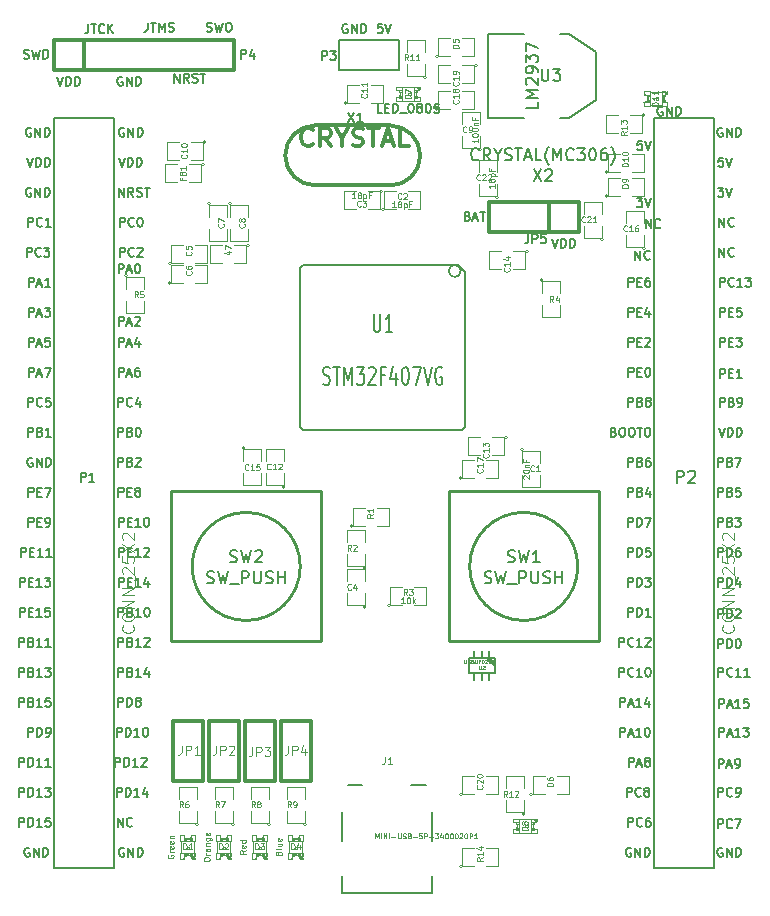
<source format=gto>
G04 (created by PCBNEW (2013-07-07 BZR 4022)-stable) date 10/02/2014 08:40:50*
%MOIN*%
G04 Gerber Fmt 3.4, Leading zero omitted, Abs format*
%FSLAX34Y34*%
G01*
G70*
G90*
G04 APERTURE LIST*
%ADD10C,0.00590551*%
%ADD11C,0.006*%
%ADD12C,0.003*%
%ADD13C,0.0039*%
%ADD14C,0.0026*%
%ADD15C,0.004*%
%ADD16C,0.002*%
%ADD17C,0.005*%
%ADD18C,0.012*%
%ADD19C,0.008*%
%ADD20C,0.01*%
%ADD21C,0.0125*%
%ADD22C,0.0043*%
%ADD23C,0.0045*%
%ADD24C,0.0035*%
%ADD25C,0.0024*%
G04 APERTURE END LIST*
G54D10*
G54D11*
X37688Y-39921D02*
X37688Y-39621D01*
X37802Y-39621D01*
X37831Y-39635D01*
X37845Y-39650D01*
X37860Y-39678D01*
X37860Y-39721D01*
X37845Y-39750D01*
X37831Y-39764D01*
X37802Y-39778D01*
X37688Y-39778D01*
X38160Y-39892D02*
X38145Y-39907D01*
X38102Y-39921D01*
X38074Y-39921D01*
X38031Y-39907D01*
X38002Y-39878D01*
X37988Y-39850D01*
X37974Y-39792D01*
X37974Y-39750D01*
X37988Y-39692D01*
X38002Y-39664D01*
X38031Y-39635D01*
X38074Y-39621D01*
X38102Y-39621D01*
X38145Y-39635D01*
X38160Y-39650D01*
X38345Y-39621D02*
X38374Y-39621D01*
X38402Y-39635D01*
X38417Y-39650D01*
X38431Y-39678D01*
X38445Y-39735D01*
X38445Y-39807D01*
X38431Y-39864D01*
X38417Y-39892D01*
X38402Y-39907D01*
X38374Y-39921D01*
X38345Y-39921D01*
X38317Y-39907D01*
X38302Y-39892D01*
X38288Y-39864D01*
X38274Y-39807D01*
X38274Y-39735D01*
X38288Y-39678D01*
X38302Y-39650D01*
X38317Y-39635D01*
X38345Y-39621D01*
X37688Y-40921D02*
X37688Y-40621D01*
X37802Y-40621D01*
X37831Y-40635D01*
X37845Y-40650D01*
X37860Y-40678D01*
X37860Y-40721D01*
X37845Y-40750D01*
X37831Y-40764D01*
X37802Y-40778D01*
X37688Y-40778D01*
X38160Y-40892D02*
X38145Y-40907D01*
X38102Y-40921D01*
X38074Y-40921D01*
X38031Y-40907D01*
X38002Y-40878D01*
X37988Y-40850D01*
X37974Y-40792D01*
X37974Y-40750D01*
X37988Y-40692D01*
X38002Y-40664D01*
X38031Y-40635D01*
X38074Y-40621D01*
X38102Y-40621D01*
X38145Y-40635D01*
X38160Y-40650D01*
X38274Y-40650D02*
X38288Y-40635D01*
X38317Y-40621D01*
X38388Y-40621D01*
X38417Y-40635D01*
X38431Y-40650D01*
X38445Y-40678D01*
X38445Y-40707D01*
X38431Y-40750D01*
X38260Y-40921D01*
X38445Y-40921D01*
X37650Y-43221D02*
X37650Y-42921D01*
X37764Y-42921D01*
X37792Y-42935D01*
X37807Y-42950D01*
X37821Y-42978D01*
X37821Y-43021D01*
X37807Y-43050D01*
X37792Y-43064D01*
X37764Y-43078D01*
X37650Y-43078D01*
X37935Y-43135D02*
X38078Y-43135D01*
X37907Y-43221D02*
X38007Y-42921D01*
X38107Y-43221D01*
X38192Y-42950D02*
X38207Y-42935D01*
X38235Y-42921D01*
X38307Y-42921D01*
X38335Y-42935D01*
X38350Y-42950D01*
X38364Y-42978D01*
X38364Y-43007D01*
X38350Y-43050D01*
X38178Y-43221D01*
X38364Y-43221D01*
X37628Y-47921D02*
X37628Y-47621D01*
X37742Y-47621D01*
X37771Y-47635D01*
X37785Y-47650D01*
X37800Y-47678D01*
X37800Y-47721D01*
X37785Y-47750D01*
X37771Y-47764D01*
X37742Y-47778D01*
X37628Y-47778D01*
X38028Y-47764D02*
X38071Y-47778D01*
X38085Y-47792D01*
X38100Y-47821D01*
X38100Y-47864D01*
X38085Y-47892D01*
X38071Y-47907D01*
X38042Y-47921D01*
X37928Y-47921D01*
X37928Y-47621D01*
X38028Y-47621D01*
X38057Y-47635D01*
X38071Y-47650D01*
X38085Y-47678D01*
X38085Y-47707D01*
X38071Y-47735D01*
X38057Y-47750D01*
X38028Y-47764D01*
X37928Y-47764D01*
X38214Y-47650D02*
X38228Y-47635D01*
X38257Y-47621D01*
X38328Y-47621D01*
X38357Y-47635D01*
X38371Y-47650D01*
X38385Y-47678D01*
X38385Y-47707D01*
X38371Y-47750D01*
X38200Y-47921D01*
X38385Y-47921D01*
X34628Y-46921D02*
X34628Y-46621D01*
X34742Y-46621D01*
X34771Y-46635D01*
X34785Y-46650D01*
X34800Y-46678D01*
X34800Y-46721D01*
X34785Y-46750D01*
X34771Y-46764D01*
X34742Y-46778D01*
X34628Y-46778D01*
X35028Y-46764D02*
X35071Y-46778D01*
X35085Y-46792D01*
X35100Y-46821D01*
X35100Y-46864D01*
X35085Y-46892D01*
X35071Y-46907D01*
X35042Y-46921D01*
X34928Y-46921D01*
X34928Y-46621D01*
X35028Y-46621D01*
X35057Y-46635D01*
X35071Y-46650D01*
X35085Y-46678D01*
X35085Y-46707D01*
X35071Y-46735D01*
X35057Y-46750D01*
X35028Y-46764D01*
X34928Y-46764D01*
X35385Y-46921D02*
X35214Y-46921D01*
X35300Y-46921D02*
X35300Y-46621D01*
X35271Y-46664D01*
X35242Y-46692D01*
X35214Y-46707D01*
X38614Y-33121D02*
X38614Y-33335D01*
X38600Y-33378D01*
X38571Y-33407D01*
X38528Y-33421D01*
X38500Y-33421D01*
X38714Y-33121D02*
X38885Y-33121D01*
X38800Y-33421D02*
X38800Y-33121D01*
X38985Y-33421D02*
X38985Y-33121D01*
X39085Y-33335D01*
X39185Y-33121D01*
X39185Y-33421D01*
X39314Y-33407D02*
X39357Y-33421D01*
X39428Y-33421D01*
X39457Y-33407D01*
X39471Y-33392D01*
X39485Y-33364D01*
X39485Y-33335D01*
X39471Y-33307D01*
X39457Y-33292D01*
X39428Y-33278D01*
X39371Y-33264D01*
X39342Y-33250D01*
X39328Y-33235D01*
X39314Y-33207D01*
X39314Y-33178D01*
X39328Y-33150D01*
X39342Y-33135D01*
X39371Y-33121D01*
X39442Y-33121D01*
X39485Y-33135D01*
X36628Y-33181D02*
X36628Y-33395D01*
X36614Y-33438D01*
X36585Y-33467D01*
X36542Y-33481D01*
X36514Y-33481D01*
X36728Y-33181D02*
X36900Y-33181D01*
X36814Y-33481D02*
X36814Y-33181D01*
X37171Y-33452D02*
X37157Y-33467D01*
X37114Y-33481D01*
X37085Y-33481D01*
X37042Y-33467D01*
X37014Y-33438D01*
X37000Y-33410D01*
X36985Y-33352D01*
X36985Y-33310D01*
X37000Y-33252D01*
X37014Y-33224D01*
X37042Y-33195D01*
X37085Y-33181D01*
X37114Y-33181D01*
X37157Y-33195D01*
X37171Y-33210D01*
X37300Y-33481D02*
X37300Y-33181D01*
X37471Y-33481D02*
X37342Y-33310D01*
X37471Y-33181D02*
X37300Y-33352D01*
X35600Y-34921D02*
X35700Y-35221D01*
X35800Y-34921D01*
X35900Y-35221D02*
X35900Y-34921D01*
X35971Y-34921D01*
X36014Y-34935D01*
X36042Y-34964D01*
X36057Y-34992D01*
X36071Y-35050D01*
X36071Y-35092D01*
X36057Y-35150D01*
X36042Y-35178D01*
X36014Y-35207D01*
X35971Y-35221D01*
X35900Y-35221D01*
X36200Y-35221D02*
X36200Y-34921D01*
X36271Y-34921D01*
X36314Y-34935D01*
X36342Y-34964D01*
X36357Y-34992D01*
X36371Y-35050D01*
X36371Y-35092D01*
X36357Y-35150D01*
X36342Y-35178D01*
X36314Y-35207D01*
X36271Y-35221D01*
X36200Y-35221D01*
X34492Y-34307D02*
X34535Y-34321D01*
X34607Y-34321D01*
X34635Y-34307D01*
X34650Y-34292D01*
X34664Y-34264D01*
X34664Y-34235D01*
X34650Y-34207D01*
X34635Y-34192D01*
X34607Y-34178D01*
X34550Y-34164D01*
X34521Y-34150D01*
X34507Y-34135D01*
X34492Y-34107D01*
X34492Y-34078D01*
X34507Y-34050D01*
X34521Y-34035D01*
X34550Y-34021D01*
X34621Y-34021D01*
X34664Y-34035D01*
X34764Y-34021D02*
X34835Y-34321D01*
X34892Y-34107D01*
X34950Y-34321D01*
X35021Y-34021D01*
X35135Y-34321D02*
X35135Y-34021D01*
X35207Y-34021D01*
X35250Y-34035D01*
X35278Y-34064D01*
X35292Y-34092D01*
X35307Y-34150D01*
X35307Y-34192D01*
X35292Y-34250D01*
X35278Y-34278D01*
X35250Y-34307D01*
X35207Y-34321D01*
X35135Y-34321D01*
X52100Y-40321D02*
X52200Y-40621D01*
X52300Y-40321D01*
X52400Y-40621D02*
X52400Y-40321D01*
X52471Y-40321D01*
X52514Y-40335D01*
X52542Y-40364D01*
X52557Y-40392D01*
X52571Y-40450D01*
X52571Y-40492D01*
X52557Y-40550D01*
X52542Y-40578D01*
X52514Y-40607D01*
X52471Y-40621D01*
X52400Y-40621D01*
X52700Y-40621D02*
X52700Y-40321D01*
X52771Y-40321D01*
X52814Y-40335D01*
X52842Y-40364D01*
X52857Y-40392D01*
X52871Y-40450D01*
X52871Y-40492D01*
X52857Y-40550D01*
X52842Y-40578D01*
X52814Y-40607D01*
X52771Y-40621D01*
X52700Y-40621D01*
X49278Y-39564D02*
X49321Y-39578D01*
X49335Y-39592D01*
X49350Y-39621D01*
X49350Y-39664D01*
X49335Y-39692D01*
X49321Y-39707D01*
X49292Y-39721D01*
X49178Y-39721D01*
X49178Y-39421D01*
X49278Y-39421D01*
X49307Y-39435D01*
X49321Y-39450D01*
X49335Y-39478D01*
X49335Y-39507D01*
X49321Y-39535D01*
X49307Y-39550D01*
X49278Y-39564D01*
X49178Y-39564D01*
X49464Y-39635D02*
X49607Y-39635D01*
X49435Y-39721D02*
X49535Y-39421D01*
X49635Y-39721D01*
X49692Y-39421D02*
X49864Y-39421D01*
X49778Y-39721D02*
X49778Y-39421D01*
X40585Y-33407D02*
X40628Y-33421D01*
X40700Y-33421D01*
X40728Y-33407D01*
X40742Y-33392D01*
X40757Y-33364D01*
X40757Y-33335D01*
X40742Y-33307D01*
X40728Y-33292D01*
X40700Y-33278D01*
X40642Y-33264D01*
X40614Y-33250D01*
X40600Y-33235D01*
X40585Y-33207D01*
X40585Y-33178D01*
X40600Y-33150D01*
X40614Y-33135D01*
X40642Y-33121D01*
X40714Y-33121D01*
X40757Y-33135D01*
X40857Y-33121D02*
X40928Y-33421D01*
X40985Y-33207D01*
X41042Y-33421D01*
X41114Y-33121D01*
X41285Y-33121D02*
X41342Y-33121D01*
X41371Y-33135D01*
X41400Y-33164D01*
X41414Y-33221D01*
X41414Y-33321D01*
X41400Y-33378D01*
X41371Y-33407D01*
X41342Y-33421D01*
X41285Y-33421D01*
X41257Y-33407D01*
X41228Y-33378D01*
X41214Y-33321D01*
X41214Y-33221D01*
X41228Y-33164D01*
X41257Y-33135D01*
X41285Y-33121D01*
X39507Y-35121D02*
X39507Y-34821D01*
X39678Y-35121D01*
X39678Y-34821D01*
X39992Y-35121D02*
X39892Y-34978D01*
X39821Y-35121D02*
X39821Y-34821D01*
X39935Y-34821D01*
X39964Y-34835D01*
X39978Y-34850D01*
X39992Y-34878D01*
X39992Y-34921D01*
X39978Y-34950D01*
X39964Y-34964D01*
X39935Y-34978D01*
X39821Y-34978D01*
X40107Y-35107D02*
X40150Y-35121D01*
X40221Y-35121D01*
X40250Y-35107D01*
X40264Y-35092D01*
X40278Y-35064D01*
X40278Y-35035D01*
X40264Y-35007D01*
X40250Y-34992D01*
X40221Y-34978D01*
X40164Y-34964D01*
X40135Y-34950D01*
X40121Y-34935D01*
X40107Y-34907D01*
X40107Y-34878D01*
X40121Y-34850D01*
X40135Y-34835D01*
X40164Y-34821D01*
X40235Y-34821D01*
X40278Y-34835D01*
X40364Y-34821D02*
X40535Y-34821D01*
X40450Y-35121D02*
X40450Y-34821D01*
X38614Y-33121D02*
X38614Y-33335D01*
X38600Y-33378D01*
X38571Y-33407D01*
X38528Y-33421D01*
X38500Y-33421D01*
X38714Y-33121D02*
X38885Y-33121D01*
X38800Y-33421D02*
X38800Y-33121D01*
X38985Y-33421D02*
X38985Y-33121D01*
X39085Y-33335D01*
X39185Y-33121D01*
X39185Y-33421D01*
X39314Y-33407D02*
X39357Y-33421D01*
X39428Y-33421D01*
X39457Y-33407D01*
X39471Y-33392D01*
X39485Y-33364D01*
X39485Y-33335D01*
X39471Y-33307D01*
X39457Y-33292D01*
X39428Y-33278D01*
X39371Y-33264D01*
X39342Y-33250D01*
X39328Y-33235D01*
X39314Y-33207D01*
X39314Y-33178D01*
X39328Y-33150D01*
X39342Y-33135D01*
X39371Y-33121D01*
X39442Y-33121D01*
X39485Y-33135D01*
X36628Y-33171D02*
X36628Y-33385D01*
X36614Y-33428D01*
X36585Y-33457D01*
X36542Y-33471D01*
X36514Y-33471D01*
X36728Y-33171D02*
X36900Y-33171D01*
X36814Y-33471D02*
X36814Y-33171D01*
X37171Y-33442D02*
X37157Y-33457D01*
X37114Y-33471D01*
X37085Y-33471D01*
X37042Y-33457D01*
X37014Y-33428D01*
X37000Y-33400D01*
X36985Y-33342D01*
X36985Y-33300D01*
X37000Y-33242D01*
X37014Y-33214D01*
X37042Y-33185D01*
X37085Y-33171D01*
X37114Y-33171D01*
X37157Y-33185D01*
X37171Y-33200D01*
X37300Y-33471D02*
X37300Y-33171D01*
X37471Y-33471D02*
X37342Y-33300D01*
X37471Y-33171D02*
X37300Y-33342D01*
X35600Y-34921D02*
X35700Y-35221D01*
X35800Y-34921D01*
X35900Y-35221D02*
X35900Y-34921D01*
X35971Y-34921D01*
X36014Y-34935D01*
X36042Y-34964D01*
X36057Y-34992D01*
X36071Y-35050D01*
X36071Y-35092D01*
X36057Y-35150D01*
X36042Y-35178D01*
X36014Y-35207D01*
X35971Y-35221D01*
X35900Y-35221D01*
X36200Y-35221D02*
X36200Y-34921D01*
X36271Y-34921D01*
X36314Y-34935D01*
X36342Y-34964D01*
X36357Y-34992D01*
X36371Y-35050D01*
X36371Y-35092D01*
X36357Y-35150D01*
X36342Y-35178D01*
X36314Y-35207D01*
X36271Y-35221D01*
X36200Y-35221D01*
X34492Y-34307D02*
X34535Y-34321D01*
X34607Y-34321D01*
X34635Y-34307D01*
X34650Y-34292D01*
X34664Y-34264D01*
X34664Y-34235D01*
X34650Y-34207D01*
X34635Y-34192D01*
X34607Y-34178D01*
X34550Y-34164D01*
X34521Y-34150D01*
X34507Y-34135D01*
X34492Y-34107D01*
X34492Y-34078D01*
X34507Y-34050D01*
X34521Y-34035D01*
X34550Y-34021D01*
X34621Y-34021D01*
X34664Y-34035D01*
X34764Y-34021D02*
X34835Y-34321D01*
X34892Y-34107D01*
X34950Y-34321D01*
X35021Y-34021D01*
X35135Y-34321D02*
X35135Y-34021D01*
X35207Y-34021D01*
X35250Y-34035D01*
X35278Y-34064D01*
X35292Y-34092D01*
X35307Y-34150D01*
X35307Y-34192D01*
X35292Y-34250D01*
X35278Y-34278D01*
X35250Y-34307D01*
X35207Y-34321D01*
X35135Y-34321D01*
X37771Y-34935D02*
X37742Y-34921D01*
X37700Y-34921D01*
X37657Y-34935D01*
X37628Y-34964D01*
X37614Y-34992D01*
X37600Y-35050D01*
X37600Y-35092D01*
X37614Y-35150D01*
X37628Y-35178D01*
X37657Y-35207D01*
X37700Y-35221D01*
X37728Y-35221D01*
X37771Y-35207D01*
X37785Y-35192D01*
X37785Y-35092D01*
X37728Y-35092D01*
X37914Y-35221D02*
X37914Y-34921D01*
X38085Y-35221D01*
X38085Y-34921D01*
X38228Y-35221D02*
X38228Y-34921D01*
X38300Y-34921D01*
X38342Y-34935D01*
X38371Y-34964D01*
X38385Y-34992D01*
X38400Y-35050D01*
X38400Y-35092D01*
X38385Y-35150D01*
X38371Y-35178D01*
X38342Y-35207D01*
X38300Y-35221D01*
X38228Y-35221D01*
G54D12*
X42976Y-60811D02*
X42985Y-60782D01*
X42995Y-60773D01*
X43014Y-60764D01*
X43042Y-60764D01*
X43060Y-60773D01*
X43070Y-60782D01*
X43079Y-60801D01*
X43079Y-60876D01*
X42882Y-60876D01*
X42882Y-60811D01*
X42892Y-60792D01*
X42901Y-60782D01*
X42920Y-60773D01*
X42939Y-60773D01*
X42957Y-60782D01*
X42967Y-60792D01*
X42976Y-60811D01*
X42976Y-60876D01*
X43079Y-60651D02*
X43070Y-60670D01*
X43051Y-60679D01*
X42882Y-60679D01*
X42948Y-60492D02*
X43079Y-60492D01*
X42948Y-60576D02*
X43051Y-60576D01*
X43070Y-60567D01*
X43079Y-60548D01*
X43079Y-60520D01*
X43070Y-60501D01*
X43060Y-60492D01*
X43070Y-60323D02*
X43079Y-60342D01*
X43079Y-60379D01*
X43070Y-60398D01*
X43051Y-60407D01*
X42976Y-60407D01*
X42957Y-60398D01*
X42948Y-60379D01*
X42948Y-60342D01*
X42957Y-60323D01*
X42976Y-60313D01*
X42995Y-60313D01*
X43014Y-60407D01*
X41879Y-60712D02*
X41785Y-60778D01*
X41879Y-60825D02*
X41682Y-60825D01*
X41682Y-60750D01*
X41692Y-60731D01*
X41701Y-60721D01*
X41720Y-60712D01*
X41748Y-60712D01*
X41767Y-60721D01*
X41776Y-60731D01*
X41785Y-60750D01*
X41785Y-60825D01*
X41870Y-60553D02*
X41879Y-60571D01*
X41879Y-60609D01*
X41870Y-60628D01*
X41851Y-60637D01*
X41776Y-60637D01*
X41757Y-60628D01*
X41748Y-60609D01*
X41748Y-60571D01*
X41757Y-60553D01*
X41776Y-60543D01*
X41795Y-60543D01*
X41814Y-60637D01*
X41879Y-60374D02*
X41682Y-60374D01*
X41870Y-60374D02*
X41879Y-60393D01*
X41879Y-60431D01*
X41870Y-60449D01*
X41860Y-60459D01*
X41842Y-60468D01*
X41785Y-60468D01*
X41767Y-60459D01*
X41757Y-60449D01*
X41748Y-60431D01*
X41748Y-60393D01*
X41757Y-60374D01*
X40482Y-61031D02*
X40482Y-60994D01*
X40492Y-60975D01*
X40510Y-60956D01*
X40548Y-60947D01*
X40614Y-60947D01*
X40651Y-60956D01*
X40670Y-60975D01*
X40679Y-60994D01*
X40679Y-61031D01*
X40670Y-61050D01*
X40651Y-61069D01*
X40614Y-61078D01*
X40548Y-61078D01*
X40510Y-61069D01*
X40492Y-61050D01*
X40482Y-61031D01*
X40679Y-60862D02*
X40548Y-60862D01*
X40585Y-60862D02*
X40567Y-60853D01*
X40557Y-60843D01*
X40548Y-60825D01*
X40548Y-60806D01*
X40679Y-60656D02*
X40576Y-60656D01*
X40557Y-60665D01*
X40548Y-60684D01*
X40548Y-60721D01*
X40557Y-60740D01*
X40670Y-60656D02*
X40679Y-60675D01*
X40679Y-60721D01*
X40670Y-60740D01*
X40651Y-60750D01*
X40632Y-60750D01*
X40614Y-60740D01*
X40604Y-60721D01*
X40604Y-60675D01*
X40595Y-60656D01*
X40548Y-60562D02*
X40679Y-60562D01*
X40567Y-60562D02*
X40557Y-60553D01*
X40548Y-60534D01*
X40548Y-60506D01*
X40557Y-60487D01*
X40576Y-60478D01*
X40679Y-60478D01*
X40548Y-60299D02*
X40707Y-60299D01*
X40726Y-60309D01*
X40736Y-60318D01*
X40745Y-60337D01*
X40745Y-60365D01*
X40736Y-60384D01*
X40670Y-60299D02*
X40679Y-60318D01*
X40679Y-60356D01*
X40670Y-60374D01*
X40660Y-60384D01*
X40642Y-60393D01*
X40585Y-60393D01*
X40567Y-60384D01*
X40557Y-60374D01*
X40548Y-60356D01*
X40548Y-60318D01*
X40557Y-60299D01*
X40670Y-60130D02*
X40679Y-60149D01*
X40679Y-60187D01*
X40670Y-60205D01*
X40651Y-60215D01*
X40576Y-60215D01*
X40557Y-60205D01*
X40548Y-60187D01*
X40548Y-60149D01*
X40557Y-60130D01*
X40576Y-60121D01*
X40595Y-60121D01*
X40614Y-60215D01*
X39292Y-60867D02*
X39282Y-60886D01*
X39282Y-60914D01*
X39292Y-60942D01*
X39310Y-60961D01*
X39329Y-60970D01*
X39367Y-60979D01*
X39395Y-60979D01*
X39432Y-60970D01*
X39451Y-60961D01*
X39470Y-60942D01*
X39479Y-60914D01*
X39479Y-60895D01*
X39470Y-60867D01*
X39460Y-60857D01*
X39395Y-60857D01*
X39395Y-60895D01*
X39479Y-60773D02*
X39348Y-60773D01*
X39385Y-60773D02*
X39367Y-60764D01*
X39357Y-60754D01*
X39348Y-60736D01*
X39348Y-60717D01*
X39470Y-60576D02*
X39479Y-60595D01*
X39479Y-60632D01*
X39470Y-60651D01*
X39451Y-60660D01*
X39376Y-60660D01*
X39357Y-60651D01*
X39348Y-60632D01*
X39348Y-60595D01*
X39357Y-60576D01*
X39376Y-60567D01*
X39395Y-60567D01*
X39414Y-60660D01*
X39470Y-60407D02*
X39479Y-60426D01*
X39479Y-60463D01*
X39470Y-60482D01*
X39451Y-60492D01*
X39376Y-60492D01*
X39357Y-60482D01*
X39348Y-60463D01*
X39348Y-60426D01*
X39357Y-60407D01*
X39376Y-60398D01*
X39395Y-60398D01*
X39414Y-60492D01*
X39348Y-60313D02*
X39479Y-60313D01*
X39367Y-60313D02*
X39357Y-60304D01*
X39348Y-60285D01*
X39348Y-60257D01*
X39357Y-60238D01*
X39376Y-60229D01*
X39479Y-60229D01*
G54D11*
X34578Y-40921D02*
X34578Y-40621D01*
X34692Y-40621D01*
X34721Y-40635D01*
X34735Y-40650D01*
X34750Y-40678D01*
X34750Y-40721D01*
X34735Y-40750D01*
X34721Y-40764D01*
X34692Y-40778D01*
X34578Y-40778D01*
X35050Y-40892D02*
X35035Y-40907D01*
X34992Y-40921D01*
X34964Y-40921D01*
X34921Y-40907D01*
X34892Y-40878D01*
X34878Y-40850D01*
X34864Y-40792D01*
X34864Y-40750D01*
X34878Y-40692D01*
X34892Y-40664D01*
X34921Y-40635D01*
X34964Y-40621D01*
X34992Y-40621D01*
X35035Y-40635D01*
X35050Y-40650D01*
X35150Y-40621D02*
X35335Y-40621D01*
X35235Y-40735D01*
X35278Y-40735D01*
X35307Y-40750D01*
X35321Y-40764D01*
X35335Y-40792D01*
X35335Y-40864D01*
X35321Y-40892D01*
X35307Y-40907D01*
X35278Y-40921D01*
X35192Y-40921D01*
X35164Y-40907D01*
X35150Y-40892D01*
X34721Y-36635D02*
X34692Y-36621D01*
X34650Y-36621D01*
X34607Y-36635D01*
X34578Y-36664D01*
X34564Y-36692D01*
X34550Y-36750D01*
X34550Y-36792D01*
X34564Y-36850D01*
X34578Y-36878D01*
X34607Y-36907D01*
X34650Y-36921D01*
X34678Y-36921D01*
X34721Y-36907D01*
X34735Y-36892D01*
X34735Y-36792D01*
X34678Y-36792D01*
X34864Y-36921D02*
X34864Y-36621D01*
X35035Y-36921D01*
X35035Y-36621D01*
X35178Y-36921D02*
X35178Y-36621D01*
X35250Y-36621D01*
X35292Y-36635D01*
X35321Y-36664D01*
X35335Y-36692D01*
X35350Y-36750D01*
X35350Y-36792D01*
X35335Y-36850D01*
X35321Y-36878D01*
X35292Y-36907D01*
X35250Y-36921D01*
X35178Y-36921D01*
X34628Y-39921D02*
X34628Y-39621D01*
X34742Y-39621D01*
X34771Y-39635D01*
X34785Y-39650D01*
X34800Y-39678D01*
X34800Y-39721D01*
X34785Y-39750D01*
X34771Y-39764D01*
X34742Y-39778D01*
X34628Y-39778D01*
X35100Y-39892D02*
X35085Y-39907D01*
X35042Y-39921D01*
X35014Y-39921D01*
X34971Y-39907D01*
X34942Y-39878D01*
X34928Y-39850D01*
X34914Y-39792D01*
X34914Y-39750D01*
X34928Y-39692D01*
X34942Y-39664D01*
X34971Y-39635D01*
X35014Y-39621D01*
X35042Y-39621D01*
X35085Y-39635D01*
X35100Y-39650D01*
X35385Y-39921D02*
X35214Y-39921D01*
X35300Y-39921D02*
X35300Y-39621D01*
X35271Y-39664D01*
X35242Y-39692D01*
X35214Y-39707D01*
X34650Y-41921D02*
X34650Y-41621D01*
X34764Y-41621D01*
X34792Y-41635D01*
X34807Y-41650D01*
X34821Y-41678D01*
X34821Y-41721D01*
X34807Y-41750D01*
X34792Y-41764D01*
X34764Y-41778D01*
X34650Y-41778D01*
X34935Y-41835D02*
X35078Y-41835D01*
X34907Y-41921D02*
X35007Y-41621D01*
X35107Y-41921D01*
X35364Y-41921D02*
X35192Y-41921D01*
X35278Y-41921D02*
X35278Y-41621D01*
X35250Y-41664D01*
X35221Y-41692D01*
X35192Y-41707D01*
X34650Y-42921D02*
X34650Y-42621D01*
X34764Y-42621D01*
X34792Y-42635D01*
X34807Y-42650D01*
X34821Y-42678D01*
X34821Y-42721D01*
X34807Y-42750D01*
X34792Y-42764D01*
X34764Y-42778D01*
X34650Y-42778D01*
X34935Y-42835D02*
X35078Y-42835D01*
X34907Y-42921D02*
X35007Y-42621D01*
X35107Y-42921D01*
X35178Y-42621D02*
X35364Y-42621D01*
X35264Y-42735D01*
X35307Y-42735D01*
X35335Y-42750D01*
X35350Y-42764D01*
X35364Y-42792D01*
X35364Y-42864D01*
X35350Y-42892D01*
X35335Y-42907D01*
X35307Y-42921D01*
X35221Y-42921D01*
X35192Y-42907D01*
X35178Y-42892D01*
X34650Y-43921D02*
X34650Y-43621D01*
X34764Y-43621D01*
X34792Y-43635D01*
X34807Y-43650D01*
X34821Y-43678D01*
X34821Y-43721D01*
X34807Y-43750D01*
X34792Y-43764D01*
X34764Y-43778D01*
X34650Y-43778D01*
X34935Y-43835D02*
X35078Y-43835D01*
X34907Y-43921D02*
X35007Y-43621D01*
X35107Y-43921D01*
X35350Y-43621D02*
X35207Y-43621D01*
X35192Y-43764D01*
X35207Y-43750D01*
X35235Y-43735D01*
X35307Y-43735D01*
X35335Y-43750D01*
X35350Y-43764D01*
X35364Y-43792D01*
X35364Y-43864D01*
X35350Y-43892D01*
X35335Y-43907D01*
X35307Y-43921D01*
X35235Y-43921D01*
X35207Y-43907D01*
X35192Y-43892D01*
X34650Y-44921D02*
X34650Y-44621D01*
X34764Y-44621D01*
X34792Y-44635D01*
X34807Y-44650D01*
X34821Y-44678D01*
X34821Y-44721D01*
X34807Y-44750D01*
X34792Y-44764D01*
X34764Y-44778D01*
X34650Y-44778D01*
X34935Y-44835D02*
X35078Y-44835D01*
X34907Y-44921D02*
X35007Y-44621D01*
X35107Y-44921D01*
X35178Y-44621D02*
X35378Y-44621D01*
X35250Y-44921D01*
X34628Y-45921D02*
X34628Y-45621D01*
X34742Y-45621D01*
X34771Y-45635D01*
X34785Y-45650D01*
X34800Y-45678D01*
X34800Y-45721D01*
X34785Y-45750D01*
X34771Y-45764D01*
X34742Y-45778D01*
X34628Y-45778D01*
X35100Y-45892D02*
X35085Y-45907D01*
X35042Y-45921D01*
X35014Y-45921D01*
X34971Y-45907D01*
X34942Y-45878D01*
X34928Y-45850D01*
X34914Y-45792D01*
X34914Y-45750D01*
X34928Y-45692D01*
X34942Y-45664D01*
X34971Y-45635D01*
X35014Y-45621D01*
X35042Y-45621D01*
X35085Y-45635D01*
X35100Y-45650D01*
X35371Y-45621D02*
X35228Y-45621D01*
X35214Y-45764D01*
X35228Y-45750D01*
X35257Y-45735D01*
X35328Y-45735D01*
X35357Y-45750D01*
X35371Y-45764D01*
X35385Y-45792D01*
X35385Y-45864D01*
X35371Y-45892D01*
X35357Y-45907D01*
X35328Y-45921D01*
X35257Y-45921D01*
X35228Y-45907D01*
X35214Y-45892D01*
X34771Y-47635D02*
X34742Y-47621D01*
X34700Y-47621D01*
X34657Y-47635D01*
X34628Y-47664D01*
X34614Y-47692D01*
X34600Y-47750D01*
X34600Y-47792D01*
X34614Y-47850D01*
X34628Y-47878D01*
X34657Y-47907D01*
X34700Y-47921D01*
X34728Y-47921D01*
X34771Y-47907D01*
X34785Y-47892D01*
X34785Y-47792D01*
X34728Y-47792D01*
X34914Y-47921D02*
X34914Y-47621D01*
X35085Y-47921D01*
X35085Y-47621D01*
X35228Y-47921D02*
X35228Y-47621D01*
X35300Y-47621D01*
X35342Y-47635D01*
X35371Y-47664D01*
X35385Y-47692D01*
X35400Y-47750D01*
X35400Y-47792D01*
X35385Y-47850D01*
X35371Y-47878D01*
X35342Y-47907D01*
X35300Y-47921D01*
X35228Y-47921D01*
X34642Y-48921D02*
X34642Y-48621D01*
X34757Y-48621D01*
X34785Y-48635D01*
X34800Y-48650D01*
X34814Y-48678D01*
X34814Y-48721D01*
X34800Y-48750D01*
X34785Y-48764D01*
X34757Y-48778D01*
X34642Y-48778D01*
X34942Y-48764D02*
X35042Y-48764D01*
X35085Y-48921D02*
X34942Y-48921D01*
X34942Y-48621D01*
X35085Y-48621D01*
X35185Y-48621D02*
X35385Y-48621D01*
X35257Y-48921D01*
X34642Y-49921D02*
X34642Y-49621D01*
X34757Y-49621D01*
X34785Y-49635D01*
X34800Y-49650D01*
X34814Y-49678D01*
X34814Y-49721D01*
X34800Y-49750D01*
X34785Y-49764D01*
X34757Y-49778D01*
X34642Y-49778D01*
X34942Y-49764D02*
X35042Y-49764D01*
X35085Y-49921D02*
X34942Y-49921D01*
X34942Y-49621D01*
X35085Y-49621D01*
X35228Y-49921D02*
X35285Y-49921D01*
X35314Y-49907D01*
X35328Y-49892D01*
X35357Y-49850D01*
X35371Y-49792D01*
X35371Y-49678D01*
X35357Y-49650D01*
X35342Y-49635D01*
X35314Y-49621D01*
X35257Y-49621D01*
X35228Y-49635D01*
X35214Y-49650D01*
X35200Y-49678D01*
X35200Y-49750D01*
X35214Y-49778D01*
X35228Y-49792D01*
X35257Y-49807D01*
X35314Y-49807D01*
X35342Y-49792D01*
X35357Y-49778D01*
X35371Y-49750D01*
X34400Y-50921D02*
X34400Y-50621D01*
X34514Y-50621D01*
X34542Y-50635D01*
X34557Y-50650D01*
X34571Y-50678D01*
X34571Y-50721D01*
X34557Y-50750D01*
X34542Y-50764D01*
X34514Y-50778D01*
X34400Y-50778D01*
X34700Y-50764D02*
X34800Y-50764D01*
X34842Y-50921D02*
X34700Y-50921D01*
X34700Y-50621D01*
X34842Y-50621D01*
X35128Y-50921D02*
X34957Y-50921D01*
X35042Y-50921D02*
X35042Y-50621D01*
X35014Y-50664D01*
X34985Y-50692D01*
X34957Y-50707D01*
X35414Y-50921D02*
X35242Y-50921D01*
X35328Y-50921D02*
X35328Y-50621D01*
X35300Y-50664D01*
X35271Y-50692D01*
X35242Y-50707D01*
X34350Y-51921D02*
X34350Y-51621D01*
X34464Y-51621D01*
X34492Y-51635D01*
X34507Y-51650D01*
X34521Y-51678D01*
X34521Y-51721D01*
X34507Y-51750D01*
X34492Y-51764D01*
X34464Y-51778D01*
X34350Y-51778D01*
X34650Y-51764D02*
X34750Y-51764D01*
X34792Y-51921D02*
X34650Y-51921D01*
X34650Y-51621D01*
X34792Y-51621D01*
X35078Y-51921D02*
X34907Y-51921D01*
X34992Y-51921D02*
X34992Y-51621D01*
X34964Y-51664D01*
X34935Y-51692D01*
X34907Y-51707D01*
X35178Y-51621D02*
X35364Y-51621D01*
X35264Y-51735D01*
X35307Y-51735D01*
X35335Y-51750D01*
X35350Y-51764D01*
X35364Y-51792D01*
X35364Y-51864D01*
X35350Y-51892D01*
X35335Y-51907D01*
X35307Y-51921D01*
X35221Y-51921D01*
X35192Y-51907D01*
X35178Y-51892D01*
X34350Y-52921D02*
X34350Y-52621D01*
X34464Y-52621D01*
X34492Y-52635D01*
X34507Y-52650D01*
X34521Y-52678D01*
X34521Y-52721D01*
X34507Y-52750D01*
X34492Y-52764D01*
X34464Y-52778D01*
X34350Y-52778D01*
X34650Y-52764D02*
X34750Y-52764D01*
X34792Y-52921D02*
X34650Y-52921D01*
X34650Y-52621D01*
X34792Y-52621D01*
X35078Y-52921D02*
X34907Y-52921D01*
X34992Y-52921D02*
X34992Y-52621D01*
X34964Y-52664D01*
X34935Y-52692D01*
X34907Y-52707D01*
X35350Y-52621D02*
X35207Y-52621D01*
X35192Y-52764D01*
X35207Y-52750D01*
X35235Y-52735D01*
X35307Y-52735D01*
X35335Y-52750D01*
X35350Y-52764D01*
X35364Y-52792D01*
X35364Y-52864D01*
X35350Y-52892D01*
X35335Y-52907D01*
X35307Y-52921D01*
X35235Y-52921D01*
X35207Y-52907D01*
X35192Y-52892D01*
X34335Y-53921D02*
X34335Y-53621D01*
X34450Y-53621D01*
X34478Y-53635D01*
X34492Y-53650D01*
X34507Y-53678D01*
X34507Y-53721D01*
X34492Y-53750D01*
X34478Y-53764D01*
X34450Y-53778D01*
X34335Y-53778D01*
X34735Y-53764D02*
X34778Y-53778D01*
X34792Y-53792D01*
X34807Y-53821D01*
X34807Y-53864D01*
X34792Y-53892D01*
X34778Y-53907D01*
X34750Y-53921D01*
X34635Y-53921D01*
X34635Y-53621D01*
X34735Y-53621D01*
X34764Y-53635D01*
X34778Y-53650D01*
X34792Y-53678D01*
X34792Y-53707D01*
X34778Y-53735D01*
X34764Y-53750D01*
X34735Y-53764D01*
X34635Y-53764D01*
X35092Y-53921D02*
X34921Y-53921D01*
X35007Y-53921D02*
X35007Y-53621D01*
X34978Y-53664D01*
X34950Y-53692D01*
X34921Y-53707D01*
X35378Y-53921D02*
X35207Y-53921D01*
X35292Y-53921D02*
X35292Y-53621D01*
X35264Y-53664D01*
X35235Y-53692D01*
X35207Y-53707D01*
X34335Y-54921D02*
X34335Y-54621D01*
X34450Y-54621D01*
X34478Y-54635D01*
X34492Y-54650D01*
X34507Y-54678D01*
X34507Y-54721D01*
X34492Y-54750D01*
X34478Y-54764D01*
X34450Y-54778D01*
X34335Y-54778D01*
X34735Y-54764D02*
X34778Y-54778D01*
X34792Y-54792D01*
X34807Y-54821D01*
X34807Y-54864D01*
X34792Y-54892D01*
X34778Y-54907D01*
X34750Y-54921D01*
X34635Y-54921D01*
X34635Y-54621D01*
X34735Y-54621D01*
X34764Y-54635D01*
X34778Y-54650D01*
X34792Y-54678D01*
X34792Y-54707D01*
X34778Y-54735D01*
X34764Y-54750D01*
X34735Y-54764D01*
X34635Y-54764D01*
X35092Y-54921D02*
X34921Y-54921D01*
X35007Y-54921D02*
X35007Y-54621D01*
X34978Y-54664D01*
X34950Y-54692D01*
X34921Y-54707D01*
X35192Y-54621D02*
X35378Y-54621D01*
X35278Y-54735D01*
X35321Y-54735D01*
X35350Y-54750D01*
X35364Y-54764D01*
X35378Y-54792D01*
X35378Y-54864D01*
X35364Y-54892D01*
X35350Y-54907D01*
X35321Y-54921D01*
X35235Y-54921D01*
X35207Y-54907D01*
X35192Y-54892D01*
X34335Y-55921D02*
X34335Y-55621D01*
X34450Y-55621D01*
X34478Y-55635D01*
X34492Y-55650D01*
X34507Y-55678D01*
X34507Y-55721D01*
X34492Y-55750D01*
X34478Y-55764D01*
X34450Y-55778D01*
X34335Y-55778D01*
X34735Y-55764D02*
X34778Y-55778D01*
X34792Y-55792D01*
X34807Y-55821D01*
X34807Y-55864D01*
X34792Y-55892D01*
X34778Y-55907D01*
X34750Y-55921D01*
X34635Y-55921D01*
X34635Y-55621D01*
X34735Y-55621D01*
X34764Y-55635D01*
X34778Y-55650D01*
X34792Y-55678D01*
X34792Y-55707D01*
X34778Y-55735D01*
X34764Y-55750D01*
X34735Y-55764D01*
X34635Y-55764D01*
X35092Y-55921D02*
X34921Y-55921D01*
X35007Y-55921D02*
X35007Y-55621D01*
X34978Y-55664D01*
X34950Y-55692D01*
X34921Y-55707D01*
X35364Y-55621D02*
X35221Y-55621D01*
X35207Y-55764D01*
X35221Y-55750D01*
X35250Y-55735D01*
X35321Y-55735D01*
X35350Y-55750D01*
X35364Y-55764D01*
X35378Y-55792D01*
X35378Y-55864D01*
X35364Y-55892D01*
X35350Y-55907D01*
X35321Y-55921D01*
X35250Y-55921D01*
X35221Y-55907D01*
X35207Y-55892D01*
X34628Y-56921D02*
X34628Y-56621D01*
X34742Y-56621D01*
X34771Y-56635D01*
X34785Y-56650D01*
X34800Y-56678D01*
X34800Y-56721D01*
X34785Y-56750D01*
X34771Y-56764D01*
X34742Y-56778D01*
X34628Y-56778D01*
X34928Y-56921D02*
X34928Y-56621D01*
X35000Y-56621D01*
X35042Y-56635D01*
X35071Y-56664D01*
X35085Y-56692D01*
X35100Y-56750D01*
X35100Y-56792D01*
X35085Y-56850D01*
X35071Y-56878D01*
X35042Y-56907D01*
X35000Y-56921D01*
X34928Y-56921D01*
X35242Y-56921D02*
X35300Y-56921D01*
X35328Y-56907D01*
X35342Y-56892D01*
X35371Y-56850D01*
X35385Y-56792D01*
X35385Y-56678D01*
X35371Y-56650D01*
X35357Y-56635D01*
X35328Y-56621D01*
X35271Y-56621D01*
X35242Y-56635D01*
X35228Y-56650D01*
X35214Y-56678D01*
X35214Y-56750D01*
X35228Y-56778D01*
X35242Y-56792D01*
X35271Y-56807D01*
X35328Y-56807D01*
X35357Y-56792D01*
X35371Y-56778D01*
X35385Y-56750D01*
X34335Y-57921D02*
X34335Y-57621D01*
X34450Y-57621D01*
X34478Y-57635D01*
X34492Y-57650D01*
X34507Y-57678D01*
X34507Y-57721D01*
X34492Y-57750D01*
X34478Y-57764D01*
X34450Y-57778D01*
X34335Y-57778D01*
X34635Y-57921D02*
X34635Y-57621D01*
X34707Y-57621D01*
X34750Y-57635D01*
X34778Y-57664D01*
X34792Y-57692D01*
X34807Y-57750D01*
X34807Y-57792D01*
X34792Y-57850D01*
X34778Y-57878D01*
X34750Y-57907D01*
X34707Y-57921D01*
X34635Y-57921D01*
X35092Y-57921D02*
X34921Y-57921D01*
X35007Y-57921D02*
X35007Y-57621D01*
X34978Y-57664D01*
X34950Y-57692D01*
X34921Y-57707D01*
X35378Y-57921D02*
X35207Y-57921D01*
X35292Y-57921D02*
X35292Y-57621D01*
X35264Y-57664D01*
X35235Y-57692D01*
X35207Y-57707D01*
X34335Y-58921D02*
X34335Y-58621D01*
X34450Y-58621D01*
X34478Y-58635D01*
X34492Y-58650D01*
X34507Y-58678D01*
X34507Y-58721D01*
X34492Y-58750D01*
X34478Y-58764D01*
X34450Y-58778D01*
X34335Y-58778D01*
X34635Y-58921D02*
X34635Y-58621D01*
X34707Y-58621D01*
X34750Y-58635D01*
X34778Y-58664D01*
X34792Y-58692D01*
X34807Y-58750D01*
X34807Y-58792D01*
X34792Y-58850D01*
X34778Y-58878D01*
X34750Y-58907D01*
X34707Y-58921D01*
X34635Y-58921D01*
X35092Y-58921D02*
X34921Y-58921D01*
X35007Y-58921D02*
X35007Y-58621D01*
X34978Y-58664D01*
X34950Y-58692D01*
X34921Y-58707D01*
X35192Y-58621D02*
X35378Y-58621D01*
X35278Y-58735D01*
X35321Y-58735D01*
X35350Y-58750D01*
X35364Y-58764D01*
X35378Y-58792D01*
X35378Y-58864D01*
X35364Y-58892D01*
X35350Y-58907D01*
X35321Y-58921D01*
X35235Y-58921D01*
X35207Y-58907D01*
X35192Y-58892D01*
X34335Y-59921D02*
X34335Y-59621D01*
X34450Y-59621D01*
X34478Y-59635D01*
X34492Y-59650D01*
X34507Y-59678D01*
X34507Y-59721D01*
X34492Y-59750D01*
X34478Y-59764D01*
X34450Y-59778D01*
X34335Y-59778D01*
X34635Y-59921D02*
X34635Y-59621D01*
X34707Y-59621D01*
X34750Y-59635D01*
X34778Y-59664D01*
X34792Y-59692D01*
X34807Y-59750D01*
X34807Y-59792D01*
X34792Y-59850D01*
X34778Y-59878D01*
X34750Y-59907D01*
X34707Y-59921D01*
X34635Y-59921D01*
X35092Y-59921D02*
X34921Y-59921D01*
X35007Y-59921D02*
X35007Y-59621D01*
X34978Y-59664D01*
X34950Y-59692D01*
X34921Y-59707D01*
X35364Y-59621D02*
X35221Y-59621D01*
X35207Y-59764D01*
X35221Y-59750D01*
X35250Y-59735D01*
X35321Y-59735D01*
X35350Y-59750D01*
X35364Y-59764D01*
X35378Y-59792D01*
X35378Y-59864D01*
X35364Y-59892D01*
X35350Y-59907D01*
X35321Y-59921D01*
X35250Y-59921D01*
X35221Y-59907D01*
X35207Y-59892D01*
X34671Y-60635D02*
X34642Y-60621D01*
X34600Y-60621D01*
X34557Y-60635D01*
X34528Y-60664D01*
X34514Y-60692D01*
X34500Y-60750D01*
X34500Y-60792D01*
X34514Y-60850D01*
X34528Y-60878D01*
X34557Y-60907D01*
X34600Y-60921D01*
X34628Y-60921D01*
X34671Y-60907D01*
X34685Y-60892D01*
X34685Y-60792D01*
X34628Y-60792D01*
X34814Y-60921D02*
X34814Y-60621D01*
X34985Y-60921D01*
X34985Y-60621D01*
X35128Y-60921D02*
X35128Y-60621D01*
X35200Y-60621D01*
X35242Y-60635D01*
X35271Y-60664D01*
X35285Y-60692D01*
X35300Y-60750D01*
X35300Y-60792D01*
X35285Y-60850D01*
X35271Y-60878D01*
X35242Y-60907D01*
X35200Y-60921D01*
X35128Y-60921D01*
X34600Y-37621D02*
X34700Y-37921D01*
X34800Y-37621D01*
X34900Y-37921D02*
X34900Y-37621D01*
X34971Y-37621D01*
X35014Y-37635D01*
X35042Y-37664D01*
X35057Y-37692D01*
X35071Y-37750D01*
X35071Y-37792D01*
X35057Y-37850D01*
X35042Y-37878D01*
X35014Y-37907D01*
X34971Y-37921D01*
X34900Y-37921D01*
X35200Y-37921D02*
X35200Y-37621D01*
X35271Y-37621D01*
X35314Y-37635D01*
X35342Y-37664D01*
X35357Y-37692D01*
X35371Y-37750D01*
X35371Y-37792D01*
X35357Y-37850D01*
X35342Y-37878D01*
X35314Y-37907D01*
X35271Y-37921D01*
X35200Y-37921D01*
X34721Y-38635D02*
X34692Y-38621D01*
X34650Y-38621D01*
X34607Y-38635D01*
X34578Y-38664D01*
X34564Y-38692D01*
X34550Y-38750D01*
X34550Y-38792D01*
X34564Y-38850D01*
X34578Y-38878D01*
X34607Y-38907D01*
X34650Y-38921D01*
X34678Y-38921D01*
X34721Y-38907D01*
X34735Y-38892D01*
X34735Y-38792D01*
X34678Y-38792D01*
X34864Y-38921D02*
X34864Y-38621D01*
X35035Y-38921D01*
X35035Y-38621D01*
X35178Y-38921D02*
X35178Y-38621D01*
X35250Y-38621D01*
X35292Y-38635D01*
X35321Y-38664D01*
X35335Y-38692D01*
X35350Y-38750D01*
X35350Y-38792D01*
X35335Y-38850D01*
X35321Y-38878D01*
X35292Y-38907D01*
X35250Y-38921D01*
X35178Y-38921D01*
X37821Y-36635D02*
X37792Y-36621D01*
X37750Y-36621D01*
X37707Y-36635D01*
X37678Y-36664D01*
X37664Y-36692D01*
X37650Y-36750D01*
X37650Y-36792D01*
X37664Y-36850D01*
X37678Y-36878D01*
X37707Y-36907D01*
X37750Y-36921D01*
X37778Y-36921D01*
X37821Y-36907D01*
X37835Y-36892D01*
X37835Y-36792D01*
X37778Y-36792D01*
X37964Y-36921D02*
X37964Y-36621D01*
X38135Y-36921D01*
X38135Y-36621D01*
X38278Y-36921D02*
X38278Y-36621D01*
X38350Y-36621D01*
X38392Y-36635D01*
X38421Y-36664D01*
X38435Y-36692D01*
X38450Y-36750D01*
X38450Y-36792D01*
X38435Y-36850D01*
X38421Y-36878D01*
X38392Y-36907D01*
X38350Y-36921D01*
X38278Y-36921D01*
X37650Y-37621D02*
X37750Y-37921D01*
X37850Y-37621D01*
X37950Y-37921D02*
X37950Y-37621D01*
X38021Y-37621D01*
X38064Y-37635D01*
X38092Y-37664D01*
X38107Y-37692D01*
X38121Y-37750D01*
X38121Y-37792D01*
X38107Y-37850D01*
X38092Y-37878D01*
X38064Y-37907D01*
X38021Y-37921D01*
X37950Y-37921D01*
X38250Y-37921D02*
X38250Y-37621D01*
X38321Y-37621D01*
X38364Y-37635D01*
X38392Y-37664D01*
X38407Y-37692D01*
X38421Y-37750D01*
X38421Y-37792D01*
X38407Y-37850D01*
X38392Y-37878D01*
X38364Y-37907D01*
X38321Y-37921D01*
X38250Y-37921D01*
X37657Y-38921D02*
X37657Y-38621D01*
X37828Y-38921D01*
X37828Y-38621D01*
X38142Y-38921D02*
X38042Y-38778D01*
X37971Y-38921D02*
X37971Y-38621D01*
X38085Y-38621D01*
X38114Y-38635D01*
X38128Y-38650D01*
X38142Y-38678D01*
X38142Y-38721D01*
X38128Y-38750D01*
X38114Y-38764D01*
X38085Y-38778D01*
X37971Y-38778D01*
X38257Y-38907D02*
X38300Y-38921D01*
X38371Y-38921D01*
X38400Y-38907D01*
X38414Y-38892D01*
X38428Y-38864D01*
X38428Y-38835D01*
X38414Y-38807D01*
X38400Y-38792D01*
X38371Y-38778D01*
X38314Y-38764D01*
X38285Y-38750D01*
X38271Y-38735D01*
X38257Y-38707D01*
X38257Y-38678D01*
X38271Y-38650D01*
X38285Y-38635D01*
X38314Y-38621D01*
X38385Y-38621D01*
X38428Y-38635D01*
X38514Y-38621D02*
X38685Y-38621D01*
X38600Y-38921D02*
X38600Y-38621D01*
X37650Y-41471D02*
X37650Y-41171D01*
X37764Y-41171D01*
X37792Y-41185D01*
X37807Y-41200D01*
X37821Y-41228D01*
X37821Y-41271D01*
X37807Y-41300D01*
X37792Y-41314D01*
X37764Y-41328D01*
X37650Y-41328D01*
X37935Y-41385D02*
X38078Y-41385D01*
X37907Y-41471D02*
X38007Y-41171D01*
X38107Y-41471D01*
X38264Y-41171D02*
X38292Y-41171D01*
X38321Y-41185D01*
X38335Y-41200D01*
X38350Y-41228D01*
X38364Y-41285D01*
X38364Y-41357D01*
X38350Y-41414D01*
X38335Y-41442D01*
X38321Y-41457D01*
X38292Y-41471D01*
X38264Y-41471D01*
X38235Y-41457D01*
X38221Y-41442D01*
X38207Y-41414D01*
X38192Y-41357D01*
X38192Y-41285D01*
X38207Y-41228D01*
X38221Y-41200D01*
X38235Y-41185D01*
X38264Y-41171D01*
X37650Y-43921D02*
X37650Y-43621D01*
X37764Y-43621D01*
X37792Y-43635D01*
X37807Y-43650D01*
X37821Y-43678D01*
X37821Y-43721D01*
X37807Y-43750D01*
X37792Y-43764D01*
X37764Y-43778D01*
X37650Y-43778D01*
X37935Y-43835D02*
X38078Y-43835D01*
X37907Y-43921D02*
X38007Y-43621D01*
X38107Y-43921D01*
X38335Y-43721D02*
X38335Y-43921D01*
X38264Y-43607D02*
X38192Y-43821D01*
X38378Y-43821D01*
X37650Y-44921D02*
X37650Y-44621D01*
X37764Y-44621D01*
X37792Y-44635D01*
X37807Y-44650D01*
X37821Y-44678D01*
X37821Y-44721D01*
X37807Y-44750D01*
X37792Y-44764D01*
X37764Y-44778D01*
X37650Y-44778D01*
X37935Y-44835D02*
X38078Y-44835D01*
X37907Y-44921D02*
X38007Y-44621D01*
X38107Y-44921D01*
X38335Y-44621D02*
X38278Y-44621D01*
X38250Y-44635D01*
X38235Y-44650D01*
X38207Y-44692D01*
X38192Y-44750D01*
X38192Y-44864D01*
X38207Y-44892D01*
X38221Y-44907D01*
X38250Y-44921D01*
X38307Y-44921D01*
X38335Y-44907D01*
X38350Y-44892D01*
X38364Y-44864D01*
X38364Y-44792D01*
X38350Y-44764D01*
X38335Y-44750D01*
X38307Y-44735D01*
X38250Y-44735D01*
X38221Y-44750D01*
X38207Y-44764D01*
X38192Y-44792D01*
X37628Y-45921D02*
X37628Y-45621D01*
X37742Y-45621D01*
X37771Y-45635D01*
X37785Y-45650D01*
X37800Y-45678D01*
X37800Y-45721D01*
X37785Y-45750D01*
X37771Y-45764D01*
X37742Y-45778D01*
X37628Y-45778D01*
X38100Y-45892D02*
X38085Y-45907D01*
X38042Y-45921D01*
X38014Y-45921D01*
X37971Y-45907D01*
X37942Y-45878D01*
X37928Y-45850D01*
X37914Y-45792D01*
X37914Y-45750D01*
X37928Y-45692D01*
X37942Y-45664D01*
X37971Y-45635D01*
X38014Y-45621D01*
X38042Y-45621D01*
X38085Y-45635D01*
X38100Y-45650D01*
X38357Y-45721D02*
X38357Y-45921D01*
X38285Y-45607D02*
X38214Y-45821D01*
X38400Y-45821D01*
X37628Y-46921D02*
X37628Y-46621D01*
X37742Y-46621D01*
X37771Y-46635D01*
X37785Y-46650D01*
X37800Y-46678D01*
X37800Y-46721D01*
X37785Y-46750D01*
X37771Y-46764D01*
X37742Y-46778D01*
X37628Y-46778D01*
X38028Y-46764D02*
X38071Y-46778D01*
X38085Y-46792D01*
X38100Y-46821D01*
X38100Y-46864D01*
X38085Y-46892D01*
X38071Y-46907D01*
X38042Y-46921D01*
X37928Y-46921D01*
X37928Y-46621D01*
X38028Y-46621D01*
X38057Y-46635D01*
X38071Y-46650D01*
X38085Y-46678D01*
X38085Y-46707D01*
X38071Y-46735D01*
X38057Y-46750D01*
X38028Y-46764D01*
X37928Y-46764D01*
X38285Y-46621D02*
X38314Y-46621D01*
X38342Y-46635D01*
X38357Y-46650D01*
X38371Y-46678D01*
X38385Y-46735D01*
X38385Y-46807D01*
X38371Y-46864D01*
X38357Y-46892D01*
X38342Y-46907D01*
X38314Y-46921D01*
X38285Y-46921D01*
X38257Y-46907D01*
X38242Y-46892D01*
X38228Y-46864D01*
X38214Y-46807D01*
X38214Y-46735D01*
X38228Y-46678D01*
X38242Y-46650D01*
X38257Y-46635D01*
X38285Y-46621D01*
X37642Y-48921D02*
X37642Y-48621D01*
X37757Y-48621D01*
X37785Y-48635D01*
X37800Y-48650D01*
X37814Y-48678D01*
X37814Y-48721D01*
X37800Y-48750D01*
X37785Y-48764D01*
X37757Y-48778D01*
X37642Y-48778D01*
X37942Y-48764D02*
X38042Y-48764D01*
X38085Y-48921D02*
X37942Y-48921D01*
X37942Y-48621D01*
X38085Y-48621D01*
X38257Y-48750D02*
X38228Y-48735D01*
X38214Y-48721D01*
X38200Y-48692D01*
X38200Y-48678D01*
X38214Y-48650D01*
X38228Y-48635D01*
X38257Y-48621D01*
X38314Y-48621D01*
X38342Y-48635D01*
X38357Y-48650D01*
X38371Y-48678D01*
X38371Y-48692D01*
X38357Y-48721D01*
X38342Y-48735D01*
X38314Y-48750D01*
X38257Y-48750D01*
X38228Y-48764D01*
X38214Y-48778D01*
X38200Y-48807D01*
X38200Y-48864D01*
X38214Y-48892D01*
X38228Y-48907D01*
X38257Y-48921D01*
X38314Y-48921D01*
X38342Y-48907D01*
X38357Y-48892D01*
X38371Y-48864D01*
X38371Y-48807D01*
X38357Y-48778D01*
X38342Y-48764D01*
X38314Y-48750D01*
X37650Y-49921D02*
X37650Y-49621D01*
X37764Y-49621D01*
X37792Y-49635D01*
X37807Y-49650D01*
X37821Y-49678D01*
X37821Y-49721D01*
X37807Y-49750D01*
X37792Y-49764D01*
X37764Y-49778D01*
X37650Y-49778D01*
X37950Y-49764D02*
X38050Y-49764D01*
X38092Y-49921D02*
X37950Y-49921D01*
X37950Y-49621D01*
X38092Y-49621D01*
X38378Y-49921D02*
X38207Y-49921D01*
X38292Y-49921D02*
X38292Y-49621D01*
X38264Y-49664D01*
X38235Y-49692D01*
X38207Y-49707D01*
X38564Y-49621D02*
X38592Y-49621D01*
X38621Y-49635D01*
X38635Y-49650D01*
X38650Y-49678D01*
X38664Y-49735D01*
X38664Y-49807D01*
X38650Y-49864D01*
X38635Y-49892D01*
X38621Y-49907D01*
X38592Y-49921D01*
X38564Y-49921D01*
X38535Y-49907D01*
X38521Y-49892D01*
X38507Y-49864D01*
X38492Y-49807D01*
X38492Y-49735D01*
X38507Y-49678D01*
X38521Y-49650D01*
X38535Y-49635D01*
X38564Y-49621D01*
X37650Y-50921D02*
X37650Y-50621D01*
X37764Y-50621D01*
X37792Y-50635D01*
X37807Y-50650D01*
X37821Y-50678D01*
X37821Y-50721D01*
X37807Y-50750D01*
X37792Y-50764D01*
X37764Y-50778D01*
X37650Y-50778D01*
X37950Y-50764D02*
X38050Y-50764D01*
X38092Y-50921D02*
X37950Y-50921D01*
X37950Y-50621D01*
X38092Y-50621D01*
X38378Y-50921D02*
X38207Y-50921D01*
X38292Y-50921D02*
X38292Y-50621D01*
X38264Y-50664D01*
X38235Y-50692D01*
X38207Y-50707D01*
X38492Y-50650D02*
X38507Y-50635D01*
X38535Y-50621D01*
X38607Y-50621D01*
X38635Y-50635D01*
X38650Y-50650D01*
X38664Y-50678D01*
X38664Y-50707D01*
X38650Y-50750D01*
X38478Y-50921D01*
X38664Y-50921D01*
X37650Y-51921D02*
X37650Y-51621D01*
X37764Y-51621D01*
X37792Y-51635D01*
X37807Y-51650D01*
X37821Y-51678D01*
X37821Y-51721D01*
X37807Y-51750D01*
X37792Y-51764D01*
X37764Y-51778D01*
X37650Y-51778D01*
X37950Y-51764D02*
X38050Y-51764D01*
X38092Y-51921D02*
X37950Y-51921D01*
X37950Y-51621D01*
X38092Y-51621D01*
X38378Y-51921D02*
X38207Y-51921D01*
X38292Y-51921D02*
X38292Y-51621D01*
X38264Y-51664D01*
X38235Y-51692D01*
X38207Y-51707D01*
X38635Y-51721D02*
X38635Y-51921D01*
X38564Y-51607D02*
X38492Y-51821D01*
X38678Y-51821D01*
X37635Y-52921D02*
X37635Y-52621D01*
X37750Y-52621D01*
X37778Y-52635D01*
X37792Y-52650D01*
X37807Y-52678D01*
X37807Y-52721D01*
X37792Y-52750D01*
X37778Y-52764D01*
X37750Y-52778D01*
X37635Y-52778D01*
X38035Y-52764D02*
X38078Y-52778D01*
X38092Y-52792D01*
X38107Y-52821D01*
X38107Y-52864D01*
X38092Y-52892D01*
X38078Y-52907D01*
X38050Y-52921D01*
X37935Y-52921D01*
X37935Y-52621D01*
X38035Y-52621D01*
X38064Y-52635D01*
X38078Y-52650D01*
X38092Y-52678D01*
X38092Y-52707D01*
X38078Y-52735D01*
X38064Y-52750D01*
X38035Y-52764D01*
X37935Y-52764D01*
X38392Y-52921D02*
X38221Y-52921D01*
X38307Y-52921D02*
X38307Y-52621D01*
X38278Y-52664D01*
X38250Y-52692D01*
X38221Y-52707D01*
X38578Y-52621D02*
X38607Y-52621D01*
X38635Y-52635D01*
X38650Y-52650D01*
X38664Y-52678D01*
X38678Y-52735D01*
X38678Y-52807D01*
X38664Y-52864D01*
X38650Y-52892D01*
X38635Y-52907D01*
X38607Y-52921D01*
X38578Y-52921D01*
X38550Y-52907D01*
X38535Y-52892D01*
X38521Y-52864D01*
X38507Y-52807D01*
X38507Y-52735D01*
X38521Y-52678D01*
X38535Y-52650D01*
X38550Y-52635D01*
X38578Y-52621D01*
X37635Y-53921D02*
X37635Y-53621D01*
X37750Y-53621D01*
X37778Y-53635D01*
X37792Y-53650D01*
X37807Y-53678D01*
X37807Y-53721D01*
X37792Y-53750D01*
X37778Y-53764D01*
X37750Y-53778D01*
X37635Y-53778D01*
X38035Y-53764D02*
X38078Y-53778D01*
X38092Y-53792D01*
X38107Y-53821D01*
X38107Y-53864D01*
X38092Y-53892D01*
X38078Y-53907D01*
X38050Y-53921D01*
X37935Y-53921D01*
X37935Y-53621D01*
X38035Y-53621D01*
X38064Y-53635D01*
X38078Y-53650D01*
X38092Y-53678D01*
X38092Y-53707D01*
X38078Y-53735D01*
X38064Y-53750D01*
X38035Y-53764D01*
X37935Y-53764D01*
X38392Y-53921D02*
X38221Y-53921D01*
X38307Y-53921D02*
X38307Y-53621D01*
X38278Y-53664D01*
X38250Y-53692D01*
X38221Y-53707D01*
X38507Y-53650D02*
X38521Y-53635D01*
X38550Y-53621D01*
X38621Y-53621D01*
X38650Y-53635D01*
X38664Y-53650D01*
X38678Y-53678D01*
X38678Y-53707D01*
X38664Y-53750D01*
X38492Y-53921D01*
X38678Y-53921D01*
X37635Y-54921D02*
X37635Y-54621D01*
X37750Y-54621D01*
X37778Y-54635D01*
X37792Y-54650D01*
X37807Y-54678D01*
X37807Y-54721D01*
X37792Y-54750D01*
X37778Y-54764D01*
X37750Y-54778D01*
X37635Y-54778D01*
X38035Y-54764D02*
X38078Y-54778D01*
X38092Y-54792D01*
X38107Y-54821D01*
X38107Y-54864D01*
X38092Y-54892D01*
X38078Y-54907D01*
X38050Y-54921D01*
X37935Y-54921D01*
X37935Y-54621D01*
X38035Y-54621D01*
X38064Y-54635D01*
X38078Y-54650D01*
X38092Y-54678D01*
X38092Y-54707D01*
X38078Y-54735D01*
X38064Y-54750D01*
X38035Y-54764D01*
X37935Y-54764D01*
X38392Y-54921D02*
X38221Y-54921D01*
X38307Y-54921D02*
X38307Y-54621D01*
X38278Y-54664D01*
X38250Y-54692D01*
X38221Y-54707D01*
X38650Y-54721D02*
X38650Y-54921D01*
X38578Y-54607D02*
X38507Y-54821D01*
X38692Y-54821D01*
X37628Y-55921D02*
X37628Y-55621D01*
X37742Y-55621D01*
X37771Y-55635D01*
X37785Y-55650D01*
X37800Y-55678D01*
X37800Y-55721D01*
X37785Y-55750D01*
X37771Y-55764D01*
X37742Y-55778D01*
X37628Y-55778D01*
X37928Y-55921D02*
X37928Y-55621D01*
X38000Y-55621D01*
X38042Y-55635D01*
X38071Y-55664D01*
X38085Y-55692D01*
X38100Y-55750D01*
X38100Y-55792D01*
X38085Y-55850D01*
X38071Y-55878D01*
X38042Y-55907D01*
X38000Y-55921D01*
X37928Y-55921D01*
X38271Y-55750D02*
X38242Y-55735D01*
X38228Y-55721D01*
X38214Y-55692D01*
X38214Y-55678D01*
X38228Y-55650D01*
X38242Y-55635D01*
X38271Y-55621D01*
X38328Y-55621D01*
X38357Y-55635D01*
X38371Y-55650D01*
X38385Y-55678D01*
X38385Y-55692D01*
X38371Y-55721D01*
X38357Y-55735D01*
X38328Y-55750D01*
X38271Y-55750D01*
X38242Y-55764D01*
X38228Y-55778D01*
X38214Y-55807D01*
X38214Y-55864D01*
X38228Y-55892D01*
X38242Y-55907D01*
X38271Y-55921D01*
X38328Y-55921D01*
X38357Y-55907D01*
X38371Y-55892D01*
X38385Y-55864D01*
X38385Y-55807D01*
X38371Y-55778D01*
X38357Y-55764D01*
X38328Y-55750D01*
X37585Y-56921D02*
X37585Y-56621D01*
X37700Y-56621D01*
X37728Y-56635D01*
X37742Y-56650D01*
X37757Y-56678D01*
X37757Y-56721D01*
X37742Y-56750D01*
X37728Y-56764D01*
X37700Y-56778D01*
X37585Y-56778D01*
X37885Y-56921D02*
X37885Y-56621D01*
X37957Y-56621D01*
X38000Y-56635D01*
X38028Y-56664D01*
X38042Y-56692D01*
X38057Y-56750D01*
X38057Y-56792D01*
X38042Y-56850D01*
X38028Y-56878D01*
X38000Y-56907D01*
X37957Y-56921D01*
X37885Y-56921D01*
X38342Y-56921D02*
X38171Y-56921D01*
X38257Y-56921D02*
X38257Y-56621D01*
X38228Y-56664D01*
X38200Y-56692D01*
X38171Y-56707D01*
X38528Y-56621D02*
X38557Y-56621D01*
X38585Y-56635D01*
X38600Y-56650D01*
X38614Y-56678D01*
X38628Y-56735D01*
X38628Y-56807D01*
X38614Y-56864D01*
X38600Y-56892D01*
X38585Y-56907D01*
X38557Y-56921D01*
X38528Y-56921D01*
X38500Y-56907D01*
X38485Y-56892D01*
X38471Y-56864D01*
X38457Y-56807D01*
X38457Y-56735D01*
X38471Y-56678D01*
X38485Y-56650D01*
X38500Y-56635D01*
X38528Y-56621D01*
X37535Y-57921D02*
X37535Y-57621D01*
X37650Y-57621D01*
X37678Y-57635D01*
X37692Y-57650D01*
X37707Y-57678D01*
X37707Y-57721D01*
X37692Y-57750D01*
X37678Y-57764D01*
X37650Y-57778D01*
X37535Y-57778D01*
X37835Y-57921D02*
X37835Y-57621D01*
X37907Y-57621D01*
X37950Y-57635D01*
X37978Y-57664D01*
X37992Y-57692D01*
X38007Y-57750D01*
X38007Y-57792D01*
X37992Y-57850D01*
X37978Y-57878D01*
X37950Y-57907D01*
X37907Y-57921D01*
X37835Y-57921D01*
X38292Y-57921D02*
X38121Y-57921D01*
X38207Y-57921D02*
X38207Y-57621D01*
X38178Y-57664D01*
X38150Y-57692D01*
X38121Y-57707D01*
X38407Y-57650D02*
X38421Y-57635D01*
X38450Y-57621D01*
X38521Y-57621D01*
X38550Y-57635D01*
X38564Y-57650D01*
X38578Y-57678D01*
X38578Y-57707D01*
X38564Y-57750D01*
X38392Y-57921D01*
X38578Y-57921D01*
X37585Y-58921D02*
X37585Y-58621D01*
X37700Y-58621D01*
X37728Y-58635D01*
X37742Y-58650D01*
X37757Y-58678D01*
X37757Y-58721D01*
X37742Y-58750D01*
X37728Y-58764D01*
X37700Y-58778D01*
X37585Y-58778D01*
X37885Y-58921D02*
X37885Y-58621D01*
X37957Y-58621D01*
X38000Y-58635D01*
X38028Y-58664D01*
X38042Y-58692D01*
X38057Y-58750D01*
X38057Y-58792D01*
X38042Y-58850D01*
X38028Y-58878D01*
X38000Y-58907D01*
X37957Y-58921D01*
X37885Y-58921D01*
X38342Y-58921D02*
X38171Y-58921D01*
X38257Y-58921D02*
X38257Y-58621D01*
X38228Y-58664D01*
X38200Y-58692D01*
X38171Y-58707D01*
X38600Y-58721D02*
X38600Y-58921D01*
X38528Y-58607D02*
X38457Y-58821D01*
X38642Y-58821D01*
X37614Y-59921D02*
X37614Y-59621D01*
X37785Y-59921D01*
X37785Y-59621D01*
X38100Y-59892D02*
X38085Y-59907D01*
X38042Y-59921D01*
X38014Y-59921D01*
X37971Y-59907D01*
X37942Y-59878D01*
X37928Y-59850D01*
X37914Y-59792D01*
X37914Y-59750D01*
X37928Y-59692D01*
X37942Y-59664D01*
X37971Y-59635D01*
X38014Y-59621D01*
X38042Y-59621D01*
X38085Y-59635D01*
X38100Y-59650D01*
X37821Y-60635D02*
X37792Y-60621D01*
X37750Y-60621D01*
X37707Y-60635D01*
X37678Y-60664D01*
X37664Y-60692D01*
X37650Y-60750D01*
X37650Y-60792D01*
X37664Y-60850D01*
X37678Y-60878D01*
X37707Y-60907D01*
X37750Y-60921D01*
X37778Y-60921D01*
X37821Y-60907D01*
X37835Y-60892D01*
X37835Y-60792D01*
X37778Y-60792D01*
X37964Y-60921D02*
X37964Y-60621D01*
X38135Y-60921D01*
X38135Y-60621D01*
X38278Y-60921D02*
X38278Y-60621D01*
X38350Y-60621D01*
X38392Y-60635D01*
X38421Y-60664D01*
X38435Y-60692D01*
X38450Y-60750D01*
X38450Y-60792D01*
X38435Y-60850D01*
X38421Y-60878D01*
X38392Y-60907D01*
X38350Y-60921D01*
X38278Y-60921D01*
X54921Y-38971D02*
X55107Y-38971D01*
X55007Y-39085D01*
X55050Y-39085D01*
X55078Y-39100D01*
X55092Y-39114D01*
X55107Y-39142D01*
X55107Y-39214D01*
X55092Y-39242D01*
X55078Y-39257D01*
X55050Y-39271D01*
X54964Y-39271D01*
X54935Y-39257D01*
X54921Y-39242D01*
X55192Y-38971D02*
X55292Y-39271D01*
X55392Y-38971D01*
X55092Y-37071D02*
X54950Y-37071D01*
X54935Y-37214D01*
X54950Y-37200D01*
X54978Y-37185D01*
X55050Y-37185D01*
X55078Y-37200D01*
X55092Y-37214D01*
X55107Y-37242D01*
X55107Y-37314D01*
X55092Y-37342D01*
X55078Y-37357D01*
X55050Y-37371D01*
X54978Y-37371D01*
X54950Y-37357D01*
X54935Y-37342D01*
X55192Y-37071D02*
X55292Y-37371D01*
X55392Y-37071D01*
X57771Y-60635D02*
X57742Y-60621D01*
X57700Y-60621D01*
X57657Y-60635D01*
X57628Y-60664D01*
X57614Y-60692D01*
X57600Y-60750D01*
X57600Y-60792D01*
X57614Y-60850D01*
X57628Y-60878D01*
X57657Y-60907D01*
X57700Y-60921D01*
X57728Y-60921D01*
X57771Y-60907D01*
X57785Y-60892D01*
X57785Y-60792D01*
X57728Y-60792D01*
X57914Y-60921D02*
X57914Y-60621D01*
X58085Y-60921D01*
X58085Y-60621D01*
X58228Y-60921D02*
X58228Y-60621D01*
X58300Y-60621D01*
X58342Y-60635D01*
X58371Y-60664D01*
X58385Y-60692D01*
X58400Y-60750D01*
X58400Y-60792D01*
X58385Y-60850D01*
X58371Y-60878D01*
X58342Y-60907D01*
X58300Y-60921D01*
X58228Y-60921D01*
X54721Y-60635D02*
X54692Y-60621D01*
X54650Y-60621D01*
X54607Y-60635D01*
X54578Y-60664D01*
X54564Y-60692D01*
X54550Y-60750D01*
X54550Y-60792D01*
X54564Y-60850D01*
X54578Y-60878D01*
X54607Y-60907D01*
X54650Y-60921D01*
X54678Y-60921D01*
X54721Y-60907D01*
X54735Y-60892D01*
X54735Y-60792D01*
X54678Y-60792D01*
X54864Y-60921D02*
X54864Y-60621D01*
X55035Y-60921D01*
X55035Y-60621D01*
X55178Y-60921D02*
X55178Y-60621D01*
X55250Y-60621D01*
X55292Y-60635D01*
X55321Y-60664D01*
X55335Y-60692D01*
X55350Y-60750D01*
X55350Y-60792D01*
X55335Y-60850D01*
X55321Y-60878D01*
X55292Y-60907D01*
X55250Y-60921D01*
X55178Y-60921D01*
X57628Y-59971D02*
X57628Y-59671D01*
X57742Y-59671D01*
X57771Y-59685D01*
X57785Y-59700D01*
X57800Y-59728D01*
X57800Y-59771D01*
X57785Y-59800D01*
X57771Y-59814D01*
X57742Y-59828D01*
X57628Y-59828D01*
X58100Y-59942D02*
X58085Y-59957D01*
X58042Y-59971D01*
X58014Y-59971D01*
X57971Y-59957D01*
X57942Y-59928D01*
X57928Y-59900D01*
X57914Y-59842D01*
X57914Y-59800D01*
X57928Y-59742D01*
X57942Y-59714D01*
X57971Y-59685D01*
X58014Y-59671D01*
X58042Y-59671D01*
X58085Y-59685D01*
X58100Y-59700D01*
X58200Y-59671D02*
X58400Y-59671D01*
X58271Y-59971D01*
X54628Y-59921D02*
X54628Y-59621D01*
X54742Y-59621D01*
X54771Y-59635D01*
X54785Y-59650D01*
X54800Y-59678D01*
X54800Y-59721D01*
X54785Y-59750D01*
X54771Y-59764D01*
X54742Y-59778D01*
X54628Y-59778D01*
X55100Y-59892D02*
X55085Y-59907D01*
X55042Y-59921D01*
X55014Y-59921D01*
X54971Y-59907D01*
X54942Y-59878D01*
X54928Y-59850D01*
X54914Y-59792D01*
X54914Y-59750D01*
X54928Y-59692D01*
X54942Y-59664D01*
X54971Y-59635D01*
X55014Y-59621D01*
X55042Y-59621D01*
X55085Y-59635D01*
X55100Y-59650D01*
X55357Y-59621D02*
X55300Y-59621D01*
X55271Y-59635D01*
X55257Y-59650D01*
X55228Y-59692D01*
X55214Y-59750D01*
X55214Y-59864D01*
X55228Y-59892D01*
X55242Y-59907D01*
X55271Y-59921D01*
X55328Y-59921D01*
X55357Y-59907D01*
X55371Y-59892D01*
X55385Y-59864D01*
X55385Y-59792D01*
X55371Y-59764D01*
X55357Y-59750D01*
X55328Y-59735D01*
X55271Y-59735D01*
X55242Y-59750D01*
X55228Y-59764D01*
X55214Y-59792D01*
X54578Y-58921D02*
X54578Y-58621D01*
X54692Y-58621D01*
X54721Y-58635D01*
X54735Y-58650D01*
X54750Y-58678D01*
X54750Y-58721D01*
X54735Y-58750D01*
X54721Y-58764D01*
X54692Y-58778D01*
X54578Y-58778D01*
X55050Y-58892D02*
X55035Y-58907D01*
X54992Y-58921D01*
X54964Y-58921D01*
X54921Y-58907D01*
X54892Y-58878D01*
X54878Y-58850D01*
X54864Y-58792D01*
X54864Y-58750D01*
X54878Y-58692D01*
X54892Y-58664D01*
X54921Y-58635D01*
X54964Y-58621D01*
X54992Y-58621D01*
X55035Y-58635D01*
X55050Y-58650D01*
X55221Y-58750D02*
X55192Y-58735D01*
X55178Y-58721D01*
X55164Y-58692D01*
X55164Y-58678D01*
X55178Y-58650D01*
X55192Y-58635D01*
X55221Y-58621D01*
X55278Y-58621D01*
X55307Y-58635D01*
X55321Y-58650D01*
X55335Y-58678D01*
X55335Y-58692D01*
X55321Y-58721D01*
X55307Y-58735D01*
X55278Y-58750D01*
X55221Y-58750D01*
X55192Y-58764D01*
X55178Y-58778D01*
X55164Y-58807D01*
X55164Y-58864D01*
X55178Y-58892D01*
X55192Y-58907D01*
X55221Y-58921D01*
X55278Y-58921D01*
X55307Y-58907D01*
X55321Y-58892D01*
X55335Y-58864D01*
X55335Y-58807D01*
X55321Y-58778D01*
X55307Y-58764D01*
X55278Y-58750D01*
X57628Y-58921D02*
X57628Y-58621D01*
X57742Y-58621D01*
X57771Y-58635D01*
X57785Y-58650D01*
X57800Y-58678D01*
X57800Y-58721D01*
X57785Y-58750D01*
X57771Y-58764D01*
X57742Y-58778D01*
X57628Y-58778D01*
X58100Y-58892D02*
X58085Y-58907D01*
X58042Y-58921D01*
X58014Y-58921D01*
X57971Y-58907D01*
X57942Y-58878D01*
X57928Y-58850D01*
X57914Y-58792D01*
X57914Y-58750D01*
X57928Y-58692D01*
X57942Y-58664D01*
X57971Y-58635D01*
X58014Y-58621D01*
X58042Y-58621D01*
X58085Y-58635D01*
X58100Y-58650D01*
X58242Y-58921D02*
X58300Y-58921D01*
X58328Y-58907D01*
X58342Y-58892D01*
X58371Y-58850D01*
X58385Y-58792D01*
X58385Y-58678D01*
X58371Y-58650D01*
X58357Y-58635D01*
X58328Y-58621D01*
X58271Y-58621D01*
X58242Y-58635D01*
X58228Y-58650D01*
X58214Y-58678D01*
X58214Y-58750D01*
X58228Y-58778D01*
X58242Y-58792D01*
X58271Y-58807D01*
X58328Y-58807D01*
X58357Y-58792D01*
X58371Y-58778D01*
X58385Y-58750D01*
X57650Y-57971D02*
X57650Y-57671D01*
X57764Y-57671D01*
X57792Y-57685D01*
X57807Y-57700D01*
X57821Y-57728D01*
X57821Y-57771D01*
X57807Y-57800D01*
X57792Y-57814D01*
X57764Y-57828D01*
X57650Y-57828D01*
X57935Y-57885D02*
X58078Y-57885D01*
X57907Y-57971D02*
X58007Y-57671D01*
X58107Y-57971D01*
X58221Y-57971D02*
X58278Y-57971D01*
X58307Y-57957D01*
X58321Y-57942D01*
X58350Y-57900D01*
X58364Y-57842D01*
X58364Y-57728D01*
X58350Y-57700D01*
X58335Y-57685D01*
X58307Y-57671D01*
X58250Y-57671D01*
X58221Y-57685D01*
X58207Y-57700D01*
X58192Y-57728D01*
X58192Y-57800D01*
X58207Y-57828D01*
X58221Y-57842D01*
X58250Y-57857D01*
X58307Y-57857D01*
X58335Y-57842D01*
X58350Y-57828D01*
X58364Y-57800D01*
X54650Y-57921D02*
X54650Y-57621D01*
X54764Y-57621D01*
X54792Y-57635D01*
X54807Y-57650D01*
X54821Y-57678D01*
X54821Y-57721D01*
X54807Y-57750D01*
X54792Y-57764D01*
X54764Y-57778D01*
X54650Y-57778D01*
X54935Y-57835D02*
X55078Y-57835D01*
X54907Y-57921D02*
X55007Y-57621D01*
X55107Y-57921D01*
X55250Y-57750D02*
X55221Y-57735D01*
X55207Y-57721D01*
X55192Y-57692D01*
X55192Y-57678D01*
X55207Y-57650D01*
X55221Y-57635D01*
X55250Y-57621D01*
X55307Y-57621D01*
X55335Y-57635D01*
X55350Y-57650D01*
X55364Y-57678D01*
X55364Y-57692D01*
X55350Y-57721D01*
X55335Y-57735D01*
X55307Y-57750D01*
X55250Y-57750D01*
X55221Y-57764D01*
X55207Y-57778D01*
X55192Y-57807D01*
X55192Y-57864D01*
X55207Y-57892D01*
X55221Y-57907D01*
X55250Y-57921D01*
X55307Y-57921D01*
X55335Y-57907D01*
X55350Y-57892D01*
X55364Y-57864D01*
X55364Y-57807D01*
X55350Y-57778D01*
X55335Y-57764D01*
X55307Y-57750D01*
X57657Y-56921D02*
X57657Y-56621D01*
X57771Y-56621D01*
X57800Y-56635D01*
X57814Y-56650D01*
X57828Y-56678D01*
X57828Y-56721D01*
X57814Y-56750D01*
X57800Y-56764D01*
X57771Y-56778D01*
X57657Y-56778D01*
X57942Y-56835D02*
X58085Y-56835D01*
X57914Y-56921D02*
X58014Y-56621D01*
X58114Y-56921D01*
X58371Y-56921D02*
X58200Y-56921D01*
X58285Y-56921D02*
X58285Y-56621D01*
X58257Y-56664D01*
X58228Y-56692D01*
X58200Y-56707D01*
X58471Y-56621D02*
X58657Y-56621D01*
X58557Y-56735D01*
X58600Y-56735D01*
X58628Y-56750D01*
X58642Y-56764D01*
X58657Y-56792D01*
X58657Y-56864D01*
X58642Y-56892D01*
X58628Y-56907D01*
X58600Y-56921D01*
X58514Y-56921D01*
X58485Y-56907D01*
X58471Y-56892D01*
X54357Y-56921D02*
X54357Y-56621D01*
X54471Y-56621D01*
X54500Y-56635D01*
X54514Y-56650D01*
X54528Y-56678D01*
X54528Y-56721D01*
X54514Y-56750D01*
X54500Y-56764D01*
X54471Y-56778D01*
X54357Y-56778D01*
X54642Y-56835D02*
X54785Y-56835D01*
X54614Y-56921D02*
X54714Y-56621D01*
X54814Y-56921D01*
X55071Y-56921D02*
X54900Y-56921D01*
X54985Y-56921D02*
X54985Y-56621D01*
X54957Y-56664D01*
X54928Y-56692D01*
X54900Y-56707D01*
X55257Y-56621D02*
X55285Y-56621D01*
X55314Y-56635D01*
X55328Y-56650D01*
X55342Y-56678D01*
X55357Y-56735D01*
X55357Y-56807D01*
X55342Y-56864D01*
X55328Y-56892D01*
X55314Y-56907D01*
X55285Y-56921D01*
X55257Y-56921D01*
X55228Y-56907D01*
X55214Y-56892D01*
X55200Y-56864D01*
X55185Y-56807D01*
X55185Y-56735D01*
X55200Y-56678D01*
X55214Y-56650D01*
X55228Y-56635D01*
X55257Y-56621D01*
X57657Y-55971D02*
X57657Y-55671D01*
X57771Y-55671D01*
X57800Y-55685D01*
X57814Y-55700D01*
X57828Y-55728D01*
X57828Y-55771D01*
X57814Y-55800D01*
X57800Y-55814D01*
X57771Y-55828D01*
X57657Y-55828D01*
X57942Y-55885D02*
X58085Y-55885D01*
X57914Y-55971D02*
X58014Y-55671D01*
X58114Y-55971D01*
X58371Y-55971D02*
X58200Y-55971D01*
X58285Y-55971D02*
X58285Y-55671D01*
X58257Y-55714D01*
X58228Y-55742D01*
X58200Y-55757D01*
X58642Y-55671D02*
X58500Y-55671D01*
X58485Y-55814D01*
X58500Y-55800D01*
X58528Y-55785D01*
X58600Y-55785D01*
X58628Y-55800D01*
X58642Y-55814D01*
X58657Y-55842D01*
X58657Y-55914D01*
X58642Y-55942D01*
X58628Y-55957D01*
X58600Y-55971D01*
X58528Y-55971D01*
X58500Y-55957D01*
X58485Y-55942D01*
X54357Y-55921D02*
X54357Y-55621D01*
X54471Y-55621D01*
X54500Y-55635D01*
X54514Y-55650D01*
X54528Y-55678D01*
X54528Y-55721D01*
X54514Y-55750D01*
X54500Y-55764D01*
X54471Y-55778D01*
X54357Y-55778D01*
X54642Y-55835D02*
X54785Y-55835D01*
X54614Y-55921D02*
X54714Y-55621D01*
X54814Y-55921D01*
X55071Y-55921D02*
X54900Y-55921D01*
X54985Y-55921D02*
X54985Y-55621D01*
X54957Y-55664D01*
X54928Y-55692D01*
X54900Y-55707D01*
X55328Y-55721D02*
X55328Y-55921D01*
X55257Y-55607D02*
X55185Y-55821D01*
X55371Y-55821D01*
X57635Y-54921D02*
X57635Y-54621D01*
X57750Y-54621D01*
X57778Y-54635D01*
X57792Y-54650D01*
X57807Y-54678D01*
X57807Y-54721D01*
X57792Y-54750D01*
X57778Y-54764D01*
X57750Y-54778D01*
X57635Y-54778D01*
X58107Y-54892D02*
X58092Y-54907D01*
X58050Y-54921D01*
X58021Y-54921D01*
X57978Y-54907D01*
X57950Y-54878D01*
X57935Y-54850D01*
X57921Y-54792D01*
X57921Y-54750D01*
X57935Y-54692D01*
X57950Y-54664D01*
X57978Y-54635D01*
X58021Y-54621D01*
X58050Y-54621D01*
X58092Y-54635D01*
X58107Y-54650D01*
X58392Y-54921D02*
X58221Y-54921D01*
X58307Y-54921D02*
X58307Y-54621D01*
X58278Y-54664D01*
X58250Y-54692D01*
X58221Y-54707D01*
X58678Y-54921D02*
X58507Y-54921D01*
X58592Y-54921D02*
X58592Y-54621D01*
X58564Y-54664D01*
X58535Y-54692D01*
X58507Y-54707D01*
X54335Y-54921D02*
X54335Y-54621D01*
X54450Y-54621D01*
X54478Y-54635D01*
X54492Y-54650D01*
X54507Y-54678D01*
X54507Y-54721D01*
X54492Y-54750D01*
X54478Y-54764D01*
X54450Y-54778D01*
X54335Y-54778D01*
X54807Y-54892D02*
X54792Y-54907D01*
X54750Y-54921D01*
X54721Y-54921D01*
X54678Y-54907D01*
X54650Y-54878D01*
X54635Y-54850D01*
X54621Y-54792D01*
X54621Y-54750D01*
X54635Y-54692D01*
X54650Y-54664D01*
X54678Y-54635D01*
X54721Y-54621D01*
X54750Y-54621D01*
X54792Y-54635D01*
X54807Y-54650D01*
X55092Y-54921D02*
X54921Y-54921D01*
X55007Y-54921D02*
X55007Y-54621D01*
X54978Y-54664D01*
X54950Y-54692D01*
X54921Y-54707D01*
X55278Y-54621D02*
X55307Y-54621D01*
X55335Y-54635D01*
X55350Y-54650D01*
X55364Y-54678D01*
X55378Y-54735D01*
X55378Y-54807D01*
X55364Y-54864D01*
X55350Y-54892D01*
X55335Y-54907D01*
X55307Y-54921D01*
X55278Y-54921D01*
X55250Y-54907D01*
X55235Y-54892D01*
X55221Y-54864D01*
X55207Y-54807D01*
X55207Y-54735D01*
X55221Y-54678D01*
X55235Y-54650D01*
X55250Y-54635D01*
X55278Y-54621D01*
X54335Y-53921D02*
X54335Y-53621D01*
X54450Y-53621D01*
X54478Y-53635D01*
X54492Y-53650D01*
X54507Y-53678D01*
X54507Y-53721D01*
X54492Y-53750D01*
X54478Y-53764D01*
X54450Y-53778D01*
X54335Y-53778D01*
X54807Y-53892D02*
X54792Y-53907D01*
X54750Y-53921D01*
X54721Y-53921D01*
X54678Y-53907D01*
X54650Y-53878D01*
X54635Y-53850D01*
X54621Y-53792D01*
X54621Y-53750D01*
X54635Y-53692D01*
X54650Y-53664D01*
X54678Y-53635D01*
X54721Y-53621D01*
X54750Y-53621D01*
X54792Y-53635D01*
X54807Y-53650D01*
X55092Y-53921D02*
X54921Y-53921D01*
X55007Y-53921D02*
X55007Y-53621D01*
X54978Y-53664D01*
X54950Y-53692D01*
X54921Y-53707D01*
X55207Y-53650D02*
X55221Y-53635D01*
X55250Y-53621D01*
X55321Y-53621D01*
X55350Y-53635D01*
X55364Y-53650D01*
X55378Y-53678D01*
X55378Y-53707D01*
X55364Y-53750D01*
X55192Y-53921D01*
X55378Y-53921D01*
X54628Y-52921D02*
X54628Y-52621D01*
X54742Y-52621D01*
X54771Y-52635D01*
X54785Y-52650D01*
X54800Y-52678D01*
X54800Y-52721D01*
X54785Y-52750D01*
X54771Y-52764D01*
X54742Y-52778D01*
X54628Y-52778D01*
X54928Y-52921D02*
X54928Y-52621D01*
X55000Y-52621D01*
X55042Y-52635D01*
X55071Y-52664D01*
X55085Y-52692D01*
X55100Y-52750D01*
X55100Y-52792D01*
X55085Y-52850D01*
X55071Y-52878D01*
X55042Y-52907D01*
X55000Y-52921D01*
X54928Y-52921D01*
X55385Y-52921D02*
X55214Y-52921D01*
X55300Y-52921D02*
X55300Y-52621D01*
X55271Y-52664D01*
X55242Y-52692D01*
X55214Y-52707D01*
X54628Y-51921D02*
X54628Y-51621D01*
X54742Y-51621D01*
X54771Y-51635D01*
X54785Y-51650D01*
X54800Y-51678D01*
X54800Y-51721D01*
X54785Y-51750D01*
X54771Y-51764D01*
X54742Y-51778D01*
X54628Y-51778D01*
X54928Y-51921D02*
X54928Y-51621D01*
X55000Y-51621D01*
X55042Y-51635D01*
X55071Y-51664D01*
X55085Y-51692D01*
X55100Y-51750D01*
X55100Y-51792D01*
X55085Y-51850D01*
X55071Y-51878D01*
X55042Y-51907D01*
X55000Y-51921D01*
X54928Y-51921D01*
X55200Y-51621D02*
X55385Y-51621D01*
X55285Y-51735D01*
X55328Y-51735D01*
X55357Y-51750D01*
X55371Y-51764D01*
X55385Y-51792D01*
X55385Y-51864D01*
X55371Y-51892D01*
X55357Y-51907D01*
X55328Y-51921D01*
X55242Y-51921D01*
X55214Y-51907D01*
X55200Y-51892D01*
X57628Y-53971D02*
X57628Y-53671D01*
X57742Y-53671D01*
X57771Y-53685D01*
X57785Y-53700D01*
X57800Y-53728D01*
X57800Y-53771D01*
X57785Y-53800D01*
X57771Y-53814D01*
X57742Y-53828D01*
X57628Y-53828D01*
X57928Y-53971D02*
X57928Y-53671D01*
X58000Y-53671D01*
X58042Y-53685D01*
X58071Y-53714D01*
X58085Y-53742D01*
X58100Y-53800D01*
X58100Y-53842D01*
X58085Y-53900D01*
X58071Y-53928D01*
X58042Y-53957D01*
X58000Y-53971D01*
X57928Y-53971D01*
X58285Y-53671D02*
X58314Y-53671D01*
X58342Y-53685D01*
X58357Y-53700D01*
X58371Y-53728D01*
X58385Y-53785D01*
X58385Y-53857D01*
X58371Y-53914D01*
X58357Y-53942D01*
X58342Y-53957D01*
X58314Y-53971D01*
X58285Y-53971D01*
X58257Y-53957D01*
X58242Y-53942D01*
X58228Y-53914D01*
X58214Y-53857D01*
X58214Y-53785D01*
X58228Y-53728D01*
X58242Y-53700D01*
X58257Y-53685D01*
X58285Y-53671D01*
X57628Y-52971D02*
X57628Y-52671D01*
X57742Y-52671D01*
X57771Y-52685D01*
X57785Y-52700D01*
X57800Y-52728D01*
X57800Y-52771D01*
X57785Y-52800D01*
X57771Y-52814D01*
X57742Y-52828D01*
X57628Y-52828D01*
X57928Y-52971D02*
X57928Y-52671D01*
X58000Y-52671D01*
X58042Y-52685D01*
X58071Y-52714D01*
X58085Y-52742D01*
X58100Y-52800D01*
X58100Y-52842D01*
X58085Y-52900D01*
X58071Y-52928D01*
X58042Y-52957D01*
X58000Y-52971D01*
X57928Y-52971D01*
X58214Y-52700D02*
X58228Y-52685D01*
X58257Y-52671D01*
X58328Y-52671D01*
X58357Y-52685D01*
X58371Y-52700D01*
X58385Y-52728D01*
X58385Y-52757D01*
X58371Y-52800D01*
X58200Y-52971D01*
X58385Y-52971D01*
X57628Y-51921D02*
X57628Y-51621D01*
X57742Y-51621D01*
X57771Y-51635D01*
X57785Y-51650D01*
X57800Y-51678D01*
X57800Y-51721D01*
X57785Y-51750D01*
X57771Y-51764D01*
X57742Y-51778D01*
X57628Y-51778D01*
X57928Y-51921D02*
X57928Y-51621D01*
X58000Y-51621D01*
X58042Y-51635D01*
X58071Y-51664D01*
X58085Y-51692D01*
X58100Y-51750D01*
X58100Y-51792D01*
X58085Y-51850D01*
X58071Y-51878D01*
X58042Y-51907D01*
X58000Y-51921D01*
X57928Y-51921D01*
X58357Y-51721D02*
X58357Y-51921D01*
X58285Y-51607D02*
X58214Y-51821D01*
X58400Y-51821D01*
X57628Y-50921D02*
X57628Y-50621D01*
X57742Y-50621D01*
X57771Y-50635D01*
X57785Y-50650D01*
X57800Y-50678D01*
X57800Y-50721D01*
X57785Y-50750D01*
X57771Y-50764D01*
X57742Y-50778D01*
X57628Y-50778D01*
X57928Y-50921D02*
X57928Y-50621D01*
X58000Y-50621D01*
X58042Y-50635D01*
X58071Y-50664D01*
X58085Y-50692D01*
X58100Y-50750D01*
X58100Y-50792D01*
X58085Y-50850D01*
X58071Y-50878D01*
X58042Y-50907D01*
X58000Y-50921D01*
X57928Y-50921D01*
X58357Y-50621D02*
X58300Y-50621D01*
X58271Y-50635D01*
X58257Y-50650D01*
X58228Y-50692D01*
X58214Y-50750D01*
X58214Y-50864D01*
X58228Y-50892D01*
X58242Y-50907D01*
X58271Y-50921D01*
X58328Y-50921D01*
X58357Y-50907D01*
X58371Y-50892D01*
X58385Y-50864D01*
X58385Y-50792D01*
X58371Y-50764D01*
X58357Y-50750D01*
X58328Y-50735D01*
X58271Y-50735D01*
X58242Y-50750D01*
X58228Y-50764D01*
X58214Y-50792D01*
X57628Y-49921D02*
X57628Y-49621D01*
X57742Y-49621D01*
X57771Y-49635D01*
X57785Y-49650D01*
X57800Y-49678D01*
X57800Y-49721D01*
X57785Y-49750D01*
X57771Y-49764D01*
X57742Y-49778D01*
X57628Y-49778D01*
X58028Y-49764D02*
X58071Y-49778D01*
X58085Y-49792D01*
X58100Y-49821D01*
X58100Y-49864D01*
X58085Y-49892D01*
X58071Y-49907D01*
X58042Y-49921D01*
X57928Y-49921D01*
X57928Y-49621D01*
X58028Y-49621D01*
X58057Y-49635D01*
X58071Y-49650D01*
X58085Y-49678D01*
X58085Y-49707D01*
X58071Y-49735D01*
X58057Y-49750D01*
X58028Y-49764D01*
X57928Y-49764D01*
X58200Y-49621D02*
X58385Y-49621D01*
X58285Y-49735D01*
X58328Y-49735D01*
X58357Y-49750D01*
X58371Y-49764D01*
X58385Y-49792D01*
X58385Y-49864D01*
X58371Y-49892D01*
X58357Y-49907D01*
X58328Y-49921D01*
X58242Y-49921D01*
X58214Y-49907D01*
X58200Y-49892D01*
X54628Y-50921D02*
X54628Y-50621D01*
X54742Y-50621D01*
X54771Y-50635D01*
X54785Y-50650D01*
X54800Y-50678D01*
X54800Y-50721D01*
X54785Y-50750D01*
X54771Y-50764D01*
X54742Y-50778D01*
X54628Y-50778D01*
X54928Y-50921D02*
X54928Y-50621D01*
X55000Y-50621D01*
X55042Y-50635D01*
X55071Y-50664D01*
X55085Y-50692D01*
X55100Y-50750D01*
X55100Y-50792D01*
X55085Y-50850D01*
X55071Y-50878D01*
X55042Y-50907D01*
X55000Y-50921D01*
X54928Y-50921D01*
X55371Y-50621D02*
X55228Y-50621D01*
X55214Y-50764D01*
X55228Y-50750D01*
X55257Y-50735D01*
X55328Y-50735D01*
X55357Y-50750D01*
X55371Y-50764D01*
X55385Y-50792D01*
X55385Y-50864D01*
X55371Y-50892D01*
X55357Y-50907D01*
X55328Y-50921D01*
X55257Y-50921D01*
X55228Y-50907D01*
X55214Y-50892D01*
X54628Y-49921D02*
X54628Y-49621D01*
X54742Y-49621D01*
X54771Y-49635D01*
X54785Y-49650D01*
X54800Y-49678D01*
X54800Y-49721D01*
X54785Y-49750D01*
X54771Y-49764D01*
X54742Y-49778D01*
X54628Y-49778D01*
X54928Y-49921D02*
X54928Y-49621D01*
X55000Y-49621D01*
X55042Y-49635D01*
X55071Y-49664D01*
X55085Y-49692D01*
X55100Y-49750D01*
X55100Y-49792D01*
X55085Y-49850D01*
X55071Y-49878D01*
X55042Y-49907D01*
X55000Y-49921D01*
X54928Y-49921D01*
X55200Y-49621D02*
X55400Y-49621D01*
X55271Y-49921D01*
X54628Y-48921D02*
X54628Y-48621D01*
X54742Y-48621D01*
X54771Y-48635D01*
X54785Y-48650D01*
X54800Y-48678D01*
X54800Y-48721D01*
X54785Y-48750D01*
X54771Y-48764D01*
X54742Y-48778D01*
X54628Y-48778D01*
X55028Y-48764D02*
X55071Y-48778D01*
X55085Y-48792D01*
X55100Y-48821D01*
X55100Y-48864D01*
X55085Y-48892D01*
X55071Y-48907D01*
X55042Y-48921D01*
X54928Y-48921D01*
X54928Y-48621D01*
X55028Y-48621D01*
X55057Y-48635D01*
X55071Y-48650D01*
X55085Y-48678D01*
X55085Y-48707D01*
X55071Y-48735D01*
X55057Y-48750D01*
X55028Y-48764D01*
X54928Y-48764D01*
X55357Y-48721D02*
X55357Y-48921D01*
X55285Y-48607D02*
X55214Y-48821D01*
X55400Y-48821D01*
X57628Y-48921D02*
X57628Y-48621D01*
X57742Y-48621D01*
X57771Y-48635D01*
X57785Y-48650D01*
X57800Y-48678D01*
X57800Y-48721D01*
X57785Y-48750D01*
X57771Y-48764D01*
X57742Y-48778D01*
X57628Y-48778D01*
X58028Y-48764D02*
X58071Y-48778D01*
X58085Y-48792D01*
X58100Y-48821D01*
X58100Y-48864D01*
X58085Y-48892D01*
X58071Y-48907D01*
X58042Y-48921D01*
X57928Y-48921D01*
X57928Y-48621D01*
X58028Y-48621D01*
X58057Y-48635D01*
X58071Y-48650D01*
X58085Y-48678D01*
X58085Y-48707D01*
X58071Y-48735D01*
X58057Y-48750D01*
X58028Y-48764D01*
X57928Y-48764D01*
X58371Y-48621D02*
X58228Y-48621D01*
X58214Y-48764D01*
X58228Y-48750D01*
X58257Y-48735D01*
X58328Y-48735D01*
X58357Y-48750D01*
X58371Y-48764D01*
X58385Y-48792D01*
X58385Y-48864D01*
X58371Y-48892D01*
X58357Y-48907D01*
X58328Y-48921D01*
X58257Y-48921D01*
X58228Y-48907D01*
X58214Y-48892D01*
X54628Y-47921D02*
X54628Y-47621D01*
X54742Y-47621D01*
X54771Y-47635D01*
X54785Y-47650D01*
X54800Y-47678D01*
X54800Y-47721D01*
X54785Y-47750D01*
X54771Y-47764D01*
X54742Y-47778D01*
X54628Y-47778D01*
X55028Y-47764D02*
X55071Y-47778D01*
X55085Y-47792D01*
X55100Y-47821D01*
X55100Y-47864D01*
X55085Y-47892D01*
X55071Y-47907D01*
X55042Y-47921D01*
X54928Y-47921D01*
X54928Y-47621D01*
X55028Y-47621D01*
X55057Y-47635D01*
X55071Y-47650D01*
X55085Y-47678D01*
X55085Y-47707D01*
X55071Y-47735D01*
X55057Y-47750D01*
X55028Y-47764D01*
X54928Y-47764D01*
X55357Y-47621D02*
X55300Y-47621D01*
X55271Y-47635D01*
X55257Y-47650D01*
X55228Y-47692D01*
X55214Y-47750D01*
X55214Y-47864D01*
X55228Y-47892D01*
X55242Y-47907D01*
X55271Y-47921D01*
X55328Y-47921D01*
X55357Y-47907D01*
X55371Y-47892D01*
X55385Y-47864D01*
X55385Y-47792D01*
X55371Y-47764D01*
X55357Y-47750D01*
X55328Y-47735D01*
X55271Y-47735D01*
X55242Y-47750D01*
X55228Y-47764D01*
X55214Y-47792D01*
X57628Y-47921D02*
X57628Y-47621D01*
X57742Y-47621D01*
X57771Y-47635D01*
X57785Y-47650D01*
X57800Y-47678D01*
X57800Y-47721D01*
X57785Y-47750D01*
X57771Y-47764D01*
X57742Y-47778D01*
X57628Y-47778D01*
X58028Y-47764D02*
X58071Y-47778D01*
X58085Y-47792D01*
X58100Y-47821D01*
X58100Y-47864D01*
X58085Y-47892D01*
X58071Y-47907D01*
X58042Y-47921D01*
X57928Y-47921D01*
X57928Y-47621D01*
X58028Y-47621D01*
X58057Y-47635D01*
X58071Y-47650D01*
X58085Y-47678D01*
X58085Y-47707D01*
X58071Y-47735D01*
X58057Y-47750D01*
X58028Y-47764D01*
X57928Y-47764D01*
X58200Y-47621D02*
X58400Y-47621D01*
X58271Y-47921D01*
X54150Y-46764D02*
X54192Y-46778D01*
X54207Y-46792D01*
X54221Y-46821D01*
X54221Y-46864D01*
X54207Y-46892D01*
X54192Y-46907D01*
X54164Y-46921D01*
X54050Y-46921D01*
X54050Y-46621D01*
X54150Y-46621D01*
X54178Y-46635D01*
X54192Y-46650D01*
X54207Y-46678D01*
X54207Y-46707D01*
X54192Y-46735D01*
X54178Y-46750D01*
X54150Y-46764D01*
X54050Y-46764D01*
X54407Y-46621D02*
X54464Y-46621D01*
X54492Y-46635D01*
X54521Y-46664D01*
X54535Y-46721D01*
X54535Y-46821D01*
X54521Y-46878D01*
X54492Y-46907D01*
X54464Y-46921D01*
X54407Y-46921D01*
X54378Y-46907D01*
X54350Y-46878D01*
X54335Y-46821D01*
X54335Y-46721D01*
X54350Y-46664D01*
X54378Y-46635D01*
X54407Y-46621D01*
X54721Y-46621D02*
X54778Y-46621D01*
X54807Y-46635D01*
X54835Y-46664D01*
X54850Y-46721D01*
X54850Y-46821D01*
X54835Y-46878D01*
X54807Y-46907D01*
X54778Y-46921D01*
X54721Y-46921D01*
X54692Y-46907D01*
X54664Y-46878D01*
X54650Y-46821D01*
X54650Y-46721D01*
X54664Y-46664D01*
X54692Y-46635D01*
X54721Y-46621D01*
X54935Y-46621D02*
X55107Y-46621D01*
X55021Y-46921D02*
X55021Y-46621D01*
X55264Y-46621D02*
X55292Y-46621D01*
X55321Y-46635D01*
X55335Y-46650D01*
X55350Y-46678D01*
X55364Y-46735D01*
X55364Y-46807D01*
X55350Y-46864D01*
X55335Y-46892D01*
X55321Y-46907D01*
X55292Y-46921D01*
X55264Y-46921D01*
X55235Y-46907D01*
X55221Y-46892D01*
X55207Y-46864D01*
X55192Y-46807D01*
X55192Y-46735D01*
X55207Y-46678D01*
X55221Y-46650D01*
X55235Y-46635D01*
X55264Y-46621D01*
X57650Y-46621D02*
X57750Y-46921D01*
X57850Y-46621D01*
X57950Y-46921D02*
X57950Y-46621D01*
X58021Y-46621D01*
X58064Y-46635D01*
X58092Y-46664D01*
X58107Y-46692D01*
X58121Y-46750D01*
X58121Y-46792D01*
X58107Y-46850D01*
X58092Y-46878D01*
X58064Y-46907D01*
X58021Y-46921D01*
X57950Y-46921D01*
X58250Y-46921D02*
X58250Y-46621D01*
X58321Y-46621D01*
X58364Y-46635D01*
X58392Y-46664D01*
X58407Y-46692D01*
X58421Y-46750D01*
X58421Y-46792D01*
X58407Y-46850D01*
X58392Y-46878D01*
X58364Y-46907D01*
X58321Y-46921D01*
X58250Y-46921D01*
X54628Y-45921D02*
X54628Y-45621D01*
X54742Y-45621D01*
X54771Y-45635D01*
X54785Y-45650D01*
X54800Y-45678D01*
X54800Y-45721D01*
X54785Y-45750D01*
X54771Y-45764D01*
X54742Y-45778D01*
X54628Y-45778D01*
X55028Y-45764D02*
X55071Y-45778D01*
X55085Y-45792D01*
X55100Y-45821D01*
X55100Y-45864D01*
X55085Y-45892D01*
X55071Y-45907D01*
X55042Y-45921D01*
X54928Y-45921D01*
X54928Y-45621D01*
X55028Y-45621D01*
X55057Y-45635D01*
X55071Y-45650D01*
X55085Y-45678D01*
X55085Y-45707D01*
X55071Y-45735D01*
X55057Y-45750D01*
X55028Y-45764D01*
X54928Y-45764D01*
X55271Y-45750D02*
X55242Y-45735D01*
X55228Y-45721D01*
X55214Y-45692D01*
X55214Y-45678D01*
X55228Y-45650D01*
X55242Y-45635D01*
X55271Y-45621D01*
X55328Y-45621D01*
X55357Y-45635D01*
X55371Y-45650D01*
X55385Y-45678D01*
X55385Y-45692D01*
X55371Y-45721D01*
X55357Y-45735D01*
X55328Y-45750D01*
X55271Y-45750D01*
X55242Y-45764D01*
X55228Y-45778D01*
X55214Y-45807D01*
X55214Y-45864D01*
X55228Y-45892D01*
X55242Y-45907D01*
X55271Y-45921D01*
X55328Y-45921D01*
X55357Y-45907D01*
X55371Y-45892D01*
X55385Y-45864D01*
X55385Y-45807D01*
X55371Y-45778D01*
X55357Y-45764D01*
X55328Y-45750D01*
X57678Y-45921D02*
X57678Y-45621D01*
X57792Y-45621D01*
X57821Y-45635D01*
X57835Y-45650D01*
X57850Y-45678D01*
X57850Y-45721D01*
X57835Y-45750D01*
X57821Y-45764D01*
X57792Y-45778D01*
X57678Y-45778D01*
X58078Y-45764D02*
X58121Y-45778D01*
X58135Y-45792D01*
X58150Y-45821D01*
X58150Y-45864D01*
X58135Y-45892D01*
X58121Y-45907D01*
X58092Y-45921D01*
X57978Y-45921D01*
X57978Y-45621D01*
X58078Y-45621D01*
X58107Y-45635D01*
X58121Y-45650D01*
X58135Y-45678D01*
X58135Y-45707D01*
X58121Y-45735D01*
X58107Y-45750D01*
X58078Y-45764D01*
X57978Y-45764D01*
X58292Y-45921D02*
X58350Y-45921D01*
X58378Y-45907D01*
X58392Y-45892D01*
X58421Y-45850D01*
X58435Y-45792D01*
X58435Y-45678D01*
X58421Y-45650D01*
X58407Y-45635D01*
X58378Y-45621D01*
X58321Y-45621D01*
X58292Y-45635D01*
X58278Y-45650D01*
X58264Y-45678D01*
X58264Y-45750D01*
X58278Y-45778D01*
X58292Y-45792D01*
X58321Y-45807D01*
X58378Y-45807D01*
X58407Y-45792D01*
X58421Y-45778D01*
X58435Y-45750D01*
X54642Y-44921D02*
X54642Y-44621D01*
X54757Y-44621D01*
X54785Y-44635D01*
X54800Y-44650D01*
X54814Y-44678D01*
X54814Y-44721D01*
X54800Y-44750D01*
X54785Y-44764D01*
X54757Y-44778D01*
X54642Y-44778D01*
X54942Y-44764D02*
X55042Y-44764D01*
X55085Y-44921D02*
X54942Y-44921D01*
X54942Y-44621D01*
X55085Y-44621D01*
X55271Y-44621D02*
X55300Y-44621D01*
X55328Y-44635D01*
X55342Y-44650D01*
X55357Y-44678D01*
X55371Y-44735D01*
X55371Y-44807D01*
X55357Y-44864D01*
X55342Y-44892D01*
X55328Y-44907D01*
X55300Y-44921D01*
X55271Y-44921D01*
X55242Y-44907D01*
X55228Y-44892D01*
X55214Y-44864D01*
X55200Y-44807D01*
X55200Y-44735D01*
X55214Y-44678D01*
X55228Y-44650D01*
X55242Y-44635D01*
X55271Y-44621D01*
X57692Y-44971D02*
X57692Y-44671D01*
X57807Y-44671D01*
X57835Y-44685D01*
X57850Y-44700D01*
X57864Y-44728D01*
X57864Y-44771D01*
X57850Y-44800D01*
X57835Y-44814D01*
X57807Y-44828D01*
X57692Y-44828D01*
X57992Y-44814D02*
X58092Y-44814D01*
X58135Y-44971D02*
X57992Y-44971D01*
X57992Y-44671D01*
X58135Y-44671D01*
X58421Y-44971D02*
X58250Y-44971D01*
X58335Y-44971D02*
X58335Y-44671D01*
X58307Y-44714D01*
X58278Y-44742D01*
X58250Y-44757D01*
X57692Y-43921D02*
X57692Y-43621D01*
X57807Y-43621D01*
X57835Y-43635D01*
X57850Y-43650D01*
X57864Y-43678D01*
X57864Y-43721D01*
X57850Y-43750D01*
X57835Y-43764D01*
X57807Y-43778D01*
X57692Y-43778D01*
X57992Y-43764D02*
X58092Y-43764D01*
X58135Y-43921D02*
X57992Y-43921D01*
X57992Y-43621D01*
X58135Y-43621D01*
X58235Y-43621D02*
X58421Y-43621D01*
X58321Y-43735D01*
X58364Y-43735D01*
X58392Y-43750D01*
X58407Y-43764D01*
X58421Y-43792D01*
X58421Y-43864D01*
X58407Y-43892D01*
X58392Y-43907D01*
X58364Y-43921D01*
X58278Y-43921D01*
X58250Y-43907D01*
X58235Y-43892D01*
X57692Y-42921D02*
X57692Y-42621D01*
X57807Y-42621D01*
X57835Y-42635D01*
X57850Y-42650D01*
X57864Y-42678D01*
X57864Y-42721D01*
X57850Y-42750D01*
X57835Y-42764D01*
X57807Y-42778D01*
X57692Y-42778D01*
X57992Y-42764D02*
X58092Y-42764D01*
X58135Y-42921D02*
X57992Y-42921D01*
X57992Y-42621D01*
X58135Y-42621D01*
X58407Y-42621D02*
X58264Y-42621D01*
X58250Y-42764D01*
X58264Y-42750D01*
X58292Y-42735D01*
X58364Y-42735D01*
X58392Y-42750D01*
X58407Y-42764D01*
X58421Y-42792D01*
X58421Y-42864D01*
X58407Y-42892D01*
X58392Y-42907D01*
X58364Y-42921D01*
X58292Y-42921D01*
X58264Y-42907D01*
X58250Y-42892D01*
X54642Y-43921D02*
X54642Y-43621D01*
X54757Y-43621D01*
X54785Y-43635D01*
X54800Y-43650D01*
X54814Y-43678D01*
X54814Y-43721D01*
X54800Y-43750D01*
X54785Y-43764D01*
X54757Y-43778D01*
X54642Y-43778D01*
X54942Y-43764D02*
X55042Y-43764D01*
X55085Y-43921D02*
X54942Y-43921D01*
X54942Y-43621D01*
X55085Y-43621D01*
X55200Y-43650D02*
X55214Y-43635D01*
X55242Y-43621D01*
X55314Y-43621D01*
X55342Y-43635D01*
X55357Y-43650D01*
X55371Y-43678D01*
X55371Y-43707D01*
X55357Y-43750D01*
X55185Y-43921D01*
X55371Y-43921D01*
X54642Y-42921D02*
X54642Y-42621D01*
X54757Y-42621D01*
X54785Y-42635D01*
X54800Y-42650D01*
X54814Y-42678D01*
X54814Y-42721D01*
X54800Y-42750D01*
X54785Y-42764D01*
X54757Y-42778D01*
X54642Y-42778D01*
X54942Y-42764D02*
X55042Y-42764D01*
X55085Y-42921D02*
X54942Y-42921D01*
X54942Y-42621D01*
X55085Y-42621D01*
X55342Y-42721D02*
X55342Y-42921D01*
X55271Y-42607D02*
X55200Y-42821D01*
X55385Y-42821D01*
X54642Y-41921D02*
X54642Y-41621D01*
X54757Y-41621D01*
X54785Y-41635D01*
X54800Y-41650D01*
X54814Y-41678D01*
X54814Y-41721D01*
X54800Y-41750D01*
X54785Y-41764D01*
X54757Y-41778D01*
X54642Y-41778D01*
X54942Y-41764D02*
X55042Y-41764D01*
X55085Y-41921D02*
X54942Y-41921D01*
X54942Y-41621D01*
X55085Y-41621D01*
X55342Y-41621D02*
X55285Y-41621D01*
X55257Y-41635D01*
X55242Y-41650D01*
X55214Y-41692D01*
X55200Y-41750D01*
X55200Y-41864D01*
X55214Y-41892D01*
X55228Y-41907D01*
X55257Y-41921D01*
X55314Y-41921D01*
X55342Y-41907D01*
X55357Y-41892D01*
X55371Y-41864D01*
X55371Y-41792D01*
X55357Y-41764D01*
X55342Y-41750D01*
X55314Y-41735D01*
X55257Y-41735D01*
X55228Y-41750D01*
X55214Y-41764D01*
X55200Y-41792D01*
X57685Y-41921D02*
X57685Y-41621D01*
X57800Y-41621D01*
X57828Y-41635D01*
X57842Y-41650D01*
X57857Y-41678D01*
X57857Y-41721D01*
X57842Y-41750D01*
X57828Y-41764D01*
X57800Y-41778D01*
X57685Y-41778D01*
X58157Y-41892D02*
X58142Y-41907D01*
X58100Y-41921D01*
X58071Y-41921D01*
X58028Y-41907D01*
X58000Y-41878D01*
X57985Y-41850D01*
X57971Y-41792D01*
X57971Y-41750D01*
X57985Y-41692D01*
X58000Y-41664D01*
X58028Y-41635D01*
X58071Y-41621D01*
X58100Y-41621D01*
X58142Y-41635D01*
X58157Y-41650D01*
X58442Y-41921D02*
X58271Y-41921D01*
X58357Y-41921D02*
X58357Y-41621D01*
X58328Y-41664D01*
X58300Y-41692D01*
X58271Y-41707D01*
X58542Y-41621D02*
X58728Y-41621D01*
X58628Y-41735D01*
X58671Y-41735D01*
X58700Y-41750D01*
X58714Y-41764D01*
X58728Y-41792D01*
X58728Y-41864D01*
X58714Y-41892D01*
X58700Y-41907D01*
X58671Y-41921D01*
X58585Y-41921D01*
X58557Y-41907D01*
X58542Y-41892D01*
X55214Y-39971D02*
X55214Y-39671D01*
X55385Y-39971D01*
X55385Y-39671D01*
X55700Y-39942D02*
X55685Y-39957D01*
X55642Y-39971D01*
X55614Y-39971D01*
X55571Y-39957D01*
X55542Y-39928D01*
X55528Y-39900D01*
X55514Y-39842D01*
X55514Y-39800D01*
X55528Y-39742D01*
X55542Y-39714D01*
X55571Y-39685D01*
X55614Y-39671D01*
X55642Y-39671D01*
X55685Y-39685D01*
X55700Y-39700D01*
X55771Y-35935D02*
X55742Y-35921D01*
X55700Y-35921D01*
X55657Y-35935D01*
X55628Y-35964D01*
X55614Y-35992D01*
X55600Y-36050D01*
X55600Y-36092D01*
X55614Y-36150D01*
X55628Y-36178D01*
X55657Y-36207D01*
X55700Y-36221D01*
X55728Y-36221D01*
X55771Y-36207D01*
X55785Y-36192D01*
X55785Y-36092D01*
X55728Y-36092D01*
X55914Y-36221D02*
X55914Y-35921D01*
X56085Y-36221D01*
X56085Y-35921D01*
X56228Y-36221D02*
X56228Y-35921D01*
X56300Y-35921D01*
X56342Y-35935D01*
X56371Y-35964D01*
X56385Y-35992D01*
X56400Y-36050D01*
X56400Y-36092D01*
X56385Y-36150D01*
X56371Y-36178D01*
X56342Y-36207D01*
X56300Y-36221D01*
X56228Y-36221D01*
X54864Y-41021D02*
X54864Y-40721D01*
X55035Y-41021D01*
X55035Y-40721D01*
X55350Y-40992D02*
X55335Y-41007D01*
X55292Y-41021D01*
X55264Y-41021D01*
X55221Y-41007D01*
X55192Y-40978D01*
X55178Y-40950D01*
X55164Y-40892D01*
X55164Y-40850D01*
X55178Y-40792D01*
X55192Y-40764D01*
X55221Y-40735D01*
X55264Y-40721D01*
X55292Y-40721D01*
X55335Y-40735D01*
X55350Y-40750D01*
X57664Y-40921D02*
X57664Y-40621D01*
X57835Y-40921D01*
X57835Y-40621D01*
X58150Y-40892D02*
X58135Y-40907D01*
X58092Y-40921D01*
X58064Y-40921D01*
X58021Y-40907D01*
X57992Y-40878D01*
X57978Y-40850D01*
X57964Y-40792D01*
X57964Y-40750D01*
X57978Y-40692D01*
X57992Y-40664D01*
X58021Y-40635D01*
X58064Y-40621D01*
X58092Y-40621D01*
X58135Y-40635D01*
X58150Y-40650D01*
X57664Y-39921D02*
X57664Y-39621D01*
X57835Y-39921D01*
X57835Y-39621D01*
X58150Y-39892D02*
X58135Y-39907D01*
X58092Y-39921D01*
X58064Y-39921D01*
X58021Y-39907D01*
X57992Y-39878D01*
X57978Y-39850D01*
X57964Y-39792D01*
X57964Y-39750D01*
X57978Y-39692D01*
X57992Y-39664D01*
X58021Y-39635D01*
X58064Y-39621D01*
X58092Y-39621D01*
X58135Y-39635D01*
X58150Y-39650D01*
X46442Y-33171D02*
X46300Y-33171D01*
X46285Y-33314D01*
X46300Y-33300D01*
X46328Y-33285D01*
X46400Y-33285D01*
X46428Y-33300D01*
X46442Y-33314D01*
X46457Y-33342D01*
X46457Y-33414D01*
X46442Y-33442D01*
X46428Y-33457D01*
X46400Y-33471D01*
X46328Y-33471D01*
X46300Y-33457D01*
X46285Y-33442D01*
X46542Y-33171D02*
X46642Y-33471D01*
X46742Y-33171D01*
X45271Y-33185D02*
X45242Y-33171D01*
X45200Y-33171D01*
X45157Y-33185D01*
X45128Y-33214D01*
X45114Y-33242D01*
X45100Y-33300D01*
X45100Y-33342D01*
X45114Y-33400D01*
X45128Y-33428D01*
X45157Y-33457D01*
X45200Y-33471D01*
X45228Y-33471D01*
X45271Y-33457D01*
X45285Y-33442D01*
X45285Y-33342D01*
X45228Y-33342D01*
X45414Y-33471D02*
X45414Y-33171D01*
X45585Y-33471D01*
X45585Y-33171D01*
X45728Y-33471D02*
X45728Y-33171D01*
X45800Y-33171D01*
X45842Y-33185D01*
X45871Y-33214D01*
X45885Y-33242D01*
X45900Y-33300D01*
X45900Y-33342D01*
X45885Y-33400D01*
X45871Y-33428D01*
X45842Y-33457D01*
X45800Y-33471D01*
X45728Y-33471D01*
X57621Y-38621D02*
X57807Y-38621D01*
X57707Y-38735D01*
X57750Y-38735D01*
X57778Y-38750D01*
X57792Y-38764D01*
X57807Y-38792D01*
X57807Y-38864D01*
X57792Y-38892D01*
X57778Y-38907D01*
X57750Y-38921D01*
X57664Y-38921D01*
X57635Y-38907D01*
X57621Y-38892D01*
X57892Y-38621D02*
X57992Y-38921D01*
X58092Y-38621D01*
X57792Y-37621D02*
X57650Y-37621D01*
X57635Y-37764D01*
X57650Y-37750D01*
X57678Y-37735D01*
X57750Y-37735D01*
X57778Y-37750D01*
X57792Y-37764D01*
X57807Y-37792D01*
X57807Y-37864D01*
X57792Y-37892D01*
X57778Y-37907D01*
X57750Y-37921D01*
X57678Y-37921D01*
X57650Y-37907D01*
X57635Y-37892D01*
X57892Y-37621D02*
X57992Y-37921D01*
X58092Y-37621D01*
X57771Y-36635D02*
X57742Y-36621D01*
X57700Y-36621D01*
X57657Y-36635D01*
X57628Y-36664D01*
X57614Y-36692D01*
X57600Y-36750D01*
X57600Y-36792D01*
X57614Y-36850D01*
X57628Y-36878D01*
X57657Y-36907D01*
X57700Y-36921D01*
X57728Y-36921D01*
X57771Y-36907D01*
X57785Y-36892D01*
X57785Y-36792D01*
X57728Y-36792D01*
X57914Y-36921D02*
X57914Y-36621D01*
X58085Y-36921D01*
X58085Y-36621D01*
X58228Y-36921D02*
X58228Y-36621D01*
X58300Y-36621D01*
X58342Y-36635D01*
X58371Y-36664D01*
X58385Y-36692D01*
X58400Y-36750D01*
X58400Y-36792D01*
X58385Y-36850D01*
X58371Y-36878D01*
X58342Y-36907D01*
X58300Y-36921D01*
X58228Y-36921D01*
G54D13*
X51150Y-47350D02*
G75*
G03X51150Y-47350I-50J0D01*
G74*
G01*
X51100Y-47800D02*
X51100Y-47400D01*
X51100Y-47400D02*
X51700Y-47400D01*
X51700Y-47400D02*
X51700Y-47800D01*
X51700Y-48200D02*
X51700Y-48600D01*
X51700Y-48600D02*
X51100Y-48600D01*
X51100Y-48600D02*
X51100Y-48200D01*
X46500Y-39350D02*
G75*
G03X46500Y-39350I-50J0D01*
G74*
G01*
X46900Y-39350D02*
X46500Y-39350D01*
X46500Y-39350D02*
X46500Y-38750D01*
X46500Y-38750D02*
X46900Y-38750D01*
X47300Y-38750D02*
X47700Y-38750D01*
X47700Y-38750D02*
X47700Y-39350D01*
X47700Y-39350D02*
X47300Y-39350D01*
X46450Y-38750D02*
G75*
G03X46450Y-38750I-50J0D01*
G74*
G01*
X45950Y-38750D02*
X46350Y-38750D01*
X46350Y-38750D02*
X46350Y-39350D01*
X46350Y-39350D02*
X45950Y-39350D01*
X45550Y-39350D02*
X45150Y-39350D01*
X45150Y-39350D02*
X45150Y-38750D01*
X45150Y-38750D02*
X45550Y-38750D01*
X45900Y-52600D02*
G75*
G03X45900Y-52600I-50J0D01*
G74*
G01*
X45850Y-52150D02*
X45850Y-52550D01*
X45850Y-52550D02*
X45250Y-52550D01*
X45250Y-52550D02*
X45250Y-52150D01*
X45250Y-51750D02*
X45250Y-51350D01*
X45250Y-51350D02*
X45850Y-51350D01*
X45850Y-51350D02*
X45850Y-51750D01*
X39400Y-41150D02*
G75*
G03X39400Y-41150I-50J0D01*
G74*
G01*
X39800Y-41150D02*
X39400Y-41150D01*
X39400Y-41150D02*
X39400Y-40550D01*
X39400Y-40550D02*
X39800Y-40550D01*
X40200Y-40550D02*
X40600Y-40550D01*
X40600Y-40550D02*
X40600Y-41150D01*
X40600Y-41150D02*
X40200Y-41150D01*
X39400Y-41800D02*
G75*
G03X39400Y-41800I-50J0D01*
G74*
G01*
X39800Y-41800D02*
X39400Y-41800D01*
X39400Y-41800D02*
X39400Y-41200D01*
X39400Y-41200D02*
X39800Y-41200D01*
X40200Y-41200D02*
X40600Y-41200D01*
X40600Y-41200D02*
X40600Y-41800D01*
X40600Y-41800D02*
X40200Y-41800D01*
X40700Y-39150D02*
G75*
G03X40700Y-39150I-50J0D01*
G74*
G01*
X40650Y-39600D02*
X40650Y-39200D01*
X40650Y-39200D02*
X41250Y-39200D01*
X41250Y-39200D02*
X41250Y-39600D01*
X41250Y-40000D02*
X41250Y-40400D01*
X41250Y-40400D02*
X40650Y-40400D01*
X40650Y-40400D02*
X40650Y-40000D01*
X41400Y-39150D02*
G75*
G03X41400Y-39150I-50J0D01*
G74*
G01*
X41350Y-39600D02*
X41350Y-39200D01*
X41350Y-39200D02*
X41950Y-39200D01*
X41950Y-39200D02*
X41950Y-39600D01*
X41950Y-40000D02*
X41950Y-40400D01*
X41950Y-40400D02*
X41350Y-40400D01*
X41350Y-40400D02*
X41350Y-40000D01*
X49750Y-37350D02*
G75*
G03X49750Y-37350I-50J0D01*
G74*
G01*
X49700Y-36900D02*
X49700Y-37300D01*
X49700Y-37300D02*
X49100Y-37300D01*
X49100Y-37300D02*
X49100Y-36900D01*
X49100Y-36500D02*
X49100Y-36100D01*
X49100Y-36100D02*
X49700Y-36100D01*
X49700Y-36100D02*
X49700Y-36500D01*
X40550Y-37100D02*
G75*
G03X40550Y-37100I-50J0D01*
G74*
G01*
X40050Y-37100D02*
X40450Y-37100D01*
X40450Y-37100D02*
X40450Y-37700D01*
X40450Y-37700D02*
X40050Y-37700D01*
X39650Y-37700D02*
X39250Y-37700D01*
X39250Y-37700D02*
X39250Y-37100D01*
X39250Y-37100D02*
X39650Y-37100D01*
X45250Y-35800D02*
G75*
G03X45250Y-35800I-50J0D01*
G74*
G01*
X45650Y-35800D02*
X45250Y-35800D01*
X45250Y-35800D02*
X45250Y-35200D01*
X45250Y-35200D02*
X45650Y-35200D01*
X46050Y-35200D02*
X46450Y-35200D01*
X46450Y-35200D02*
X46450Y-35800D01*
X46450Y-35800D02*
X46050Y-35800D01*
X43200Y-48600D02*
G75*
G03X43200Y-48600I-50J0D01*
G74*
G01*
X43150Y-48150D02*
X43150Y-48550D01*
X43150Y-48550D02*
X42550Y-48550D01*
X42550Y-48550D02*
X42550Y-48150D01*
X42550Y-47750D02*
X42550Y-47350D01*
X42550Y-47350D02*
X43150Y-47350D01*
X43150Y-47350D02*
X43150Y-47750D01*
X50600Y-46950D02*
G75*
G03X50600Y-46950I-50J0D01*
G74*
G01*
X50100Y-46950D02*
X50500Y-46950D01*
X50500Y-46950D02*
X50500Y-47550D01*
X50500Y-47550D02*
X50100Y-47550D01*
X49700Y-47550D02*
X49300Y-47550D01*
X49300Y-47550D02*
X49300Y-46950D01*
X49300Y-46950D02*
X49700Y-46950D01*
X51300Y-40750D02*
G75*
G03X51300Y-40750I-50J0D01*
G74*
G01*
X50800Y-40750D02*
X51200Y-40750D01*
X51200Y-40750D02*
X51200Y-41350D01*
X51200Y-41350D02*
X50800Y-41350D01*
X50400Y-41350D02*
X50000Y-41350D01*
X50000Y-41350D02*
X50000Y-40750D01*
X50000Y-40750D02*
X50400Y-40750D01*
X41850Y-47300D02*
G75*
G03X41850Y-47300I-50J0D01*
G74*
G01*
X41800Y-47750D02*
X41800Y-47350D01*
X41800Y-47350D02*
X42400Y-47350D01*
X42400Y-47350D02*
X42400Y-47750D01*
X42400Y-48150D02*
X42400Y-48550D01*
X42400Y-48550D02*
X41800Y-48550D01*
X41800Y-48550D02*
X41800Y-48150D01*
X55200Y-40650D02*
G75*
G03X55200Y-40650I-50J0D01*
G74*
G01*
X55150Y-40200D02*
X55150Y-40600D01*
X55150Y-40600D02*
X54550Y-40600D01*
X54550Y-40600D02*
X54550Y-40200D01*
X54550Y-39800D02*
X54550Y-39400D01*
X54550Y-39400D02*
X55150Y-39400D01*
X55150Y-39400D02*
X55150Y-39800D01*
X49100Y-48300D02*
G75*
G03X49100Y-48300I-50J0D01*
G74*
G01*
X49500Y-48300D02*
X49100Y-48300D01*
X49100Y-48300D02*
X49100Y-47700D01*
X49100Y-47700D02*
X49500Y-47700D01*
X49900Y-47700D02*
X50300Y-47700D01*
X50300Y-47700D02*
X50300Y-48300D01*
X50300Y-48300D02*
X49900Y-48300D01*
X48300Y-36000D02*
G75*
G03X48300Y-36000I-50J0D01*
G74*
G01*
X48700Y-36000D02*
X48300Y-36000D01*
X48300Y-36000D02*
X48300Y-35400D01*
X48300Y-35400D02*
X48700Y-35400D01*
X49100Y-35400D02*
X49500Y-35400D01*
X49500Y-35400D02*
X49500Y-36000D01*
X49500Y-36000D02*
X49100Y-36000D01*
X49600Y-34550D02*
G75*
G03X49600Y-34550I-50J0D01*
G74*
G01*
X49100Y-34550D02*
X49500Y-34550D01*
X49500Y-34550D02*
X49500Y-35150D01*
X49500Y-35150D02*
X49100Y-35150D01*
X48700Y-35150D02*
X48300Y-35150D01*
X48300Y-35150D02*
X48300Y-34550D01*
X48300Y-34550D02*
X48700Y-34550D01*
G54D14*
X39832Y-60796D02*
X39704Y-60796D01*
X39704Y-60796D02*
X39704Y-60993D01*
X39832Y-60993D02*
X39704Y-60993D01*
X39832Y-60796D02*
X39832Y-60993D01*
X40077Y-60796D02*
X40018Y-60796D01*
X40018Y-60796D02*
X40018Y-60895D01*
X40077Y-60895D02*
X40018Y-60895D01*
X40077Y-60796D02*
X40077Y-60895D01*
X39882Y-60796D02*
X39823Y-60796D01*
X39823Y-60796D02*
X39823Y-60895D01*
X39882Y-60895D02*
X39823Y-60895D01*
X39882Y-60796D02*
X39882Y-60895D01*
X40028Y-60796D02*
X39872Y-60796D01*
X39872Y-60796D02*
X39872Y-60865D01*
X40028Y-60865D02*
X39872Y-60865D01*
X40028Y-60796D02*
X40028Y-60865D01*
X39832Y-60207D02*
X39704Y-60207D01*
X39704Y-60207D02*
X39704Y-60404D01*
X39832Y-60404D02*
X39704Y-60404D01*
X39832Y-60207D02*
X39832Y-60404D01*
X40196Y-60207D02*
X40068Y-60207D01*
X40068Y-60207D02*
X40068Y-60404D01*
X40196Y-60404D02*
X40068Y-60404D01*
X40196Y-60207D02*
X40196Y-60404D01*
X39882Y-60305D02*
X39823Y-60305D01*
X39823Y-60305D02*
X39823Y-60404D01*
X39882Y-60404D02*
X39823Y-60404D01*
X39882Y-60305D02*
X39882Y-60404D01*
X40077Y-60305D02*
X40018Y-60305D01*
X40018Y-60305D02*
X40018Y-60404D01*
X40077Y-60404D02*
X40018Y-60404D01*
X40077Y-60305D02*
X40077Y-60404D01*
X40028Y-60335D02*
X39872Y-60335D01*
X39872Y-60335D02*
X39872Y-60404D01*
X40028Y-60404D02*
X39872Y-60404D01*
X40028Y-60335D02*
X40028Y-60404D01*
X39989Y-60600D02*
X39911Y-60600D01*
X39911Y-60600D02*
X39911Y-60678D01*
X39989Y-60678D02*
X39911Y-60678D01*
X39989Y-60600D02*
X39989Y-60678D01*
X40186Y-60796D02*
X40068Y-60796D01*
X40068Y-60796D02*
X40068Y-60914D01*
X40186Y-60914D02*
X40068Y-60914D01*
X40186Y-60796D02*
X40186Y-60914D01*
X40196Y-60964D02*
X40107Y-60964D01*
X40107Y-60964D02*
X40107Y-60993D01*
X40196Y-60993D02*
X40107Y-60993D01*
X40196Y-60964D02*
X40196Y-60993D01*
G54D15*
X39724Y-60806D02*
X39724Y-60394D01*
X40176Y-60404D02*
X40176Y-60964D01*
G54D16*
X40155Y-60934D02*
G75*
G03X40155Y-60934I-28J0D01*
G74*
G01*
G54D15*
X40087Y-60993D02*
G75*
G03X39813Y-60993I-137J0D01*
G74*
G01*
X39813Y-60207D02*
G75*
G03X40087Y-60207I137J0D01*
G74*
G01*
G54D14*
X41032Y-60796D02*
X40904Y-60796D01*
X40904Y-60796D02*
X40904Y-60993D01*
X41032Y-60993D02*
X40904Y-60993D01*
X41032Y-60796D02*
X41032Y-60993D01*
X41277Y-60796D02*
X41218Y-60796D01*
X41218Y-60796D02*
X41218Y-60895D01*
X41277Y-60895D02*
X41218Y-60895D01*
X41277Y-60796D02*
X41277Y-60895D01*
X41082Y-60796D02*
X41023Y-60796D01*
X41023Y-60796D02*
X41023Y-60895D01*
X41082Y-60895D02*
X41023Y-60895D01*
X41082Y-60796D02*
X41082Y-60895D01*
X41228Y-60796D02*
X41072Y-60796D01*
X41072Y-60796D02*
X41072Y-60865D01*
X41228Y-60865D02*
X41072Y-60865D01*
X41228Y-60796D02*
X41228Y-60865D01*
X41032Y-60207D02*
X40904Y-60207D01*
X40904Y-60207D02*
X40904Y-60404D01*
X41032Y-60404D02*
X40904Y-60404D01*
X41032Y-60207D02*
X41032Y-60404D01*
X41396Y-60207D02*
X41268Y-60207D01*
X41268Y-60207D02*
X41268Y-60404D01*
X41396Y-60404D02*
X41268Y-60404D01*
X41396Y-60207D02*
X41396Y-60404D01*
X41082Y-60305D02*
X41023Y-60305D01*
X41023Y-60305D02*
X41023Y-60404D01*
X41082Y-60404D02*
X41023Y-60404D01*
X41082Y-60305D02*
X41082Y-60404D01*
X41277Y-60305D02*
X41218Y-60305D01*
X41218Y-60305D02*
X41218Y-60404D01*
X41277Y-60404D02*
X41218Y-60404D01*
X41277Y-60305D02*
X41277Y-60404D01*
X41228Y-60335D02*
X41072Y-60335D01*
X41072Y-60335D02*
X41072Y-60404D01*
X41228Y-60404D02*
X41072Y-60404D01*
X41228Y-60335D02*
X41228Y-60404D01*
X41189Y-60600D02*
X41111Y-60600D01*
X41111Y-60600D02*
X41111Y-60678D01*
X41189Y-60678D02*
X41111Y-60678D01*
X41189Y-60600D02*
X41189Y-60678D01*
X41386Y-60796D02*
X41268Y-60796D01*
X41268Y-60796D02*
X41268Y-60914D01*
X41386Y-60914D02*
X41268Y-60914D01*
X41386Y-60796D02*
X41386Y-60914D01*
X41396Y-60964D02*
X41307Y-60964D01*
X41307Y-60964D02*
X41307Y-60993D01*
X41396Y-60993D02*
X41307Y-60993D01*
X41396Y-60964D02*
X41396Y-60993D01*
G54D15*
X40924Y-60806D02*
X40924Y-60394D01*
X41376Y-60404D02*
X41376Y-60964D01*
G54D16*
X41355Y-60934D02*
G75*
G03X41355Y-60934I-28J0D01*
G74*
G01*
G54D15*
X41287Y-60993D02*
G75*
G03X41013Y-60993I-137J0D01*
G74*
G01*
X41013Y-60207D02*
G75*
G03X41287Y-60207I137J0D01*
G74*
G01*
G54D14*
X42232Y-60796D02*
X42104Y-60796D01*
X42104Y-60796D02*
X42104Y-60993D01*
X42232Y-60993D02*
X42104Y-60993D01*
X42232Y-60796D02*
X42232Y-60993D01*
X42477Y-60796D02*
X42418Y-60796D01*
X42418Y-60796D02*
X42418Y-60895D01*
X42477Y-60895D02*
X42418Y-60895D01*
X42477Y-60796D02*
X42477Y-60895D01*
X42282Y-60796D02*
X42223Y-60796D01*
X42223Y-60796D02*
X42223Y-60895D01*
X42282Y-60895D02*
X42223Y-60895D01*
X42282Y-60796D02*
X42282Y-60895D01*
X42428Y-60796D02*
X42272Y-60796D01*
X42272Y-60796D02*
X42272Y-60865D01*
X42428Y-60865D02*
X42272Y-60865D01*
X42428Y-60796D02*
X42428Y-60865D01*
X42232Y-60207D02*
X42104Y-60207D01*
X42104Y-60207D02*
X42104Y-60404D01*
X42232Y-60404D02*
X42104Y-60404D01*
X42232Y-60207D02*
X42232Y-60404D01*
X42596Y-60207D02*
X42468Y-60207D01*
X42468Y-60207D02*
X42468Y-60404D01*
X42596Y-60404D02*
X42468Y-60404D01*
X42596Y-60207D02*
X42596Y-60404D01*
X42282Y-60305D02*
X42223Y-60305D01*
X42223Y-60305D02*
X42223Y-60404D01*
X42282Y-60404D02*
X42223Y-60404D01*
X42282Y-60305D02*
X42282Y-60404D01*
X42477Y-60305D02*
X42418Y-60305D01*
X42418Y-60305D02*
X42418Y-60404D01*
X42477Y-60404D02*
X42418Y-60404D01*
X42477Y-60305D02*
X42477Y-60404D01*
X42428Y-60335D02*
X42272Y-60335D01*
X42272Y-60335D02*
X42272Y-60404D01*
X42428Y-60404D02*
X42272Y-60404D01*
X42428Y-60335D02*
X42428Y-60404D01*
X42389Y-60600D02*
X42311Y-60600D01*
X42311Y-60600D02*
X42311Y-60678D01*
X42389Y-60678D02*
X42311Y-60678D01*
X42389Y-60600D02*
X42389Y-60678D01*
X42586Y-60796D02*
X42468Y-60796D01*
X42468Y-60796D02*
X42468Y-60914D01*
X42586Y-60914D02*
X42468Y-60914D01*
X42586Y-60796D02*
X42586Y-60914D01*
X42596Y-60964D02*
X42507Y-60964D01*
X42507Y-60964D02*
X42507Y-60993D01*
X42596Y-60993D02*
X42507Y-60993D01*
X42596Y-60964D02*
X42596Y-60993D01*
G54D15*
X42124Y-60806D02*
X42124Y-60394D01*
X42576Y-60404D02*
X42576Y-60964D01*
G54D16*
X42555Y-60934D02*
G75*
G03X42555Y-60934I-28J0D01*
G74*
G01*
G54D15*
X42487Y-60993D02*
G75*
G03X42213Y-60993I-137J0D01*
G74*
G01*
X42213Y-60207D02*
G75*
G03X42487Y-60207I137J0D01*
G74*
G01*
G54D14*
X43432Y-60796D02*
X43304Y-60796D01*
X43304Y-60796D02*
X43304Y-60993D01*
X43432Y-60993D02*
X43304Y-60993D01*
X43432Y-60796D02*
X43432Y-60993D01*
X43677Y-60796D02*
X43618Y-60796D01*
X43618Y-60796D02*
X43618Y-60895D01*
X43677Y-60895D02*
X43618Y-60895D01*
X43677Y-60796D02*
X43677Y-60895D01*
X43482Y-60796D02*
X43423Y-60796D01*
X43423Y-60796D02*
X43423Y-60895D01*
X43482Y-60895D02*
X43423Y-60895D01*
X43482Y-60796D02*
X43482Y-60895D01*
X43628Y-60796D02*
X43472Y-60796D01*
X43472Y-60796D02*
X43472Y-60865D01*
X43628Y-60865D02*
X43472Y-60865D01*
X43628Y-60796D02*
X43628Y-60865D01*
X43432Y-60207D02*
X43304Y-60207D01*
X43304Y-60207D02*
X43304Y-60404D01*
X43432Y-60404D02*
X43304Y-60404D01*
X43432Y-60207D02*
X43432Y-60404D01*
X43796Y-60207D02*
X43668Y-60207D01*
X43668Y-60207D02*
X43668Y-60404D01*
X43796Y-60404D02*
X43668Y-60404D01*
X43796Y-60207D02*
X43796Y-60404D01*
X43482Y-60305D02*
X43423Y-60305D01*
X43423Y-60305D02*
X43423Y-60404D01*
X43482Y-60404D02*
X43423Y-60404D01*
X43482Y-60305D02*
X43482Y-60404D01*
X43677Y-60305D02*
X43618Y-60305D01*
X43618Y-60305D02*
X43618Y-60404D01*
X43677Y-60404D02*
X43618Y-60404D01*
X43677Y-60305D02*
X43677Y-60404D01*
X43628Y-60335D02*
X43472Y-60335D01*
X43472Y-60335D02*
X43472Y-60404D01*
X43628Y-60404D02*
X43472Y-60404D01*
X43628Y-60335D02*
X43628Y-60404D01*
X43589Y-60600D02*
X43511Y-60600D01*
X43511Y-60600D02*
X43511Y-60678D01*
X43589Y-60678D02*
X43511Y-60678D01*
X43589Y-60600D02*
X43589Y-60678D01*
X43786Y-60796D02*
X43668Y-60796D01*
X43668Y-60796D02*
X43668Y-60914D01*
X43786Y-60914D02*
X43668Y-60914D01*
X43786Y-60796D02*
X43786Y-60914D01*
X43796Y-60964D02*
X43707Y-60964D01*
X43707Y-60964D02*
X43707Y-60993D01*
X43796Y-60993D02*
X43707Y-60993D01*
X43796Y-60964D02*
X43796Y-60993D01*
G54D15*
X43324Y-60806D02*
X43324Y-60394D01*
X43776Y-60404D02*
X43776Y-60964D01*
G54D16*
X43755Y-60934D02*
G75*
G03X43755Y-60934I-28J0D01*
G74*
G01*
G54D15*
X43687Y-60993D02*
G75*
G03X43413Y-60993I-137J0D01*
G74*
G01*
X43413Y-60207D02*
G75*
G03X43687Y-60207I137J0D01*
G74*
G01*
G54D13*
X48300Y-34250D02*
G75*
G03X48300Y-34250I-50J0D01*
G74*
G01*
X48700Y-34250D02*
X48300Y-34250D01*
X48300Y-34250D02*
X48300Y-33650D01*
X48300Y-33650D02*
X48700Y-33650D01*
X49100Y-33650D02*
X49500Y-33650D01*
X49500Y-33650D02*
X49500Y-34250D01*
X49500Y-34250D02*
X49100Y-34250D01*
X51450Y-58850D02*
G75*
G03X51450Y-58850I-50J0D01*
G74*
G01*
X51850Y-58850D02*
X51450Y-58850D01*
X51450Y-58850D02*
X51450Y-58250D01*
X51450Y-58250D02*
X51850Y-58250D01*
X52250Y-58250D02*
X52650Y-58250D01*
X52650Y-58250D02*
X52650Y-58850D01*
X52650Y-58850D02*
X52250Y-58850D01*
G54D14*
X47496Y-35618D02*
X47496Y-35746D01*
X47496Y-35746D02*
X47693Y-35746D01*
X47693Y-35618D02*
X47693Y-35746D01*
X47496Y-35618D02*
X47693Y-35618D01*
X47496Y-35373D02*
X47496Y-35432D01*
X47496Y-35432D02*
X47595Y-35432D01*
X47595Y-35373D02*
X47595Y-35432D01*
X47496Y-35373D02*
X47595Y-35373D01*
X47496Y-35568D02*
X47496Y-35627D01*
X47496Y-35627D02*
X47595Y-35627D01*
X47595Y-35568D02*
X47595Y-35627D01*
X47496Y-35568D02*
X47595Y-35568D01*
X47496Y-35422D02*
X47496Y-35578D01*
X47496Y-35578D02*
X47565Y-35578D01*
X47565Y-35422D02*
X47565Y-35578D01*
X47496Y-35422D02*
X47565Y-35422D01*
X46907Y-35618D02*
X46907Y-35746D01*
X46907Y-35746D02*
X47104Y-35746D01*
X47104Y-35618D02*
X47104Y-35746D01*
X46907Y-35618D02*
X47104Y-35618D01*
X46907Y-35254D02*
X46907Y-35382D01*
X46907Y-35382D02*
X47104Y-35382D01*
X47104Y-35254D02*
X47104Y-35382D01*
X46907Y-35254D02*
X47104Y-35254D01*
X47005Y-35568D02*
X47005Y-35627D01*
X47005Y-35627D02*
X47104Y-35627D01*
X47104Y-35568D02*
X47104Y-35627D01*
X47005Y-35568D02*
X47104Y-35568D01*
X47005Y-35373D02*
X47005Y-35432D01*
X47005Y-35432D02*
X47104Y-35432D01*
X47104Y-35373D02*
X47104Y-35432D01*
X47005Y-35373D02*
X47104Y-35373D01*
X47035Y-35422D02*
X47035Y-35578D01*
X47035Y-35578D02*
X47104Y-35578D01*
X47104Y-35422D02*
X47104Y-35578D01*
X47035Y-35422D02*
X47104Y-35422D01*
X47300Y-35461D02*
X47300Y-35539D01*
X47300Y-35539D02*
X47378Y-35539D01*
X47378Y-35461D02*
X47378Y-35539D01*
X47300Y-35461D02*
X47378Y-35461D01*
X47496Y-35264D02*
X47496Y-35382D01*
X47496Y-35382D02*
X47614Y-35382D01*
X47614Y-35264D02*
X47614Y-35382D01*
X47496Y-35264D02*
X47614Y-35264D01*
X47664Y-35254D02*
X47664Y-35343D01*
X47664Y-35343D02*
X47693Y-35343D01*
X47693Y-35254D02*
X47693Y-35343D01*
X47664Y-35254D02*
X47693Y-35254D01*
G54D15*
X47506Y-35726D02*
X47094Y-35726D01*
X47104Y-35274D02*
X47664Y-35274D01*
G54D16*
X47662Y-35323D02*
G75*
G03X47662Y-35323I-28J0D01*
G74*
G01*
G54D15*
X47693Y-35363D02*
G75*
G03X47693Y-35637I0J-137D01*
G74*
G01*
X46907Y-35637D02*
G75*
G03X46907Y-35363I0J137D01*
G74*
G01*
G54D14*
X51396Y-60018D02*
X51396Y-60146D01*
X51396Y-60146D02*
X51593Y-60146D01*
X51593Y-60018D02*
X51593Y-60146D01*
X51396Y-60018D02*
X51593Y-60018D01*
X51396Y-59773D02*
X51396Y-59832D01*
X51396Y-59832D02*
X51495Y-59832D01*
X51495Y-59773D02*
X51495Y-59832D01*
X51396Y-59773D02*
X51495Y-59773D01*
X51396Y-59968D02*
X51396Y-60027D01*
X51396Y-60027D02*
X51495Y-60027D01*
X51495Y-59968D02*
X51495Y-60027D01*
X51396Y-59968D02*
X51495Y-59968D01*
X51396Y-59822D02*
X51396Y-59978D01*
X51396Y-59978D02*
X51465Y-59978D01*
X51465Y-59822D02*
X51465Y-59978D01*
X51396Y-59822D02*
X51465Y-59822D01*
X50807Y-60018D02*
X50807Y-60146D01*
X50807Y-60146D02*
X51004Y-60146D01*
X51004Y-60018D02*
X51004Y-60146D01*
X50807Y-60018D02*
X51004Y-60018D01*
X50807Y-59654D02*
X50807Y-59782D01*
X50807Y-59782D02*
X51004Y-59782D01*
X51004Y-59654D02*
X51004Y-59782D01*
X50807Y-59654D02*
X51004Y-59654D01*
X50905Y-59968D02*
X50905Y-60027D01*
X50905Y-60027D02*
X51004Y-60027D01*
X51004Y-59968D02*
X51004Y-60027D01*
X50905Y-59968D02*
X51004Y-59968D01*
X50905Y-59773D02*
X50905Y-59832D01*
X50905Y-59832D02*
X51004Y-59832D01*
X51004Y-59773D02*
X51004Y-59832D01*
X50905Y-59773D02*
X51004Y-59773D01*
X50935Y-59822D02*
X50935Y-59978D01*
X50935Y-59978D02*
X51004Y-59978D01*
X51004Y-59822D02*
X51004Y-59978D01*
X50935Y-59822D02*
X51004Y-59822D01*
X51200Y-59861D02*
X51200Y-59939D01*
X51200Y-59939D02*
X51278Y-59939D01*
X51278Y-59861D02*
X51278Y-59939D01*
X51200Y-59861D02*
X51278Y-59861D01*
X51396Y-59664D02*
X51396Y-59782D01*
X51396Y-59782D02*
X51514Y-59782D01*
X51514Y-59664D02*
X51514Y-59782D01*
X51396Y-59664D02*
X51514Y-59664D01*
X51564Y-59654D02*
X51564Y-59743D01*
X51564Y-59743D02*
X51593Y-59743D01*
X51593Y-59654D02*
X51593Y-59743D01*
X51564Y-59654D02*
X51593Y-59654D01*
G54D15*
X51406Y-60126D02*
X50994Y-60126D01*
X51004Y-59674D02*
X51564Y-59674D01*
G54D16*
X51562Y-59723D02*
G75*
G03X51562Y-59723I-28J0D01*
G74*
G01*
G54D15*
X51593Y-59763D02*
G75*
G03X51593Y-60037I0J-137D01*
G74*
G01*
X50807Y-60037D02*
G75*
G03X50807Y-59763I0J137D01*
G74*
G01*
G54D13*
X53950Y-38900D02*
G75*
G03X53950Y-38900I-50J0D01*
G74*
G01*
X54350Y-38900D02*
X53950Y-38900D01*
X53950Y-38900D02*
X53950Y-38300D01*
X53950Y-38300D02*
X54350Y-38300D01*
X54750Y-38300D02*
X55150Y-38300D01*
X55150Y-38300D02*
X55150Y-38900D01*
X55150Y-38900D02*
X54750Y-38900D01*
X53950Y-38100D02*
G75*
G03X53950Y-38100I-50J0D01*
G74*
G01*
X54350Y-38100D02*
X53950Y-38100D01*
X53950Y-38100D02*
X53950Y-37500D01*
X53950Y-37500D02*
X54350Y-37500D01*
X54750Y-37500D02*
X55150Y-37500D01*
X55150Y-37500D02*
X55150Y-38100D01*
X55150Y-38100D02*
X54750Y-38100D01*
G54D14*
X55746Y-35768D02*
X55746Y-35896D01*
X55746Y-35896D02*
X55943Y-35896D01*
X55943Y-35768D02*
X55943Y-35896D01*
X55746Y-35768D02*
X55943Y-35768D01*
X55746Y-35523D02*
X55746Y-35582D01*
X55746Y-35582D02*
X55845Y-35582D01*
X55845Y-35523D02*
X55845Y-35582D01*
X55746Y-35523D02*
X55845Y-35523D01*
X55746Y-35718D02*
X55746Y-35777D01*
X55746Y-35777D02*
X55845Y-35777D01*
X55845Y-35718D02*
X55845Y-35777D01*
X55746Y-35718D02*
X55845Y-35718D01*
X55746Y-35572D02*
X55746Y-35728D01*
X55746Y-35728D02*
X55815Y-35728D01*
X55815Y-35572D02*
X55815Y-35728D01*
X55746Y-35572D02*
X55815Y-35572D01*
X55157Y-35768D02*
X55157Y-35896D01*
X55157Y-35896D02*
X55354Y-35896D01*
X55354Y-35768D02*
X55354Y-35896D01*
X55157Y-35768D02*
X55354Y-35768D01*
X55157Y-35404D02*
X55157Y-35532D01*
X55157Y-35532D02*
X55354Y-35532D01*
X55354Y-35404D02*
X55354Y-35532D01*
X55157Y-35404D02*
X55354Y-35404D01*
X55255Y-35718D02*
X55255Y-35777D01*
X55255Y-35777D02*
X55354Y-35777D01*
X55354Y-35718D02*
X55354Y-35777D01*
X55255Y-35718D02*
X55354Y-35718D01*
X55255Y-35523D02*
X55255Y-35582D01*
X55255Y-35582D02*
X55354Y-35582D01*
X55354Y-35523D02*
X55354Y-35582D01*
X55255Y-35523D02*
X55354Y-35523D01*
X55285Y-35572D02*
X55285Y-35728D01*
X55285Y-35728D02*
X55354Y-35728D01*
X55354Y-35572D02*
X55354Y-35728D01*
X55285Y-35572D02*
X55354Y-35572D01*
X55550Y-35611D02*
X55550Y-35689D01*
X55550Y-35689D02*
X55628Y-35689D01*
X55628Y-35611D02*
X55628Y-35689D01*
X55550Y-35611D02*
X55628Y-35611D01*
X55746Y-35414D02*
X55746Y-35532D01*
X55746Y-35532D02*
X55864Y-35532D01*
X55864Y-35414D02*
X55864Y-35532D01*
X55746Y-35414D02*
X55864Y-35414D01*
X55914Y-35404D02*
X55914Y-35493D01*
X55914Y-35493D02*
X55943Y-35493D01*
X55943Y-35404D02*
X55943Y-35493D01*
X55914Y-35404D02*
X55943Y-35404D01*
G54D15*
X55756Y-35876D02*
X55344Y-35876D01*
X55354Y-35424D02*
X55914Y-35424D01*
G54D16*
X55912Y-35473D02*
G75*
G03X55912Y-35473I-28J0D01*
G74*
G01*
G54D15*
X55943Y-35513D02*
G75*
G03X55943Y-35787I0J-137D01*
G74*
G01*
X55157Y-35787D02*
G75*
G03X55157Y-35513I0J137D01*
G74*
G01*
G54D13*
X40500Y-37850D02*
G75*
G03X40500Y-37850I-50J0D01*
G74*
G01*
X40000Y-37850D02*
X40400Y-37850D01*
X40400Y-37850D02*
X40400Y-38450D01*
X40400Y-38450D02*
X40000Y-38450D01*
X39600Y-38450D02*
X39200Y-38450D01*
X39200Y-38450D02*
X39200Y-37850D01*
X39200Y-37850D02*
X39600Y-37850D01*
G54D17*
X48100Y-62150D02*
X48100Y-61571D01*
X45100Y-62150D02*
X45100Y-61571D01*
X47400Y-58550D02*
X47900Y-58550D01*
X48100Y-59445D02*
X48100Y-60390D01*
X45100Y-62150D02*
X48100Y-62150D01*
X45100Y-59445D02*
X45100Y-60390D01*
X45300Y-58550D02*
X45773Y-58550D01*
G54D18*
X39450Y-56400D02*
X40450Y-56400D01*
X40450Y-56400D02*
X40450Y-58400D01*
X40450Y-58400D02*
X39450Y-58400D01*
X39450Y-58400D02*
X39450Y-56400D01*
X40650Y-56400D02*
X41650Y-56400D01*
X41650Y-56400D02*
X41650Y-58400D01*
X41650Y-58400D02*
X40650Y-58400D01*
X40650Y-58400D02*
X40650Y-56400D01*
X41850Y-56400D02*
X42850Y-56400D01*
X42850Y-56400D02*
X42850Y-58400D01*
X42850Y-58400D02*
X41850Y-58400D01*
X41850Y-58400D02*
X41850Y-56400D01*
X43050Y-56400D02*
X44050Y-56400D01*
X44050Y-56400D02*
X44050Y-58400D01*
X44050Y-58400D02*
X43050Y-58400D01*
X43050Y-58400D02*
X43050Y-56400D01*
X53000Y-39100D02*
X53000Y-40100D01*
X53000Y-40100D02*
X50000Y-40100D01*
X50000Y-40100D02*
X50000Y-39100D01*
X50000Y-39100D02*
X53000Y-39100D01*
X52000Y-40100D02*
X52000Y-39100D01*
G54D19*
X35500Y-36300D02*
X35500Y-61300D01*
X37500Y-61300D02*
X37500Y-36300D01*
X37500Y-36300D02*
X35500Y-36300D01*
X35500Y-61300D02*
X37500Y-61300D01*
X55500Y-36300D02*
X55500Y-61300D01*
X57500Y-61300D02*
X57500Y-36300D01*
X57500Y-36300D02*
X55500Y-36300D01*
X55500Y-61300D02*
X57500Y-61300D01*
G54D11*
X47000Y-33700D02*
X47000Y-34700D01*
X47000Y-34700D02*
X45000Y-34700D01*
X45000Y-34700D02*
X45000Y-33700D01*
X45000Y-33700D02*
X47000Y-33700D01*
G54D18*
X35500Y-34700D02*
X35500Y-33700D01*
X35500Y-33700D02*
X41500Y-33700D01*
X41500Y-33700D02*
X41500Y-34700D01*
X41500Y-34700D02*
X35500Y-34700D01*
X36500Y-34700D02*
X36500Y-33700D01*
G54D13*
X45450Y-49900D02*
G75*
G03X45450Y-49900I-50J0D01*
G74*
G01*
X45850Y-49900D02*
X45450Y-49900D01*
X45450Y-49900D02*
X45450Y-49300D01*
X45450Y-49300D02*
X45850Y-49300D01*
X46250Y-49300D02*
X46650Y-49300D01*
X46650Y-49300D02*
X46650Y-49900D01*
X46650Y-49900D02*
X46250Y-49900D01*
X45900Y-51300D02*
G75*
G03X45900Y-51300I-50J0D01*
G74*
G01*
X45850Y-50850D02*
X45850Y-51250D01*
X45850Y-51250D02*
X45250Y-51250D01*
X45250Y-51250D02*
X45250Y-50850D01*
X45250Y-50450D02*
X45250Y-50050D01*
X45250Y-50050D02*
X45850Y-50050D01*
X45850Y-50050D02*
X45850Y-50450D01*
X46700Y-52550D02*
G75*
G03X46700Y-52550I-50J0D01*
G74*
G01*
X47100Y-52550D02*
X46700Y-52550D01*
X46700Y-52550D02*
X46700Y-51950D01*
X46700Y-51950D02*
X47100Y-51950D01*
X47500Y-51950D02*
X47900Y-51950D01*
X47900Y-51950D02*
X47900Y-52550D01*
X47900Y-52550D02*
X47500Y-52550D01*
X51800Y-41700D02*
G75*
G03X51800Y-41700I-50J0D01*
G74*
G01*
X51750Y-42150D02*
X51750Y-41750D01*
X51750Y-41750D02*
X52350Y-41750D01*
X52350Y-41750D02*
X52350Y-42150D01*
X52350Y-42550D02*
X52350Y-42950D01*
X52350Y-42950D02*
X51750Y-42950D01*
X51750Y-42950D02*
X51750Y-42550D01*
X37950Y-41550D02*
G75*
G03X37950Y-41550I-50J0D01*
G74*
G01*
X37900Y-42000D02*
X37900Y-41600D01*
X37900Y-41600D02*
X38500Y-41600D01*
X38500Y-41600D02*
X38500Y-42000D01*
X38500Y-42400D02*
X38500Y-42800D01*
X38500Y-42800D02*
X37900Y-42800D01*
X37900Y-42800D02*
X37900Y-42400D01*
X40300Y-59850D02*
G75*
G03X40300Y-59850I-50J0D01*
G74*
G01*
X40250Y-59400D02*
X40250Y-59800D01*
X40250Y-59800D02*
X39650Y-59800D01*
X39650Y-59800D02*
X39650Y-59400D01*
X39650Y-59000D02*
X39650Y-58600D01*
X39650Y-58600D02*
X40250Y-58600D01*
X40250Y-58600D02*
X40250Y-59000D01*
X41500Y-59850D02*
G75*
G03X41500Y-59850I-50J0D01*
G74*
G01*
X41450Y-59400D02*
X41450Y-59800D01*
X41450Y-59800D02*
X40850Y-59800D01*
X40850Y-59800D02*
X40850Y-59400D01*
X40850Y-59000D02*
X40850Y-58600D01*
X40850Y-58600D02*
X41450Y-58600D01*
X41450Y-58600D02*
X41450Y-59000D01*
X42700Y-59850D02*
G75*
G03X42700Y-59850I-50J0D01*
G74*
G01*
X42650Y-59400D02*
X42650Y-59800D01*
X42650Y-59800D02*
X42050Y-59800D01*
X42050Y-59800D02*
X42050Y-59400D01*
X42050Y-59000D02*
X42050Y-58600D01*
X42050Y-58600D02*
X42650Y-58600D01*
X42650Y-58600D02*
X42650Y-59000D01*
X43900Y-59850D02*
G75*
G03X43900Y-59850I-50J0D01*
G74*
G01*
X43850Y-59400D02*
X43850Y-59800D01*
X43850Y-59800D02*
X43250Y-59800D01*
X43250Y-59800D02*
X43250Y-59400D01*
X43250Y-59000D02*
X43250Y-58600D01*
X43250Y-58600D02*
X43850Y-58600D01*
X43850Y-58600D02*
X43850Y-59000D01*
X42000Y-40550D02*
G75*
G03X42000Y-40550I-50J0D01*
G74*
G01*
X41500Y-40550D02*
X41900Y-40550D01*
X41900Y-40550D02*
X41900Y-41150D01*
X41900Y-41150D02*
X41500Y-41150D01*
X41100Y-41150D02*
X40700Y-41150D01*
X40700Y-41150D02*
X40700Y-40550D01*
X40700Y-40550D02*
X41100Y-40550D01*
X47900Y-34950D02*
G75*
G03X47900Y-34950I-50J0D01*
G74*
G01*
X47850Y-34500D02*
X47850Y-34900D01*
X47850Y-34900D02*
X47250Y-34900D01*
X47250Y-34900D02*
X47250Y-34500D01*
X47250Y-34100D02*
X47250Y-33700D01*
X47250Y-33700D02*
X47850Y-33700D01*
X47850Y-33700D02*
X47850Y-34100D01*
X51200Y-59500D02*
G75*
G03X51200Y-59500I-50J0D01*
G74*
G01*
X51150Y-59050D02*
X51150Y-59450D01*
X51150Y-59450D02*
X50550Y-59450D01*
X50550Y-59450D02*
X50550Y-59050D01*
X50550Y-58650D02*
X50550Y-58250D01*
X50550Y-58250D02*
X51150Y-58250D01*
X51150Y-58250D02*
X51150Y-58650D01*
X55200Y-36200D02*
G75*
G03X55200Y-36200I-50J0D01*
G74*
G01*
X54700Y-36200D02*
X55100Y-36200D01*
X55100Y-36200D02*
X55100Y-36800D01*
X55100Y-36800D02*
X54700Y-36800D01*
X54300Y-36800D02*
X53900Y-36800D01*
X53900Y-36800D02*
X53900Y-36200D01*
X53900Y-36200D02*
X54300Y-36200D01*
G54D20*
X52952Y-51250D02*
G75*
G03X52952Y-51250I-1802J0D01*
G74*
G01*
X48650Y-48750D02*
X53650Y-48750D01*
X53650Y-48750D02*
X53650Y-53750D01*
X53650Y-53750D02*
X48650Y-53750D01*
X48650Y-53750D02*
X48650Y-48750D01*
X43702Y-51250D02*
G75*
G03X43702Y-51250I-1802J0D01*
G74*
G01*
X39400Y-48750D02*
X44400Y-48750D01*
X44400Y-48750D02*
X44400Y-53750D01*
X44400Y-53750D02*
X39400Y-53750D01*
X39400Y-53750D02*
X39400Y-48750D01*
G54D19*
X49050Y-41400D02*
G75*
G03X49050Y-41400I-200J0D01*
G74*
G01*
X49200Y-41450D02*
X48950Y-41200D01*
X43700Y-41300D02*
X43800Y-41200D01*
X43700Y-46600D02*
X43800Y-46700D01*
X49100Y-46700D02*
X49200Y-46600D01*
X48950Y-41200D02*
X43800Y-41200D01*
X43700Y-41300D02*
X43700Y-46600D01*
X43800Y-46700D02*
X49100Y-46700D01*
X49200Y-46600D02*
X49200Y-41450D01*
X51150Y-33500D02*
X49950Y-33500D01*
X49950Y-33500D02*
X49950Y-36300D01*
X49950Y-36300D02*
X51150Y-36300D01*
X52350Y-33500D02*
X52650Y-33500D01*
X52650Y-33500D02*
X53550Y-34100D01*
X53550Y-34100D02*
X53550Y-35700D01*
X53550Y-35700D02*
X52650Y-36300D01*
X52650Y-36300D02*
X52350Y-36300D01*
G54D21*
X44200Y-38550D02*
X46700Y-38550D01*
X44200Y-36550D02*
X46700Y-36550D01*
X47700Y-37550D02*
G75*
G03X46700Y-36550I-1000J0D01*
G74*
G01*
X46700Y-38550D02*
G75*
G03X47700Y-37550I0J1000D01*
G74*
G01*
X44200Y-36550D02*
G75*
G03X43200Y-37550I0J-1000D01*
G74*
G01*
X43200Y-37550D02*
G75*
G03X44200Y-38550I1000J0D01*
G74*
G01*
G54D13*
X49100Y-58850D02*
G75*
G03X49100Y-58850I-50J0D01*
G74*
G01*
X49500Y-58850D02*
X49100Y-58850D01*
X49100Y-58850D02*
X49100Y-58250D01*
X49100Y-58250D02*
X49500Y-58250D01*
X49900Y-58250D02*
X50300Y-58250D01*
X50300Y-58250D02*
X50300Y-58850D01*
X50300Y-58850D02*
X49900Y-58850D01*
X49100Y-61250D02*
G75*
G03X49100Y-61250I-50J0D01*
G74*
G01*
X49500Y-61250D02*
X49100Y-61250D01*
X49100Y-61250D02*
X49100Y-60650D01*
X49100Y-60650D02*
X49500Y-60650D01*
X49900Y-60650D02*
X50300Y-60650D01*
X50300Y-60650D02*
X50300Y-61250D01*
X50300Y-61250D02*
X49900Y-61250D01*
G54D17*
X49925Y-54295D02*
X50185Y-54555D01*
X49985Y-54295D02*
X50185Y-54490D01*
X49495Y-54805D02*
X49495Y-55025D01*
X50005Y-54805D02*
X50005Y-55025D01*
X49750Y-54295D02*
X49750Y-54075D01*
X49495Y-54295D02*
X49495Y-54075D01*
X50005Y-54295D02*
X50005Y-54075D01*
X49750Y-54805D02*
X49750Y-55025D01*
X50185Y-54805D02*
X49315Y-54805D01*
X49315Y-54805D02*
X49315Y-54295D01*
X49315Y-54295D02*
X50185Y-54295D01*
X50185Y-54295D02*
X50185Y-54805D01*
G54D13*
X53800Y-40350D02*
G75*
G03X53800Y-40350I-50J0D01*
G74*
G01*
X53750Y-39900D02*
X53750Y-40300D01*
X53750Y-40300D02*
X53150Y-40300D01*
X53150Y-40300D02*
X53150Y-39900D01*
X53150Y-39500D02*
X53150Y-39100D01*
X53150Y-39100D02*
X53750Y-39100D01*
X53750Y-39100D02*
X53750Y-39500D01*
X50300Y-38950D02*
G75*
G03X50300Y-38950I-50J0D01*
G74*
G01*
X50250Y-38500D02*
X50250Y-38900D01*
X50250Y-38900D02*
X49650Y-38900D01*
X49650Y-38900D02*
X49650Y-38500D01*
X49650Y-38100D02*
X49650Y-37700D01*
X49650Y-37700D02*
X50250Y-37700D01*
X50250Y-37700D02*
X50250Y-38100D01*
G54D22*
X51492Y-48060D02*
X51482Y-48070D01*
X51454Y-48079D01*
X51435Y-48079D01*
X51407Y-48070D01*
X51388Y-48051D01*
X51379Y-48032D01*
X51370Y-47995D01*
X51370Y-47967D01*
X51379Y-47929D01*
X51388Y-47910D01*
X51407Y-47892D01*
X51435Y-47882D01*
X51454Y-47882D01*
X51482Y-47892D01*
X51492Y-47901D01*
X51679Y-48079D02*
X51567Y-48079D01*
X51623Y-48079D02*
X51623Y-47882D01*
X51604Y-47910D01*
X51585Y-47929D01*
X51567Y-47939D01*
X51151Y-48323D02*
X51142Y-48314D01*
X51132Y-48295D01*
X51132Y-48248D01*
X51142Y-48229D01*
X51151Y-48220D01*
X51170Y-48211D01*
X51189Y-48211D01*
X51217Y-48220D01*
X51329Y-48333D01*
X51329Y-48211D01*
X51132Y-48089D02*
X51132Y-48070D01*
X51142Y-48051D01*
X51151Y-48042D01*
X51170Y-48032D01*
X51207Y-48023D01*
X51254Y-48023D01*
X51292Y-48032D01*
X51310Y-48042D01*
X51320Y-48051D01*
X51329Y-48070D01*
X51329Y-48089D01*
X51320Y-48107D01*
X51310Y-48117D01*
X51292Y-48126D01*
X51254Y-48136D01*
X51207Y-48136D01*
X51170Y-48126D01*
X51151Y-48117D01*
X51142Y-48107D01*
X51132Y-48089D01*
X51198Y-47939D02*
X51329Y-47939D01*
X51217Y-47939D02*
X51207Y-47929D01*
X51198Y-47910D01*
X51198Y-47882D01*
X51207Y-47863D01*
X51226Y-47854D01*
X51329Y-47854D01*
X51226Y-47695D02*
X51226Y-47760D01*
X51329Y-47760D02*
X51132Y-47760D01*
X51132Y-47666D01*
X47067Y-38985D02*
X47057Y-38995D01*
X47029Y-39004D01*
X47010Y-39004D01*
X46982Y-38995D01*
X46963Y-38976D01*
X46954Y-38957D01*
X46945Y-38920D01*
X46945Y-38892D01*
X46954Y-38854D01*
X46963Y-38835D01*
X46982Y-38817D01*
X47010Y-38807D01*
X47029Y-38807D01*
X47057Y-38817D01*
X47067Y-38826D01*
X47142Y-38826D02*
X47151Y-38817D01*
X47170Y-38807D01*
X47217Y-38807D01*
X47236Y-38817D01*
X47245Y-38826D01*
X47254Y-38845D01*
X47254Y-38864D01*
X47245Y-38892D01*
X47132Y-39004D01*
X47254Y-39004D01*
X46888Y-39279D02*
X46776Y-39279D01*
X46832Y-39279D02*
X46832Y-39082D01*
X46813Y-39110D01*
X46795Y-39129D01*
X46776Y-39139D01*
X47001Y-39167D02*
X46982Y-39157D01*
X46973Y-39148D01*
X46963Y-39129D01*
X46963Y-39120D01*
X46973Y-39101D01*
X46982Y-39092D01*
X47001Y-39082D01*
X47039Y-39082D01*
X47057Y-39092D01*
X47067Y-39101D01*
X47076Y-39120D01*
X47076Y-39129D01*
X47067Y-39148D01*
X47057Y-39157D01*
X47039Y-39167D01*
X47001Y-39167D01*
X46982Y-39176D01*
X46973Y-39185D01*
X46963Y-39204D01*
X46963Y-39242D01*
X46973Y-39260D01*
X46982Y-39270D01*
X47001Y-39279D01*
X47039Y-39279D01*
X47057Y-39270D01*
X47067Y-39260D01*
X47076Y-39242D01*
X47076Y-39204D01*
X47067Y-39185D01*
X47057Y-39176D01*
X47039Y-39167D01*
X47160Y-39148D02*
X47160Y-39345D01*
X47160Y-39157D02*
X47179Y-39148D01*
X47217Y-39148D01*
X47236Y-39157D01*
X47245Y-39167D01*
X47254Y-39185D01*
X47254Y-39242D01*
X47245Y-39260D01*
X47236Y-39270D01*
X47217Y-39279D01*
X47179Y-39279D01*
X47160Y-39270D01*
X47404Y-39176D02*
X47339Y-39176D01*
X47339Y-39279D02*
X47339Y-39082D01*
X47433Y-39082D01*
X45717Y-39235D02*
X45707Y-39245D01*
X45679Y-39254D01*
X45660Y-39254D01*
X45632Y-39245D01*
X45613Y-39226D01*
X45604Y-39207D01*
X45595Y-39170D01*
X45595Y-39142D01*
X45604Y-39104D01*
X45613Y-39085D01*
X45632Y-39067D01*
X45660Y-39057D01*
X45679Y-39057D01*
X45707Y-39067D01*
X45717Y-39076D01*
X45782Y-39057D02*
X45904Y-39057D01*
X45839Y-39132D01*
X45867Y-39132D01*
X45886Y-39142D01*
X45895Y-39151D01*
X45904Y-39170D01*
X45904Y-39217D01*
X45895Y-39235D01*
X45886Y-39245D01*
X45867Y-39254D01*
X45810Y-39254D01*
X45792Y-39245D01*
X45782Y-39235D01*
X45538Y-38979D02*
X45426Y-38979D01*
X45482Y-38979D02*
X45482Y-38782D01*
X45463Y-38810D01*
X45445Y-38829D01*
X45426Y-38839D01*
X45651Y-38867D02*
X45632Y-38857D01*
X45623Y-38848D01*
X45613Y-38829D01*
X45613Y-38820D01*
X45623Y-38801D01*
X45632Y-38792D01*
X45651Y-38782D01*
X45689Y-38782D01*
X45707Y-38792D01*
X45717Y-38801D01*
X45726Y-38820D01*
X45726Y-38829D01*
X45717Y-38848D01*
X45707Y-38857D01*
X45689Y-38867D01*
X45651Y-38867D01*
X45632Y-38876D01*
X45623Y-38885D01*
X45613Y-38904D01*
X45613Y-38942D01*
X45623Y-38960D01*
X45632Y-38970D01*
X45651Y-38979D01*
X45689Y-38979D01*
X45707Y-38970D01*
X45717Y-38960D01*
X45726Y-38942D01*
X45726Y-38904D01*
X45717Y-38885D01*
X45707Y-38876D01*
X45689Y-38867D01*
X45810Y-38848D02*
X45810Y-39045D01*
X45810Y-38857D02*
X45829Y-38848D01*
X45867Y-38848D01*
X45886Y-38857D01*
X45895Y-38867D01*
X45904Y-38885D01*
X45904Y-38942D01*
X45895Y-38960D01*
X45886Y-38970D01*
X45867Y-38979D01*
X45829Y-38979D01*
X45810Y-38970D01*
X46054Y-38876D02*
X45989Y-38876D01*
X45989Y-38979D02*
X45989Y-38782D01*
X46083Y-38782D01*
X45392Y-52010D02*
X45382Y-52020D01*
X45354Y-52029D01*
X45335Y-52029D01*
X45307Y-52020D01*
X45288Y-52001D01*
X45279Y-51982D01*
X45270Y-51945D01*
X45270Y-51917D01*
X45279Y-51879D01*
X45288Y-51860D01*
X45307Y-51842D01*
X45335Y-51832D01*
X45354Y-51832D01*
X45382Y-51842D01*
X45392Y-51851D01*
X45561Y-51898D02*
X45561Y-52029D01*
X45514Y-51823D02*
X45467Y-51964D01*
X45589Y-51964D01*
X40060Y-40757D02*
X40070Y-40767D01*
X40079Y-40795D01*
X40079Y-40814D01*
X40070Y-40842D01*
X40051Y-40861D01*
X40032Y-40870D01*
X39995Y-40879D01*
X39967Y-40879D01*
X39929Y-40870D01*
X39910Y-40861D01*
X39892Y-40842D01*
X39882Y-40814D01*
X39882Y-40795D01*
X39892Y-40767D01*
X39901Y-40757D01*
X39882Y-40579D02*
X39882Y-40673D01*
X39976Y-40682D01*
X39967Y-40673D01*
X39957Y-40654D01*
X39957Y-40607D01*
X39967Y-40588D01*
X39976Y-40579D01*
X39995Y-40570D01*
X40042Y-40570D01*
X40060Y-40579D01*
X40070Y-40588D01*
X40079Y-40607D01*
X40079Y-40654D01*
X40070Y-40673D01*
X40060Y-40682D01*
X40060Y-41407D02*
X40070Y-41417D01*
X40079Y-41445D01*
X40079Y-41464D01*
X40070Y-41492D01*
X40051Y-41511D01*
X40032Y-41520D01*
X39995Y-41529D01*
X39967Y-41529D01*
X39929Y-41520D01*
X39910Y-41511D01*
X39892Y-41492D01*
X39882Y-41464D01*
X39882Y-41445D01*
X39892Y-41417D01*
X39901Y-41407D01*
X39882Y-41238D02*
X39882Y-41276D01*
X39892Y-41295D01*
X39901Y-41304D01*
X39929Y-41323D01*
X39967Y-41332D01*
X40042Y-41332D01*
X40060Y-41323D01*
X40070Y-41314D01*
X40079Y-41295D01*
X40079Y-41257D01*
X40070Y-41238D01*
X40060Y-41229D01*
X40042Y-41220D01*
X39995Y-41220D01*
X39976Y-41229D01*
X39967Y-41238D01*
X39957Y-41257D01*
X39957Y-41295D01*
X39967Y-41314D01*
X39976Y-41323D01*
X39995Y-41332D01*
X41135Y-39832D02*
X41145Y-39842D01*
X41154Y-39870D01*
X41154Y-39889D01*
X41145Y-39917D01*
X41126Y-39936D01*
X41107Y-39945D01*
X41070Y-39954D01*
X41042Y-39954D01*
X41004Y-39945D01*
X40985Y-39936D01*
X40967Y-39917D01*
X40957Y-39889D01*
X40957Y-39870D01*
X40967Y-39842D01*
X40976Y-39832D01*
X40957Y-39767D02*
X40957Y-39635D01*
X41154Y-39720D01*
X41835Y-39832D02*
X41845Y-39842D01*
X41854Y-39870D01*
X41854Y-39889D01*
X41845Y-39917D01*
X41826Y-39936D01*
X41807Y-39945D01*
X41770Y-39954D01*
X41742Y-39954D01*
X41704Y-39945D01*
X41685Y-39936D01*
X41667Y-39917D01*
X41657Y-39889D01*
X41657Y-39870D01*
X41667Y-39842D01*
X41676Y-39832D01*
X41742Y-39720D02*
X41732Y-39739D01*
X41723Y-39748D01*
X41704Y-39757D01*
X41695Y-39757D01*
X41676Y-39748D01*
X41667Y-39739D01*
X41657Y-39720D01*
X41657Y-39682D01*
X41667Y-39663D01*
X41676Y-39654D01*
X41695Y-39645D01*
X41704Y-39645D01*
X41723Y-39654D01*
X41732Y-39663D01*
X41742Y-39682D01*
X41742Y-39720D01*
X41751Y-39739D01*
X41760Y-39748D01*
X41779Y-39757D01*
X41817Y-39757D01*
X41835Y-39748D01*
X41845Y-39739D01*
X41854Y-39720D01*
X41854Y-39682D01*
X41845Y-39663D01*
X41835Y-39654D01*
X41817Y-39645D01*
X41779Y-39645D01*
X41760Y-39654D01*
X41751Y-39663D01*
X41742Y-39682D01*
X49242Y-36760D02*
X49232Y-36770D01*
X49204Y-36779D01*
X49185Y-36779D01*
X49157Y-36770D01*
X49138Y-36751D01*
X49129Y-36732D01*
X49120Y-36695D01*
X49120Y-36667D01*
X49129Y-36629D01*
X49138Y-36610D01*
X49157Y-36592D01*
X49185Y-36582D01*
X49204Y-36582D01*
X49232Y-36592D01*
X49242Y-36601D01*
X49335Y-36779D02*
X49373Y-36779D01*
X49392Y-36770D01*
X49401Y-36760D01*
X49420Y-36732D01*
X49429Y-36695D01*
X49429Y-36620D01*
X49420Y-36601D01*
X49411Y-36592D01*
X49392Y-36582D01*
X49354Y-36582D01*
X49335Y-36592D01*
X49326Y-36601D01*
X49317Y-36620D01*
X49317Y-36667D01*
X49326Y-36685D01*
X49335Y-36695D01*
X49354Y-36704D01*
X49392Y-36704D01*
X49411Y-36695D01*
X49420Y-36685D01*
X49429Y-36667D01*
X49629Y-37004D02*
X49629Y-37117D01*
X49629Y-37061D02*
X49432Y-37061D01*
X49460Y-37079D01*
X49479Y-37098D01*
X49489Y-37117D01*
X49432Y-36882D02*
X49432Y-36864D01*
X49442Y-36845D01*
X49451Y-36836D01*
X49470Y-36826D01*
X49507Y-36817D01*
X49554Y-36817D01*
X49592Y-36826D01*
X49610Y-36836D01*
X49620Y-36845D01*
X49629Y-36864D01*
X49629Y-36882D01*
X49620Y-36901D01*
X49610Y-36911D01*
X49592Y-36920D01*
X49554Y-36929D01*
X49507Y-36929D01*
X49470Y-36920D01*
X49451Y-36911D01*
X49442Y-36901D01*
X49432Y-36882D01*
X49432Y-36695D02*
X49432Y-36676D01*
X49442Y-36657D01*
X49451Y-36648D01*
X49470Y-36639D01*
X49507Y-36629D01*
X49554Y-36629D01*
X49592Y-36639D01*
X49610Y-36648D01*
X49620Y-36657D01*
X49629Y-36676D01*
X49629Y-36695D01*
X49620Y-36714D01*
X49610Y-36723D01*
X49592Y-36732D01*
X49554Y-36742D01*
X49507Y-36742D01*
X49470Y-36732D01*
X49451Y-36723D01*
X49442Y-36714D01*
X49432Y-36695D01*
X49498Y-36545D02*
X49629Y-36545D01*
X49517Y-36545D02*
X49507Y-36535D01*
X49498Y-36517D01*
X49498Y-36488D01*
X49507Y-36470D01*
X49526Y-36460D01*
X49629Y-36460D01*
X49526Y-36301D02*
X49526Y-36366D01*
X49629Y-36366D02*
X49432Y-36366D01*
X49432Y-36273D01*
X39910Y-37526D02*
X39920Y-37536D01*
X39929Y-37564D01*
X39929Y-37582D01*
X39920Y-37611D01*
X39901Y-37629D01*
X39882Y-37639D01*
X39845Y-37648D01*
X39817Y-37648D01*
X39779Y-37639D01*
X39760Y-37629D01*
X39742Y-37611D01*
X39732Y-37582D01*
X39732Y-37564D01*
X39742Y-37536D01*
X39751Y-37526D01*
X39929Y-37339D02*
X39929Y-37451D01*
X39929Y-37395D02*
X39732Y-37395D01*
X39760Y-37414D01*
X39779Y-37432D01*
X39789Y-37451D01*
X39732Y-37217D02*
X39732Y-37198D01*
X39742Y-37179D01*
X39751Y-37170D01*
X39770Y-37160D01*
X39807Y-37151D01*
X39854Y-37151D01*
X39892Y-37160D01*
X39910Y-37170D01*
X39920Y-37179D01*
X39929Y-37198D01*
X39929Y-37217D01*
X39920Y-37235D01*
X39910Y-37245D01*
X39892Y-37254D01*
X39854Y-37263D01*
X39807Y-37263D01*
X39770Y-37254D01*
X39751Y-37245D01*
X39742Y-37235D01*
X39732Y-37217D01*
X45910Y-35501D02*
X45920Y-35511D01*
X45929Y-35539D01*
X45929Y-35557D01*
X45920Y-35586D01*
X45901Y-35604D01*
X45882Y-35614D01*
X45845Y-35623D01*
X45817Y-35623D01*
X45779Y-35614D01*
X45760Y-35604D01*
X45742Y-35586D01*
X45732Y-35557D01*
X45732Y-35539D01*
X45742Y-35511D01*
X45751Y-35501D01*
X45929Y-35314D02*
X45929Y-35426D01*
X45929Y-35370D02*
X45732Y-35370D01*
X45760Y-35389D01*
X45779Y-35407D01*
X45789Y-35426D01*
X45929Y-35126D02*
X45929Y-35238D01*
X45929Y-35182D02*
X45732Y-35182D01*
X45760Y-35201D01*
X45779Y-35220D01*
X45789Y-35238D01*
X42713Y-48000D02*
X42703Y-48010D01*
X42675Y-48019D01*
X42657Y-48019D01*
X42628Y-48010D01*
X42610Y-47991D01*
X42600Y-47972D01*
X42591Y-47935D01*
X42591Y-47907D01*
X42600Y-47869D01*
X42610Y-47850D01*
X42628Y-47832D01*
X42657Y-47822D01*
X42675Y-47822D01*
X42703Y-47832D01*
X42713Y-47841D01*
X42900Y-48019D02*
X42788Y-48019D01*
X42844Y-48019D02*
X42844Y-47822D01*
X42825Y-47850D01*
X42807Y-47869D01*
X42788Y-47879D01*
X42976Y-47841D02*
X42985Y-47832D01*
X43004Y-47822D01*
X43051Y-47822D01*
X43069Y-47832D01*
X43079Y-47841D01*
X43088Y-47860D01*
X43088Y-47879D01*
X43079Y-47907D01*
X42966Y-48019D01*
X43088Y-48019D01*
X49960Y-47501D02*
X49970Y-47511D01*
X49979Y-47539D01*
X49979Y-47557D01*
X49970Y-47586D01*
X49951Y-47604D01*
X49932Y-47614D01*
X49895Y-47623D01*
X49867Y-47623D01*
X49829Y-47614D01*
X49810Y-47604D01*
X49792Y-47586D01*
X49782Y-47557D01*
X49782Y-47539D01*
X49792Y-47511D01*
X49801Y-47501D01*
X49979Y-47314D02*
X49979Y-47426D01*
X49979Y-47370D02*
X49782Y-47370D01*
X49810Y-47389D01*
X49829Y-47407D01*
X49839Y-47426D01*
X49782Y-47248D02*
X49782Y-47126D01*
X49857Y-47192D01*
X49857Y-47163D01*
X49867Y-47145D01*
X49876Y-47135D01*
X49895Y-47126D01*
X49942Y-47126D01*
X49960Y-47135D01*
X49970Y-47145D01*
X49979Y-47163D01*
X49979Y-47220D01*
X49970Y-47238D01*
X49960Y-47248D01*
X50660Y-41301D02*
X50670Y-41311D01*
X50679Y-41339D01*
X50679Y-41357D01*
X50670Y-41386D01*
X50651Y-41404D01*
X50632Y-41414D01*
X50595Y-41423D01*
X50567Y-41423D01*
X50529Y-41414D01*
X50510Y-41404D01*
X50492Y-41386D01*
X50482Y-41357D01*
X50482Y-41339D01*
X50492Y-41311D01*
X50501Y-41301D01*
X50679Y-41114D02*
X50679Y-41226D01*
X50679Y-41170D02*
X50482Y-41170D01*
X50510Y-41189D01*
X50529Y-41207D01*
X50539Y-41226D01*
X50548Y-40945D02*
X50679Y-40945D01*
X50473Y-40992D02*
X50614Y-41038D01*
X50614Y-40917D01*
X41973Y-48020D02*
X41963Y-48030D01*
X41935Y-48039D01*
X41917Y-48039D01*
X41888Y-48030D01*
X41870Y-48011D01*
X41860Y-47992D01*
X41851Y-47955D01*
X41851Y-47927D01*
X41860Y-47889D01*
X41870Y-47870D01*
X41888Y-47852D01*
X41917Y-47842D01*
X41935Y-47842D01*
X41963Y-47852D01*
X41973Y-47861D01*
X42160Y-48039D02*
X42048Y-48039D01*
X42104Y-48039D02*
X42104Y-47842D01*
X42085Y-47870D01*
X42067Y-47889D01*
X42048Y-47899D01*
X42339Y-47842D02*
X42245Y-47842D01*
X42236Y-47936D01*
X42245Y-47927D01*
X42264Y-47917D01*
X42311Y-47917D01*
X42329Y-47927D01*
X42339Y-47936D01*
X42348Y-47955D01*
X42348Y-48002D01*
X42339Y-48020D01*
X42329Y-48030D01*
X42311Y-48039D01*
X42264Y-48039D01*
X42245Y-48030D01*
X42236Y-48020D01*
X54598Y-40060D02*
X54588Y-40070D01*
X54560Y-40079D01*
X54542Y-40079D01*
X54513Y-40070D01*
X54495Y-40051D01*
X54485Y-40032D01*
X54476Y-39995D01*
X54476Y-39967D01*
X54485Y-39929D01*
X54495Y-39910D01*
X54513Y-39892D01*
X54542Y-39882D01*
X54560Y-39882D01*
X54588Y-39892D01*
X54598Y-39901D01*
X54785Y-40079D02*
X54673Y-40079D01*
X54729Y-40079D02*
X54729Y-39882D01*
X54710Y-39910D01*
X54692Y-39929D01*
X54673Y-39939D01*
X54954Y-39882D02*
X54917Y-39882D01*
X54898Y-39892D01*
X54889Y-39901D01*
X54870Y-39929D01*
X54861Y-39967D01*
X54861Y-40042D01*
X54870Y-40060D01*
X54879Y-40070D01*
X54898Y-40079D01*
X54936Y-40079D01*
X54954Y-40070D01*
X54964Y-40060D01*
X54973Y-40042D01*
X54973Y-39995D01*
X54964Y-39976D01*
X54954Y-39967D01*
X54936Y-39957D01*
X54898Y-39957D01*
X54879Y-39967D01*
X54870Y-39976D01*
X54861Y-39995D01*
X49760Y-48001D02*
X49770Y-48011D01*
X49779Y-48039D01*
X49779Y-48057D01*
X49770Y-48086D01*
X49751Y-48104D01*
X49732Y-48114D01*
X49695Y-48123D01*
X49667Y-48123D01*
X49629Y-48114D01*
X49610Y-48104D01*
X49592Y-48086D01*
X49582Y-48057D01*
X49582Y-48039D01*
X49592Y-48011D01*
X49601Y-48001D01*
X49779Y-47814D02*
X49779Y-47926D01*
X49779Y-47870D02*
X49582Y-47870D01*
X49610Y-47889D01*
X49629Y-47907D01*
X49639Y-47926D01*
X49582Y-47748D02*
X49582Y-47617D01*
X49779Y-47701D01*
X48960Y-35701D02*
X48970Y-35711D01*
X48979Y-35739D01*
X48979Y-35757D01*
X48970Y-35786D01*
X48951Y-35804D01*
X48932Y-35814D01*
X48895Y-35823D01*
X48867Y-35823D01*
X48829Y-35814D01*
X48810Y-35804D01*
X48792Y-35786D01*
X48782Y-35757D01*
X48782Y-35739D01*
X48792Y-35711D01*
X48801Y-35701D01*
X48979Y-35514D02*
X48979Y-35626D01*
X48979Y-35570D02*
X48782Y-35570D01*
X48810Y-35589D01*
X48829Y-35607D01*
X48839Y-35626D01*
X48867Y-35401D02*
X48857Y-35420D01*
X48848Y-35429D01*
X48829Y-35438D01*
X48820Y-35438D01*
X48801Y-35429D01*
X48792Y-35420D01*
X48782Y-35401D01*
X48782Y-35363D01*
X48792Y-35345D01*
X48801Y-35335D01*
X48820Y-35326D01*
X48829Y-35326D01*
X48848Y-35335D01*
X48857Y-35345D01*
X48867Y-35363D01*
X48867Y-35401D01*
X48876Y-35420D01*
X48885Y-35429D01*
X48904Y-35438D01*
X48942Y-35438D01*
X48960Y-35429D01*
X48970Y-35420D01*
X48979Y-35401D01*
X48979Y-35363D01*
X48970Y-35345D01*
X48960Y-35335D01*
X48942Y-35326D01*
X48904Y-35326D01*
X48885Y-35335D01*
X48876Y-35345D01*
X48867Y-35363D01*
X48960Y-35101D02*
X48970Y-35111D01*
X48979Y-35139D01*
X48979Y-35157D01*
X48970Y-35186D01*
X48951Y-35204D01*
X48932Y-35214D01*
X48895Y-35223D01*
X48867Y-35223D01*
X48829Y-35214D01*
X48810Y-35204D01*
X48792Y-35186D01*
X48782Y-35157D01*
X48782Y-35139D01*
X48792Y-35111D01*
X48801Y-35101D01*
X48979Y-34914D02*
X48979Y-35026D01*
X48979Y-34970D02*
X48782Y-34970D01*
X48810Y-34989D01*
X48829Y-35007D01*
X48839Y-35026D01*
X48979Y-34820D02*
X48979Y-34782D01*
X48970Y-34763D01*
X48960Y-34754D01*
X48932Y-34735D01*
X48895Y-34726D01*
X48820Y-34726D01*
X48801Y-34735D01*
X48792Y-34745D01*
X48782Y-34763D01*
X48782Y-34801D01*
X48792Y-34820D01*
X48801Y-34829D01*
X48820Y-34838D01*
X48867Y-34838D01*
X48885Y-34829D01*
X48895Y-34820D01*
X48904Y-34801D01*
X48904Y-34763D01*
X48895Y-34745D01*
X48885Y-34735D01*
X48867Y-34726D01*
G54D23*
X39804Y-60679D02*
X39804Y-60482D01*
X39851Y-60482D01*
X39879Y-60492D01*
X39898Y-60510D01*
X39907Y-60529D01*
X39917Y-60567D01*
X39917Y-60595D01*
X39907Y-60632D01*
X39898Y-60651D01*
X39879Y-60670D01*
X39851Y-60679D01*
X39804Y-60679D01*
X40104Y-60679D02*
X39992Y-60679D01*
X40048Y-60679D02*
X40048Y-60482D01*
X40029Y-60510D01*
X40010Y-60529D01*
X39992Y-60539D01*
X41004Y-60679D02*
X41004Y-60482D01*
X41051Y-60482D01*
X41079Y-60492D01*
X41098Y-60510D01*
X41107Y-60529D01*
X41117Y-60567D01*
X41117Y-60595D01*
X41107Y-60632D01*
X41098Y-60651D01*
X41079Y-60670D01*
X41051Y-60679D01*
X41004Y-60679D01*
X41192Y-60501D02*
X41201Y-60492D01*
X41220Y-60482D01*
X41267Y-60482D01*
X41286Y-60492D01*
X41295Y-60501D01*
X41304Y-60520D01*
X41304Y-60539D01*
X41295Y-60567D01*
X41182Y-60679D01*
X41304Y-60679D01*
X42204Y-60679D02*
X42204Y-60482D01*
X42251Y-60482D01*
X42279Y-60492D01*
X42298Y-60510D01*
X42307Y-60529D01*
X42317Y-60567D01*
X42317Y-60595D01*
X42307Y-60632D01*
X42298Y-60651D01*
X42279Y-60670D01*
X42251Y-60679D01*
X42204Y-60679D01*
X42382Y-60482D02*
X42504Y-60482D01*
X42439Y-60557D01*
X42467Y-60557D01*
X42486Y-60567D01*
X42495Y-60576D01*
X42504Y-60595D01*
X42504Y-60642D01*
X42495Y-60660D01*
X42486Y-60670D01*
X42467Y-60679D01*
X42410Y-60679D01*
X42392Y-60670D01*
X42382Y-60660D01*
X43404Y-60679D02*
X43404Y-60482D01*
X43451Y-60482D01*
X43479Y-60492D01*
X43498Y-60510D01*
X43507Y-60529D01*
X43517Y-60567D01*
X43517Y-60595D01*
X43507Y-60632D01*
X43498Y-60651D01*
X43479Y-60670D01*
X43451Y-60679D01*
X43404Y-60679D01*
X43686Y-60548D02*
X43686Y-60679D01*
X43639Y-60473D02*
X43592Y-60614D01*
X43714Y-60614D01*
G54D22*
X48979Y-33970D02*
X48782Y-33970D01*
X48782Y-33923D01*
X48792Y-33895D01*
X48810Y-33876D01*
X48829Y-33867D01*
X48867Y-33857D01*
X48895Y-33857D01*
X48932Y-33867D01*
X48951Y-33876D01*
X48970Y-33895D01*
X48979Y-33923D01*
X48979Y-33970D01*
X48782Y-33679D02*
X48782Y-33773D01*
X48876Y-33782D01*
X48867Y-33773D01*
X48857Y-33754D01*
X48857Y-33707D01*
X48867Y-33688D01*
X48876Y-33679D01*
X48895Y-33670D01*
X48942Y-33670D01*
X48960Y-33679D01*
X48970Y-33688D01*
X48979Y-33707D01*
X48979Y-33754D01*
X48970Y-33773D01*
X48960Y-33782D01*
X52129Y-58570D02*
X51932Y-58570D01*
X51932Y-58523D01*
X51942Y-58495D01*
X51960Y-58476D01*
X51979Y-58467D01*
X52017Y-58457D01*
X52045Y-58457D01*
X52082Y-58467D01*
X52101Y-58476D01*
X52120Y-58495D01*
X52129Y-58523D01*
X52129Y-58570D01*
X51932Y-58288D02*
X51932Y-58326D01*
X51942Y-58345D01*
X51951Y-58354D01*
X51979Y-58373D01*
X52017Y-58382D01*
X52092Y-58382D01*
X52110Y-58373D01*
X52120Y-58364D01*
X52129Y-58345D01*
X52129Y-58307D01*
X52120Y-58288D01*
X52110Y-58279D01*
X52092Y-58270D01*
X52045Y-58270D01*
X52026Y-58279D01*
X52017Y-58288D01*
X52007Y-58307D01*
X52007Y-58345D01*
X52017Y-58364D01*
X52026Y-58373D01*
X52045Y-58382D01*
G54D23*
X47379Y-35645D02*
X47182Y-35645D01*
X47182Y-35598D01*
X47192Y-35570D01*
X47210Y-35551D01*
X47229Y-35542D01*
X47267Y-35532D01*
X47295Y-35532D01*
X47332Y-35542D01*
X47351Y-35551D01*
X47370Y-35570D01*
X47379Y-35598D01*
X47379Y-35645D01*
X47182Y-35467D02*
X47182Y-35335D01*
X47379Y-35420D01*
G54D17*
X46421Y-36121D02*
X46278Y-36121D01*
X46278Y-35821D01*
X46521Y-35964D02*
X46621Y-35964D01*
X46664Y-36121D02*
X46521Y-36121D01*
X46521Y-35821D01*
X46664Y-35821D01*
X46792Y-36121D02*
X46792Y-35821D01*
X46864Y-35821D01*
X46907Y-35835D01*
X46935Y-35864D01*
X46950Y-35892D01*
X46964Y-35950D01*
X46964Y-35992D01*
X46950Y-36050D01*
X46935Y-36078D01*
X46907Y-36107D01*
X46864Y-36121D01*
X46792Y-36121D01*
X47021Y-36150D02*
X47250Y-36150D01*
X47378Y-35821D02*
X47407Y-35821D01*
X47435Y-35835D01*
X47450Y-35850D01*
X47464Y-35878D01*
X47478Y-35935D01*
X47478Y-36007D01*
X47464Y-36064D01*
X47450Y-36092D01*
X47435Y-36107D01*
X47407Y-36121D01*
X47378Y-36121D01*
X47350Y-36107D01*
X47335Y-36092D01*
X47321Y-36064D01*
X47307Y-36007D01*
X47307Y-35935D01*
X47321Y-35878D01*
X47335Y-35850D01*
X47350Y-35835D01*
X47378Y-35821D01*
X47650Y-35950D02*
X47621Y-35935D01*
X47607Y-35921D01*
X47592Y-35892D01*
X47592Y-35878D01*
X47607Y-35850D01*
X47621Y-35835D01*
X47650Y-35821D01*
X47707Y-35821D01*
X47735Y-35835D01*
X47750Y-35850D01*
X47764Y-35878D01*
X47764Y-35892D01*
X47750Y-35921D01*
X47735Y-35935D01*
X47707Y-35950D01*
X47650Y-35950D01*
X47621Y-35964D01*
X47607Y-35978D01*
X47592Y-36007D01*
X47592Y-36064D01*
X47607Y-36092D01*
X47621Y-36107D01*
X47650Y-36121D01*
X47707Y-36121D01*
X47735Y-36107D01*
X47750Y-36092D01*
X47764Y-36064D01*
X47764Y-36007D01*
X47750Y-35978D01*
X47735Y-35964D01*
X47707Y-35950D01*
X47950Y-35821D02*
X47978Y-35821D01*
X48007Y-35835D01*
X48021Y-35850D01*
X48035Y-35878D01*
X48050Y-35935D01*
X48050Y-36007D01*
X48035Y-36064D01*
X48021Y-36092D01*
X48007Y-36107D01*
X47978Y-36121D01*
X47950Y-36121D01*
X47921Y-36107D01*
X47907Y-36092D01*
X47892Y-36064D01*
X47878Y-36007D01*
X47878Y-35935D01*
X47892Y-35878D01*
X47907Y-35850D01*
X47921Y-35835D01*
X47950Y-35821D01*
X48321Y-35821D02*
X48178Y-35821D01*
X48164Y-35964D01*
X48178Y-35950D01*
X48207Y-35935D01*
X48278Y-35935D01*
X48307Y-35950D01*
X48321Y-35964D01*
X48335Y-35992D01*
X48335Y-36064D01*
X48321Y-36092D01*
X48307Y-36107D01*
X48278Y-36121D01*
X48207Y-36121D01*
X48178Y-36107D01*
X48164Y-36092D01*
G54D22*
X51279Y-60045D02*
X51082Y-60045D01*
X51082Y-59998D01*
X51092Y-59970D01*
X51110Y-59951D01*
X51129Y-59942D01*
X51167Y-59932D01*
X51195Y-59932D01*
X51232Y-59942D01*
X51251Y-59951D01*
X51270Y-59970D01*
X51279Y-59998D01*
X51279Y-60045D01*
X51167Y-59820D02*
X51157Y-59839D01*
X51148Y-59848D01*
X51129Y-59857D01*
X51120Y-59857D01*
X51101Y-59848D01*
X51092Y-59839D01*
X51082Y-59820D01*
X51082Y-59782D01*
X51092Y-59763D01*
X51101Y-59754D01*
X51120Y-59745D01*
X51129Y-59745D01*
X51148Y-59754D01*
X51157Y-59763D01*
X51167Y-59782D01*
X51167Y-59820D01*
X51176Y-59839D01*
X51185Y-59848D01*
X51204Y-59857D01*
X51242Y-59857D01*
X51260Y-59848D01*
X51270Y-59839D01*
X51279Y-59820D01*
X51279Y-59782D01*
X51270Y-59763D01*
X51260Y-59754D01*
X51242Y-59745D01*
X51204Y-59745D01*
X51185Y-59754D01*
X51176Y-59763D01*
X51167Y-59782D01*
X54629Y-38620D02*
X54432Y-38620D01*
X54432Y-38573D01*
X54442Y-38545D01*
X54460Y-38526D01*
X54479Y-38517D01*
X54517Y-38507D01*
X54545Y-38507D01*
X54582Y-38517D01*
X54601Y-38526D01*
X54620Y-38545D01*
X54629Y-38573D01*
X54629Y-38620D01*
X54629Y-38414D02*
X54629Y-38376D01*
X54620Y-38357D01*
X54610Y-38348D01*
X54582Y-38329D01*
X54545Y-38320D01*
X54470Y-38320D01*
X54451Y-38329D01*
X54442Y-38338D01*
X54432Y-38357D01*
X54432Y-38395D01*
X54442Y-38414D01*
X54451Y-38423D01*
X54470Y-38432D01*
X54517Y-38432D01*
X54535Y-38423D01*
X54545Y-38414D01*
X54554Y-38395D01*
X54554Y-38357D01*
X54545Y-38338D01*
X54535Y-38329D01*
X54517Y-38320D01*
X54629Y-37914D02*
X54432Y-37914D01*
X54432Y-37867D01*
X54442Y-37839D01*
X54460Y-37820D01*
X54479Y-37811D01*
X54517Y-37801D01*
X54545Y-37801D01*
X54582Y-37811D01*
X54601Y-37820D01*
X54620Y-37839D01*
X54629Y-37867D01*
X54629Y-37914D01*
X54629Y-37614D02*
X54629Y-37726D01*
X54629Y-37670D02*
X54432Y-37670D01*
X54460Y-37689D01*
X54479Y-37707D01*
X54489Y-37726D01*
X54432Y-37492D02*
X54432Y-37473D01*
X54442Y-37454D01*
X54451Y-37445D01*
X54470Y-37435D01*
X54507Y-37426D01*
X54554Y-37426D01*
X54592Y-37435D01*
X54610Y-37445D01*
X54620Y-37454D01*
X54629Y-37473D01*
X54629Y-37492D01*
X54620Y-37510D01*
X54610Y-37520D01*
X54592Y-37529D01*
X54554Y-37538D01*
X54507Y-37538D01*
X54470Y-37529D01*
X54451Y-37520D01*
X54442Y-37510D01*
X54432Y-37492D01*
G54D23*
X55629Y-35889D02*
X55432Y-35889D01*
X55432Y-35842D01*
X55442Y-35814D01*
X55460Y-35795D01*
X55479Y-35786D01*
X55517Y-35776D01*
X55545Y-35776D01*
X55582Y-35786D01*
X55601Y-35795D01*
X55620Y-35814D01*
X55629Y-35842D01*
X55629Y-35889D01*
X55629Y-35589D02*
X55629Y-35701D01*
X55629Y-35645D02*
X55432Y-35645D01*
X55460Y-35664D01*
X55479Y-35682D01*
X55489Y-35701D01*
X55629Y-35401D02*
X55629Y-35513D01*
X55629Y-35457D02*
X55432Y-35457D01*
X55460Y-35476D01*
X55479Y-35495D01*
X55489Y-35513D01*
G54D22*
X39776Y-38314D02*
X39776Y-38379D01*
X39879Y-38379D02*
X39682Y-38379D01*
X39682Y-38286D01*
X39776Y-38145D02*
X39785Y-38117D01*
X39795Y-38107D01*
X39814Y-38098D01*
X39842Y-38098D01*
X39860Y-38107D01*
X39870Y-38117D01*
X39879Y-38135D01*
X39879Y-38210D01*
X39682Y-38210D01*
X39682Y-38145D01*
X39692Y-38126D01*
X39701Y-38117D01*
X39720Y-38107D01*
X39739Y-38107D01*
X39757Y-38117D01*
X39767Y-38126D01*
X39776Y-38145D01*
X39776Y-38210D01*
X39879Y-37910D02*
X39879Y-38023D01*
X39879Y-37967D02*
X39682Y-37967D01*
X39710Y-37985D01*
X39729Y-38004D01*
X39739Y-38023D01*
G54D24*
X46516Y-57601D02*
X46516Y-57779D01*
X46504Y-57815D01*
X46480Y-57839D01*
X46445Y-57851D01*
X46421Y-57851D01*
X46766Y-57851D02*
X46623Y-57851D01*
X46695Y-57851D02*
X46695Y-57601D01*
X46671Y-57636D01*
X46647Y-57660D01*
X46623Y-57672D01*
G54D16*
X46204Y-60318D02*
X46204Y-60148D01*
X46260Y-60270D01*
X46317Y-60148D01*
X46317Y-60318D01*
X46398Y-60318D02*
X46398Y-60148D01*
X46479Y-60318D02*
X46479Y-60148D01*
X46576Y-60318D01*
X46576Y-60148D01*
X46657Y-60318D02*
X46657Y-60148D01*
X46738Y-60254D02*
X46867Y-60254D01*
X46948Y-60148D02*
X46948Y-60286D01*
X46956Y-60302D01*
X46965Y-60310D01*
X46981Y-60318D01*
X47013Y-60318D01*
X47029Y-60310D01*
X47037Y-60302D01*
X47045Y-60286D01*
X47045Y-60148D01*
X47118Y-60310D02*
X47143Y-60318D01*
X47183Y-60318D01*
X47199Y-60310D01*
X47207Y-60302D01*
X47215Y-60286D01*
X47215Y-60270D01*
X47207Y-60254D01*
X47199Y-60245D01*
X47183Y-60237D01*
X47151Y-60229D01*
X47135Y-60221D01*
X47126Y-60213D01*
X47118Y-60197D01*
X47118Y-60181D01*
X47126Y-60165D01*
X47135Y-60156D01*
X47151Y-60148D01*
X47191Y-60148D01*
X47215Y-60156D01*
X47345Y-60229D02*
X47369Y-60237D01*
X47377Y-60245D01*
X47385Y-60262D01*
X47385Y-60286D01*
X47377Y-60302D01*
X47369Y-60310D01*
X47353Y-60318D01*
X47288Y-60318D01*
X47288Y-60148D01*
X47345Y-60148D01*
X47361Y-60156D01*
X47369Y-60165D01*
X47377Y-60181D01*
X47377Y-60197D01*
X47369Y-60213D01*
X47361Y-60221D01*
X47345Y-60229D01*
X47288Y-60229D01*
X47458Y-60254D02*
X47588Y-60254D01*
X47750Y-60148D02*
X47669Y-60148D01*
X47661Y-60229D01*
X47669Y-60221D01*
X47685Y-60213D01*
X47725Y-60213D01*
X47742Y-60221D01*
X47750Y-60229D01*
X47758Y-60245D01*
X47758Y-60286D01*
X47750Y-60302D01*
X47742Y-60310D01*
X47725Y-60318D01*
X47685Y-60318D01*
X47669Y-60310D01*
X47661Y-60302D01*
X47831Y-60318D02*
X47831Y-60148D01*
X47895Y-60148D01*
X47912Y-60156D01*
X47920Y-60165D01*
X47928Y-60181D01*
X47928Y-60205D01*
X47920Y-60221D01*
X47912Y-60229D01*
X47895Y-60237D01*
X47831Y-60237D01*
X48001Y-60254D02*
X48130Y-60254D01*
X48195Y-60148D02*
X48300Y-60148D01*
X48244Y-60213D01*
X48268Y-60213D01*
X48284Y-60221D01*
X48292Y-60229D01*
X48300Y-60245D01*
X48300Y-60286D01*
X48292Y-60302D01*
X48284Y-60310D01*
X48268Y-60318D01*
X48219Y-60318D01*
X48203Y-60310D01*
X48195Y-60302D01*
X48446Y-60205D02*
X48446Y-60318D01*
X48405Y-60140D02*
X48365Y-60262D01*
X48470Y-60262D01*
X48567Y-60148D02*
X48584Y-60148D01*
X48600Y-60156D01*
X48608Y-60165D01*
X48616Y-60181D01*
X48624Y-60213D01*
X48624Y-60254D01*
X48616Y-60286D01*
X48608Y-60302D01*
X48600Y-60310D01*
X48584Y-60318D01*
X48567Y-60318D01*
X48551Y-60310D01*
X48543Y-60302D01*
X48535Y-60286D01*
X48527Y-60254D01*
X48527Y-60213D01*
X48535Y-60181D01*
X48543Y-60165D01*
X48551Y-60156D01*
X48567Y-60148D01*
X48729Y-60148D02*
X48745Y-60148D01*
X48762Y-60156D01*
X48770Y-60165D01*
X48778Y-60181D01*
X48786Y-60213D01*
X48786Y-60254D01*
X48778Y-60286D01*
X48770Y-60302D01*
X48762Y-60310D01*
X48745Y-60318D01*
X48729Y-60318D01*
X48713Y-60310D01*
X48705Y-60302D01*
X48697Y-60286D01*
X48689Y-60254D01*
X48689Y-60213D01*
X48697Y-60181D01*
X48705Y-60165D01*
X48713Y-60156D01*
X48729Y-60148D01*
X48891Y-60148D02*
X48907Y-60148D01*
X48924Y-60156D01*
X48932Y-60165D01*
X48940Y-60181D01*
X48948Y-60213D01*
X48948Y-60254D01*
X48940Y-60286D01*
X48932Y-60302D01*
X48924Y-60310D01*
X48907Y-60318D01*
X48891Y-60318D01*
X48875Y-60310D01*
X48867Y-60302D01*
X48859Y-60286D01*
X48851Y-60254D01*
X48851Y-60213D01*
X48859Y-60181D01*
X48867Y-60165D01*
X48875Y-60156D01*
X48891Y-60148D01*
X49013Y-60165D02*
X49021Y-60156D01*
X49037Y-60148D01*
X49077Y-60148D01*
X49094Y-60156D01*
X49102Y-60165D01*
X49110Y-60181D01*
X49110Y-60197D01*
X49102Y-60221D01*
X49005Y-60318D01*
X49110Y-60318D01*
X49215Y-60148D02*
X49231Y-60148D01*
X49247Y-60156D01*
X49255Y-60165D01*
X49264Y-60181D01*
X49272Y-60213D01*
X49272Y-60254D01*
X49264Y-60286D01*
X49255Y-60302D01*
X49247Y-60310D01*
X49231Y-60318D01*
X49215Y-60318D01*
X49199Y-60310D01*
X49191Y-60302D01*
X49183Y-60286D01*
X49175Y-60254D01*
X49175Y-60213D01*
X49183Y-60181D01*
X49191Y-60165D01*
X49199Y-60156D01*
X49215Y-60148D01*
X49345Y-60318D02*
X49345Y-60148D01*
X49409Y-60148D01*
X49425Y-60156D01*
X49434Y-60165D01*
X49442Y-60181D01*
X49442Y-60205D01*
X49434Y-60221D01*
X49425Y-60229D01*
X49409Y-60237D01*
X49345Y-60237D01*
X49604Y-60318D02*
X49506Y-60318D01*
X49555Y-60318D02*
X49555Y-60148D01*
X49539Y-60173D01*
X49523Y-60189D01*
X49506Y-60197D01*
G54D12*
X39750Y-57221D02*
X39750Y-57435D01*
X39735Y-57478D01*
X39707Y-57507D01*
X39664Y-57521D01*
X39635Y-57521D01*
X39892Y-57521D02*
X39892Y-57221D01*
X40007Y-57221D01*
X40035Y-57235D01*
X40050Y-57250D01*
X40064Y-57278D01*
X40064Y-57321D01*
X40050Y-57350D01*
X40035Y-57364D01*
X40007Y-57378D01*
X39892Y-57378D01*
X40350Y-57521D02*
X40178Y-57521D01*
X40264Y-57521D02*
X40264Y-57221D01*
X40235Y-57264D01*
X40207Y-57292D01*
X40178Y-57307D01*
X40900Y-57221D02*
X40900Y-57435D01*
X40885Y-57478D01*
X40857Y-57507D01*
X40814Y-57521D01*
X40785Y-57521D01*
X41042Y-57521D02*
X41042Y-57221D01*
X41157Y-57221D01*
X41185Y-57235D01*
X41200Y-57250D01*
X41214Y-57278D01*
X41214Y-57321D01*
X41200Y-57350D01*
X41185Y-57364D01*
X41157Y-57378D01*
X41042Y-57378D01*
X41328Y-57250D02*
X41342Y-57235D01*
X41371Y-57221D01*
X41442Y-57221D01*
X41471Y-57235D01*
X41485Y-57250D01*
X41500Y-57278D01*
X41500Y-57307D01*
X41485Y-57350D01*
X41314Y-57521D01*
X41500Y-57521D01*
X42100Y-57271D02*
X42100Y-57485D01*
X42085Y-57528D01*
X42057Y-57557D01*
X42014Y-57571D01*
X41985Y-57571D01*
X42242Y-57571D02*
X42242Y-57271D01*
X42357Y-57271D01*
X42385Y-57285D01*
X42400Y-57300D01*
X42414Y-57328D01*
X42414Y-57371D01*
X42400Y-57400D01*
X42385Y-57414D01*
X42357Y-57428D01*
X42242Y-57428D01*
X42514Y-57271D02*
X42700Y-57271D01*
X42600Y-57385D01*
X42642Y-57385D01*
X42671Y-57400D01*
X42685Y-57414D01*
X42700Y-57442D01*
X42700Y-57514D01*
X42685Y-57542D01*
X42671Y-57557D01*
X42642Y-57571D01*
X42557Y-57571D01*
X42528Y-57557D01*
X42514Y-57542D01*
X43300Y-57221D02*
X43300Y-57435D01*
X43285Y-57478D01*
X43257Y-57507D01*
X43214Y-57521D01*
X43185Y-57521D01*
X43442Y-57521D02*
X43442Y-57221D01*
X43557Y-57221D01*
X43585Y-57235D01*
X43600Y-57250D01*
X43614Y-57278D01*
X43614Y-57321D01*
X43600Y-57350D01*
X43585Y-57364D01*
X43557Y-57378D01*
X43442Y-57378D01*
X43871Y-57321D02*
X43871Y-57521D01*
X43800Y-57207D02*
X43728Y-57421D01*
X43914Y-57421D01*
G54D11*
X51300Y-40171D02*
X51300Y-40385D01*
X51285Y-40428D01*
X51257Y-40457D01*
X51214Y-40471D01*
X51185Y-40471D01*
X51442Y-40471D02*
X51442Y-40171D01*
X51557Y-40171D01*
X51585Y-40185D01*
X51600Y-40200D01*
X51614Y-40228D01*
X51614Y-40271D01*
X51600Y-40300D01*
X51585Y-40314D01*
X51557Y-40328D01*
X51442Y-40328D01*
X51885Y-40171D02*
X51742Y-40171D01*
X51728Y-40314D01*
X51742Y-40300D01*
X51771Y-40285D01*
X51842Y-40285D01*
X51871Y-40300D01*
X51885Y-40314D01*
X51900Y-40342D01*
X51900Y-40414D01*
X51885Y-40442D01*
X51871Y-40457D01*
X51842Y-40471D01*
X51771Y-40471D01*
X51742Y-40457D01*
X51728Y-40442D01*
X36378Y-48421D02*
X36378Y-48121D01*
X36492Y-48121D01*
X36521Y-48135D01*
X36535Y-48150D01*
X36550Y-48178D01*
X36550Y-48221D01*
X36535Y-48250D01*
X36521Y-48264D01*
X36492Y-48278D01*
X36378Y-48278D01*
X36835Y-48421D02*
X36664Y-48421D01*
X36750Y-48421D02*
X36750Y-48121D01*
X36721Y-48164D01*
X36692Y-48192D01*
X36664Y-48207D01*
G54D15*
X38123Y-53219D02*
X38142Y-53238D01*
X38161Y-53295D01*
X38161Y-53333D01*
X38142Y-53390D01*
X38104Y-53428D01*
X38066Y-53447D01*
X37990Y-53466D01*
X37933Y-53466D01*
X37857Y-53447D01*
X37819Y-53428D01*
X37780Y-53390D01*
X37761Y-53333D01*
X37761Y-53295D01*
X37780Y-53238D01*
X37800Y-53219D01*
X37761Y-52971D02*
X37761Y-52895D01*
X37780Y-52857D01*
X37819Y-52819D01*
X37895Y-52800D01*
X38028Y-52800D01*
X38104Y-52819D01*
X38142Y-52857D01*
X38161Y-52895D01*
X38161Y-52971D01*
X38142Y-53009D01*
X38104Y-53047D01*
X38028Y-53066D01*
X37895Y-53066D01*
X37819Y-53047D01*
X37780Y-53009D01*
X37761Y-52971D01*
X38161Y-52628D02*
X37761Y-52628D01*
X38161Y-52400D01*
X37761Y-52400D01*
X38161Y-52209D02*
X37761Y-52209D01*
X38161Y-51980D01*
X37761Y-51980D01*
X38200Y-51885D02*
X38200Y-51580D01*
X37800Y-51504D02*
X37780Y-51485D01*
X37761Y-51447D01*
X37761Y-51352D01*
X37780Y-51314D01*
X37800Y-51295D01*
X37838Y-51276D01*
X37876Y-51276D01*
X37933Y-51295D01*
X38161Y-51523D01*
X38161Y-51276D01*
X37761Y-50914D02*
X37761Y-51104D01*
X37952Y-51123D01*
X37933Y-51104D01*
X37914Y-51066D01*
X37914Y-50971D01*
X37933Y-50933D01*
X37952Y-50914D01*
X37990Y-50895D01*
X38085Y-50895D01*
X38123Y-50914D01*
X38142Y-50933D01*
X38161Y-50971D01*
X38161Y-51066D01*
X38142Y-51104D01*
X38123Y-51123D01*
X37761Y-50761D02*
X38161Y-50495D01*
X37761Y-50495D02*
X38161Y-50761D01*
X37800Y-50361D02*
X37780Y-50342D01*
X37761Y-50304D01*
X37761Y-50209D01*
X37780Y-50171D01*
X37800Y-50152D01*
X37838Y-50133D01*
X37876Y-50133D01*
X37933Y-50152D01*
X38161Y-50380D01*
X38161Y-50133D01*
G54D19*
X56254Y-48461D02*
X56254Y-48061D01*
X56407Y-48061D01*
X56445Y-48080D01*
X56464Y-48100D01*
X56483Y-48138D01*
X56483Y-48195D01*
X56464Y-48233D01*
X56445Y-48252D01*
X56407Y-48271D01*
X56254Y-48271D01*
X56635Y-48100D02*
X56654Y-48080D01*
X56692Y-48061D01*
X56788Y-48061D01*
X56826Y-48080D01*
X56845Y-48100D01*
X56864Y-48138D01*
X56864Y-48176D01*
X56845Y-48233D01*
X56616Y-48461D01*
X56864Y-48461D01*
G54D15*
X58123Y-53219D02*
X58142Y-53238D01*
X58161Y-53295D01*
X58161Y-53333D01*
X58142Y-53390D01*
X58104Y-53428D01*
X58066Y-53447D01*
X57990Y-53466D01*
X57933Y-53466D01*
X57857Y-53447D01*
X57819Y-53428D01*
X57780Y-53390D01*
X57761Y-53333D01*
X57761Y-53295D01*
X57780Y-53238D01*
X57800Y-53219D01*
X57761Y-52971D02*
X57761Y-52895D01*
X57780Y-52857D01*
X57819Y-52819D01*
X57895Y-52800D01*
X58028Y-52800D01*
X58104Y-52819D01*
X58142Y-52857D01*
X58161Y-52895D01*
X58161Y-52971D01*
X58142Y-53009D01*
X58104Y-53047D01*
X58028Y-53066D01*
X57895Y-53066D01*
X57819Y-53047D01*
X57780Y-53009D01*
X57761Y-52971D01*
X58161Y-52628D02*
X57761Y-52628D01*
X58161Y-52400D01*
X57761Y-52400D01*
X58161Y-52209D02*
X57761Y-52209D01*
X58161Y-51980D01*
X57761Y-51980D01*
X58200Y-51885D02*
X58200Y-51580D01*
X57800Y-51504D02*
X57780Y-51485D01*
X57761Y-51447D01*
X57761Y-51352D01*
X57780Y-51314D01*
X57800Y-51295D01*
X57838Y-51276D01*
X57876Y-51276D01*
X57933Y-51295D01*
X58161Y-51523D01*
X58161Y-51276D01*
X57761Y-50914D02*
X57761Y-51104D01*
X57952Y-51123D01*
X57933Y-51104D01*
X57914Y-51066D01*
X57914Y-50971D01*
X57933Y-50933D01*
X57952Y-50914D01*
X57990Y-50895D01*
X58085Y-50895D01*
X58123Y-50914D01*
X58142Y-50933D01*
X58161Y-50971D01*
X58161Y-51066D01*
X58142Y-51104D01*
X58123Y-51123D01*
X57761Y-50761D02*
X58161Y-50495D01*
X57761Y-50495D02*
X58161Y-50761D01*
X57800Y-50361D02*
X57780Y-50342D01*
X57761Y-50304D01*
X57761Y-50209D01*
X57780Y-50171D01*
X57800Y-50152D01*
X57838Y-50133D01*
X57876Y-50133D01*
X57933Y-50152D01*
X58161Y-50380D01*
X58161Y-50133D01*
G54D11*
X44428Y-34371D02*
X44428Y-34071D01*
X44542Y-34071D01*
X44571Y-34085D01*
X44585Y-34100D01*
X44600Y-34128D01*
X44600Y-34171D01*
X44585Y-34200D01*
X44571Y-34214D01*
X44542Y-34228D01*
X44428Y-34228D01*
X44700Y-34071D02*
X44885Y-34071D01*
X44785Y-34185D01*
X44828Y-34185D01*
X44857Y-34200D01*
X44871Y-34214D01*
X44885Y-34242D01*
X44885Y-34314D01*
X44871Y-34342D01*
X44857Y-34357D01*
X44828Y-34371D01*
X44742Y-34371D01*
X44714Y-34357D01*
X44700Y-34342D01*
X41728Y-34321D02*
X41728Y-34021D01*
X41842Y-34021D01*
X41871Y-34035D01*
X41885Y-34050D01*
X41900Y-34078D01*
X41900Y-34121D01*
X41885Y-34150D01*
X41871Y-34164D01*
X41842Y-34178D01*
X41728Y-34178D01*
X42157Y-34121D02*
X42157Y-34321D01*
X42085Y-34007D02*
X42014Y-34221D01*
X42200Y-34221D01*
G54D22*
X46129Y-49507D02*
X46035Y-49573D01*
X46129Y-49620D02*
X45932Y-49620D01*
X45932Y-49545D01*
X45942Y-49526D01*
X45951Y-49517D01*
X45970Y-49507D01*
X45998Y-49507D01*
X46017Y-49517D01*
X46026Y-49526D01*
X46035Y-49545D01*
X46035Y-49620D01*
X46129Y-49320D02*
X46129Y-49432D01*
X46129Y-49376D02*
X45932Y-49376D01*
X45960Y-49395D01*
X45979Y-49414D01*
X45989Y-49432D01*
X45392Y-50729D02*
X45326Y-50635D01*
X45279Y-50729D02*
X45279Y-50532D01*
X45354Y-50532D01*
X45373Y-50542D01*
X45382Y-50551D01*
X45392Y-50570D01*
X45392Y-50598D01*
X45382Y-50617D01*
X45373Y-50626D01*
X45354Y-50635D01*
X45279Y-50635D01*
X45467Y-50551D02*
X45476Y-50542D01*
X45495Y-50532D01*
X45542Y-50532D01*
X45561Y-50542D01*
X45570Y-50551D01*
X45579Y-50570D01*
X45579Y-50589D01*
X45570Y-50617D01*
X45457Y-50729D01*
X45579Y-50729D01*
X47267Y-52204D02*
X47201Y-52110D01*
X47154Y-52204D02*
X47154Y-52007D01*
X47229Y-52007D01*
X47248Y-52017D01*
X47257Y-52026D01*
X47267Y-52045D01*
X47267Y-52073D01*
X47257Y-52092D01*
X47248Y-52101D01*
X47229Y-52110D01*
X47154Y-52110D01*
X47332Y-52007D02*
X47454Y-52007D01*
X47389Y-52082D01*
X47417Y-52082D01*
X47436Y-52092D01*
X47445Y-52101D01*
X47454Y-52120D01*
X47454Y-52167D01*
X47445Y-52185D01*
X47436Y-52195D01*
X47417Y-52204D01*
X47360Y-52204D01*
X47342Y-52195D01*
X47332Y-52185D01*
X47182Y-52479D02*
X47070Y-52479D01*
X47126Y-52479D02*
X47126Y-52282D01*
X47107Y-52310D01*
X47088Y-52329D01*
X47070Y-52339D01*
X47304Y-52282D02*
X47323Y-52282D01*
X47342Y-52292D01*
X47351Y-52301D01*
X47360Y-52320D01*
X47370Y-52357D01*
X47370Y-52404D01*
X47360Y-52442D01*
X47351Y-52460D01*
X47342Y-52470D01*
X47323Y-52479D01*
X47304Y-52479D01*
X47285Y-52470D01*
X47276Y-52460D01*
X47267Y-52442D01*
X47257Y-52404D01*
X47257Y-52357D01*
X47267Y-52320D01*
X47276Y-52301D01*
X47285Y-52292D01*
X47304Y-52282D01*
X47454Y-52479D02*
X47454Y-52282D01*
X47473Y-52404D02*
X47529Y-52479D01*
X47529Y-52348D02*
X47454Y-52423D01*
X52142Y-42429D02*
X52076Y-42335D01*
X52029Y-42429D02*
X52029Y-42232D01*
X52104Y-42232D01*
X52123Y-42242D01*
X52132Y-42251D01*
X52142Y-42270D01*
X52142Y-42298D01*
X52132Y-42317D01*
X52123Y-42326D01*
X52104Y-42335D01*
X52029Y-42335D01*
X52311Y-42298D02*
X52311Y-42429D01*
X52264Y-42223D02*
X52217Y-42364D01*
X52339Y-42364D01*
X38292Y-42279D02*
X38226Y-42185D01*
X38179Y-42279D02*
X38179Y-42082D01*
X38254Y-42082D01*
X38273Y-42092D01*
X38282Y-42101D01*
X38292Y-42120D01*
X38292Y-42148D01*
X38282Y-42167D01*
X38273Y-42176D01*
X38254Y-42185D01*
X38179Y-42185D01*
X38470Y-42082D02*
X38376Y-42082D01*
X38367Y-42176D01*
X38376Y-42167D01*
X38395Y-42157D01*
X38442Y-42157D01*
X38461Y-42167D01*
X38470Y-42176D01*
X38479Y-42195D01*
X38479Y-42242D01*
X38470Y-42260D01*
X38461Y-42270D01*
X38442Y-42279D01*
X38395Y-42279D01*
X38376Y-42270D01*
X38367Y-42260D01*
X39792Y-59279D02*
X39726Y-59185D01*
X39679Y-59279D02*
X39679Y-59082D01*
X39754Y-59082D01*
X39773Y-59092D01*
X39782Y-59101D01*
X39792Y-59120D01*
X39792Y-59148D01*
X39782Y-59167D01*
X39773Y-59176D01*
X39754Y-59185D01*
X39679Y-59185D01*
X39961Y-59082D02*
X39923Y-59082D01*
X39904Y-59092D01*
X39895Y-59101D01*
X39876Y-59129D01*
X39867Y-59167D01*
X39867Y-59242D01*
X39876Y-59260D01*
X39885Y-59270D01*
X39904Y-59279D01*
X39942Y-59279D01*
X39961Y-59270D01*
X39970Y-59260D01*
X39979Y-59242D01*
X39979Y-59195D01*
X39970Y-59176D01*
X39961Y-59167D01*
X39942Y-59157D01*
X39904Y-59157D01*
X39885Y-59167D01*
X39876Y-59176D01*
X39867Y-59195D01*
X40992Y-59279D02*
X40926Y-59185D01*
X40879Y-59279D02*
X40879Y-59082D01*
X40954Y-59082D01*
X40973Y-59092D01*
X40982Y-59101D01*
X40992Y-59120D01*
X40992Y-59148D01*
X40982Y-59167D01*
X40973Y-59176D01*
X40954Y-59185D01*
X40879Y-59185D01*
X41057Y-59082D02*
X41189Y-59082D01*
X41104Y-59279D01*
X42192Y-59279D02*
X42126Y-59185D01*
X42079Y-59279D02*
X42079Y-59082D01*
X42154Y-59082D01*
X42173Y-59092D01*
X42182Y-59101D01*
X42192Y-59120D01*
X42192Y-59148D01*
X42182Y-59167D01*
X42173Y-59176D01*
X42154Y-59185D01*
X42079Y-59185D01*
X42304Y-59167D02*
X42285Y-59157D01*
X42276Y-59148D01*
X42267Y-59129D01*
X42267Y-59120D01*
X42276Y-59101D01*
X42285Y-59092D01*
X42304Y-59082D01*
X42342Y-59082D01*
X42361Y-59092D01*
X42370Y-59101D01*
X42379Y-59120D01*
X42379Y-59129D01*
X42370Y-59148D01*
X42361Y-59157D01*
X42342Y-59167D01*
X42304Y-59167D01*
X42285Y-59176D01*
X42276Y-59185D01*
X42267Y-59204D01*
X42267Y-59242D01*
X42276Y-59260D01*
X42285Y-59270D01*
X42304Y-59279D01*
X42342Y-59279D01*
X42361Y-59270D01*
X42370Y-59260D01*
X42379Y-59242D01*
X42379Y-59204D01*
X42370Y-59185D01*
X42361Y-59176D01*
X42342Y-59167D01*
X43392Y-59279D02*
X43326Y-59185D01*
X43279Y-59279D02*
X43279Y-59082D01*
X43354Y-59082D01*
X43373Y-59092D01*
X43382Y-59101D01*
X43392Y-59120D01*
X43392Y-59148D01*
X43382Y-59167D01*
X43373Y-59176D01*
X43354Y-59185D01*
X43279Y-59185D01*
X43485Y-59279D02*
X43523Y-59279D01*
X43542Y-59270D01*
X43551Y-59260D01*
X43570Y-59232D01*
X43579Y-59195D01*
X43579Y-59120D01*
X43570Y-59101D01*
X43561Y-59092D01*
X43542Y-59082D01*
X43504Y-59082D01*
X43485Y-59092D01*
X43476Y-59101D01*
X43467Y-59120D01*
X43467Y-59167D01*
X43476Y-59185D01*
X43485Y-59195D01*
X43504Y-59204D01*
X43542Y-59204D01*
X43561Y-59195D01*
X43570Y-59185D01*
X43579Y-59167D01*
X41248Y-40756D02*
X41379Y-40756D01*
X41173Y-40803D02*
X41314Y-40850D01*
X41314Y-40728D01*
X41182Y-40671D02*
X41182Y-40540D01*
X41379Y-40624D01*
X47298Y-34379D02*
X47232Y-34285D01*
X47185Y-34379D02*
X47185Y-34182D01*
X47260Y-34182D01*
X47279Y-34192D01*
X47288Y-34201D01*
X47298Y-34220D01*
X47298Y-34248D01*
X47288Y-34267D01*
X47279Y-34276D01*
X47260Y-34285D01*
X47185Y-34285D01*
X47485Y-34379D02*
X47373Y-34379D01*
X47429Y-34379D02*
X47429Y-34182D01*
X47410Y-34210D01*
X47392Y-34229D01*
X47373Y-34239D01*
X47673Y-34379D02*
X47561Y-34379D01*
X47617Y-34379D02*
X47617Y-34182D01*
X47598Y-34210D01*
X47579Y-34229D01*
X47561Y-34239D01*
X50598Y-58929D02*
X50532Y-58835D01*
X50485Y-58929D02*
X50485Y-58732D01*
X50560Y-58732D01*
X50579Y-58742D01*
X50588Y-58751D01*
X50598Y-58770D01*
X50598Y-58798D01*
X50588Y-58817D01*
X50579Y-58826D01*
X50560Y-58835D01*
X50485Y-58835D01*
X50785Y-58929D02*
X50673Y-58929D01*
X50729Y-58929D02*
X50729Y-58732D01*
X50710Y-58760D01*
X50692Y-58779D01*
X50673Y-58789D01*
X50861Y-58751D02*
X50870Y-58742D01*
X50889Y-58732D01*
X50936Y-58732D01*
X50954Y-58742D01*
X50964Y-58751D01*
X50973Y-58770D01*
X50973Y-58789D01*
X50964Y-58817D01*
X50851Y-58929D01*
X50973Y-58929D01*
X54579Y-36751D02*
X54485Y-36817D01*
X54579Y-36864D02*
X54382Y-36864D01*
X54382Y-36789D01*
X54392Y-36770D01*
X54401Y-36761D01*
X54420Y-36751D01*
X54448Y-36751D01*
X54467Y-36761D01*
X54476Y-36770D01*
X54485Y-36789D01*
X54485Y-36864D01*
X54579Y-36564D02*
X54579Y-36676D01*
X54579Y-36620D02*
X54382Y-36620D01*
X54410Y-36639D01*
X54429Y-36657D01*
X54439Y-36676D01*
X54382Y-36498D02*
X54382Y-36376D01*
X54457Y-36442D01*
X54457Y-36413D01*
X54467Y-36395D01*
X54476Y-36385D01*
X54495Y-36376D01*
X54542Y-36376D01*
X54560Y-36385D01*
X54570Y-36395D01*
X54579Y-36413D01*
X54579Y-36470D01*
X54570Y-36488D01*
X54560Y-36498D01*
G54D19*
X50616Y-51092D02*
X50673Y-51111D01*
X50769Y-51111D01*
X50807Y-51092D01*
X50826Y-51073D01*
X50845Y-51035D01*
X50845Y-50997D01*
X50826Y-50959D01*
X50807Y-50940D01*
X50769Y-50921D01*
X50692Y-50902D01*
X50654Y-50883D01*
X50635Y-50864D01*
X50616Y-50826D01*
X50616Y-50788D01*
X50635Y-50750D01*
X50654Y-50730D01*
X50692Y-50711D01*
X50788Y-50711D01*
X50845Y-50730D01*
X50978Y-50711D02*
X51073Y-51111D01*
X51150Y-50826D01*
X51226Y-51111D01*
X51321Y-50711D01*
X51683Y-51111D02*
X51454Y-51111D01*
X51569Y-51111D02*
X51569Y-50711D01*
X51530Y-50769D01*
X51492Y-50807D01*
X51454Y-50826D01*
X49845Y-51792D02*
X49902Y-51811D01*
X49997Y-51811D01*
X50035Y-51792D01*
X50054Y-51773D01*
X50073Y-51735D01*
X50073Y-51697D01*
X50054Y-51659D01*
X50035Y-51640D01*
X49997Y-51621D01*
X49921Y-51602D01*
X49883Y-51583D01*
X49864Y-51564D01*
X49845Y-51526D01*
X49845Y-51488D01*
X49864Y-51450D01*
X49883Y-51430D01*
X49921Y-51411D01*
X50016Y-51411D01*
X50073Y-51430D01*
X50207Y-51411D02*
X50302Y-51811D01*
X50378Y-51526D01*
X50454Y-51811D01*
X50550Y-51411D01*
X50607Y-51850D02*
X50911Y-51850D01*
X51007Y-51811D02*
X51007Y-51411D01*
X51159Y-51411D01*
X51197Y-51430D01*
X51216Y-51450D01*
X51235Y-51488D01*
X51235Y-51545D01*
X51216Y-51583D01*
X51197Y-51602D01*
X51159Y-51621D01*
X51007Y-51621D01*
X51407Y-51411D02*
X51407Y-51735D01*
X51426Y-51773D01*
X51445Y-51792D01*
X51483Y-51811D01*
X51559Y-51811D01*
X51597Y-51792D01*
X51616Y-51773D01*
X51635Y-51735D01*
X51635Y-51411D01*
X51807Y-51792D02*
X51864Y-51811D01*
X51959Y-51811D01*
X51997Y-51792D01*
X52016Y-51773D01*
X52035Y-51735D01*
X52035Y-51697D01*
X52016Y-51659D01*
X51997Y-51640D01*
X51959Y-51621D01*
X51883Y-51602D01*
X51845Y-51583D01*
X51826Y-51564D01*
X51807Y-51526D01*
X51807Y-51488D01*
X51826Y-51450D01*
X51845Y-51430D01*
X51883Y-51411D01*
X51978Y-51411D01*
X52035Y-51430D01*
X52207Y-51811D02*
X52207Y-51411D01*
X52207Y-51602D02*
X52435Y-51602D01*
X52435Y-51811D02*
X52435Y-51411D01*
X41366Y-51092D02*
X41423Y-51111D01*
X41519Y-51111D01*
X41557Y-51092D01*
X41576Y-51073D01*
X41595Y-51035D01*
X41595Y-50997D01*
X41576Y-50959D01*
X41557Y-50940D01*
X41519Y-50921D01*
X41442Y-50902D01*
X41404Y-50883D01*
X41385Y-50864D01*
X41366Y-50826D01*
X41366Y-50788D01*
X41385Y-50750D01*
X41404Y-50730D01*
X41442Y-50711D01*
X41538Y-50711D01*
X41595Y-50730D01*
X41728Y-50711D02*
X41823Y-51111D01*
X41900Y-50826D01*
X41976Y-51111D01*
X42071Y-50711D01*
X42204Y-50750D02*
X42223Y-50730D01*
X42261Y-50711D01*
X42357Y-50711D01*
X42395Y-50730D01*
X42414Y-50750D01*
X42433Y-50788D01*
X42433Y-50826D01*
X42414Y-50883D01*
X42185Y-51111D01*
X42433Y-51111D01*
X40595Y-51792D02*
X40652Y-51811D01*
X40747Y-51811D01*
X40785Y-51792D01*
X40804Y-51773D01*
X40823Y-51735D01*
X40823Y-51697D01*
X40804Y-51659D01*
X40785Y-51640D01*
X40747Y-51621D01*
X40671Y-51602D01*
X40633Y-51583D01*
X40614Y-51564D01*
X40595Y-51526D01*
X40595Y-51488D01*
X40614Y-51450D01*
X40633Y-51430D01*
X40671Y-51411D01*
X40766Y-51411D01*
X40823Y-51430D01*
X40957Y-51411D02*
X41052Y-51811D01*
X41128Y-51526D01*
X41204Y-51811D01*
X41300Y-51411D01*
X41357Y-51850D02*
X41661Y-51850D01*
X41757Y-51811D02*
X41757Y-51411D01*
X41909Y-51411D01*
X41947Y-51430D01*
X41966Y-51450D01*
X41985Y-51488D01*
X41985Y-51545D01*
X41966Y-51583D01*
X41947Y-51602D01*
X41909Y-51621D01*
X41757Y-51621D01*
X42157Y-51411D02*
X42157Y-51735D01*
X42176Y-51773D01*
X42195Y-51792D01*
X42233Y-51811D01*
X42309Y-51811D01*
X42347Y-51792D01*
X42366Y-51773D01*
X42385Y-51735D01*
X42385Y-51411D01*
X42557Y-51792D02*
X42614Y-51811D01*
X42709Y-51811D01*
X42747Y-51792D01*
X42766Y-51773D01*
X42785Y-51735D01*
X42785Y-51697D01*
X42766Y-51659D01*
X42747Y-51640D01*
X42709Y-51621D01*
X42633Y-51602D01*
X42595Y-51583D01*
X42576Y-51564D01*
X42557Y-51526D01*
X42557Y-51488D01*
X42576Y-51450D01*
X42595Y-51430D01*
X42633Y-51411D01*
X42728Y-51411D01*
X42785Y-51430D01*
X42957Y-51811D02*
X42957Y-51411D01*
X42957Y-51602D02*
X43185Y-51602D01*
X43185Y-51811D02*
X43185Y-51411D01*
X46145Y-42842D02*
X46145Y-43328D01*
X46164Y-43385D01*
X46183Y-43414D01*
X46221Y-43442D01*
X46297Y-43442D01*
X46335Y-43414D01*
X46354Y-43385D01*
X46373Y-43328D01*
X46373Y-42842D01*
X46773Y-43442D02*
X46545Y-43442D01*
X46659Y-43442D02*
X46659Y-42842D01*
X46621Y-42928D01*
X46583Y-42985D01*
X46545Y-43014D01*
X44459Y-45164D02*
X44516Y-45192D01*
X44611Y-45192D01*
X44650Y-45164D01*
X44669Y-45135D01*
X44688Y-45078D01*
X44688Y-45021D01*
X44669Y-44964D01*
X44650Y-44935D01*
X44611Y-44907D01*
X44535Y-44878D01*
X44497Y-44850D01*
X44478Y-44821D01*
X44459Y-44764D01*
X44459Y-44707D01*
X44478Y-44650D01*
X44497Y-44621D01*
X44535Y-44592D01*
X44630Y-44592D01*
X44688Y-44621D01*
X44802Y-44592D02*
X45030Y-44592D01*
X44916Y-45192D02*
X44916Y-44592D01*
X45164Y-45192D02*
X45164Y-44592D01*
X45297Y-45021D01*
X45430Y-44592D01*
X45430Y-45192D01*
X45583Y-44592D02*
X45830Y-44592D01*
X45697Y-44821D01*
X45754Y-44821D01*
X45792Y-44850D01*
X45811Y-44878D01*
X45830Y-44935D01*
X45830Y-45078D01*
X45811Y-45135D01*
X45792Y-45164D01*
X45754Y-45192D01*
X45640Y-45192D01*
X45602Y-45164D01*
X45583Y-45135D01*
X45983Y-44650D02*
X46002Y-44621D01*
X46040Y-44592D01*
X46135Y-44592D01*
X46173Y-44621D01*
X46192Y-44650D01*
X46211Y-44707D01*
X46211Y-44764D01*
X46192Y-44850D01*
X45964Y-45192D01*
X46211Y-45192D01*
X46516Y-44878D02*
X46383Y-44878D01*
X46383Y-45192D02*
X46383Y-44592D01*
X46573Y-44592D01*
X46897Y-44792D02*
X46897Y-45192D01*
X46802Y-44564D02*
X46707Y-44992D01*
X46954Y-44992D01*
X47183Y-44592D02*
X47221Y-44592D01*
X47259Y-44621D01*
X47278Y-44650D01*
X47297Y-44707D01*
X47316Y-44821D01*
X47316Y-44964D01*
X47297Y-45078D01*
X47278Y-45135D01*
X47259Y-45164D01*
X47221Y-45192D01*
X47183Y-45192D01*
X47145Y-45164D01*
X47126Y-45135D01*
X47107Y-45078D01*
X47088Y-44964D01*
X47088Y-44821D01*
X47107Y-44707D01*
X47126Y-44650D01*
X47145Y-44621D01*
X47183Y-44592D01*
X47450Y-44592D02*
X47716Y-44592D01*
X47545Y-45192D01*
X47811Y-44592D02*
X47945Y-45192D01*
X48078Y-44592D01*
X48421Y-44621D02*
X48383Y-44592D01*
X48326Y-44592D01*
X48269Y-44621D01*
X48230Y-44678D01*
X48211Y-44735D01*
X48192Y-44850D01*
X48192Y-44935D01*
X48211Y-45050D01*
X48230Y-45107D01*
X48269Y-45164D01*
X48326Y-45192D01*
X48364Y-45192D01*
X48421Y-45164D01*
X48440Y-45135D01*
X48440Y-44935D01*
X48364Y-44935D01*
X51745Y-34661D02*
X51745Y-34985D01*
X51764Y-35023D01*
X51783Y-35042D01*
X51821Y-35061D01*
X51897Y-35061D01*
X51935Y-35042D01*
X51954Y-35023D01*
X51973Y-34985D01*
X51973Y-34661D01*
X52126Y-34661D02*
X52373Y-34661D01*
X52240Y-34814D01*
X52297Y-34814D01*
X52335Y-34833D01*
X52354Y-34852D01*
X52373Y-34890D01*
X52373Y-34985D01*
X52354Y-35023D01*
X52335Y-35042D01*
X52297Y-35061D01*
X52183Y-35061D01*
X52145Y-35042D01*
X52126Y-35023D01*
X51611Y-35766D02*
X51611Y-35957D01*
X51211Y-35957D01*
X51611Y-35633D02*
X51211Y-35633D01*
X51497Y-35500D01*
X51211Y-35366D01*
X51611Y-35366D01*
X51250Y-35195D02*
X51230Y-35176D01*
X51211Y-35138D01*
X51211Y-35042D01*
X51230Y-35004D01*
X51250Y-34985D01*
X51288Y-34966D01*
X51326Y-34966D01*
X51383Y-34985D01*
X51611Y-35214D01*
X51611Y-34966D01*
X51611Y-34776D02*
X51611Y-34699D01*
X51592Y-34661D01*
X51573Y-34642D01*
X51516Y-34604D01*
X51440Y-34585D01*
X51288Y-34585D01*
X51250Y-34604D01*
X51230Y-34623D01*
X51211Y-34661D01*
X51211Y-34738D01*
X51230Y-34776D01*
X51250Y-34795D01*
X51288Y-34814D01*
X51383Y-34814D01*
X51421Y-34795D01*
X51440Y-34776D01*
X51459Y-34738D01*
X51459Y-34661D01*
X51440Y-34623D01*
X51421Y-34604D01*
X51383Y-34585D01*
X51211Y-34452D02*
X51211Y-34204D01*
X51364Y-34338D01*
X51364Y-34280D01*
X51383Y-34242D01*
X51402Y-34223D01*
X51440Y-34204D01*
X51535Y-34204D01*
X51573Y-34223D01*
X51592Y-34242D01*
X51611Y-34280D01*
X51611Y-34395D01*
X51592Y-34433D01*
X51573Y-34452D01*
X51211Y-34071D02*
X51211Y-33804D01*
X51611Y-33976D01*
G54D11*
X45307Y-36121D02*
X45507Y-36421D01*
X45507Y-36121D02*
X45307Y-36421D01*
X45778Y-36421D02*
X45607Y-36421D01*
X45692Y-36421D02*
X45692Y-36121D01*
X45664Y-36164D01*
X45635Y-36192D01*
X45607Y-36207D01*
G54D18*
X44114Y-37185D02*
X44085Y-37214D01*
X44000Y-37242D01*
X43942Y-37242D01*
X43857Y-37214D01*
X43800Y-37157D01*
X43771Y-37100D01*
X43742Y-36985D01*
X43742Y-36900D01*
X43771Y-36785D01*
X43800Y-36728D01*
X43857Y-36671D01*
X43942Y-36642D01*
X44000Y-36642D01*
X44085Y-36671D01*
X44114Y-36700D01*
X44714Y-37242D02*
X44514Y-36957D01*
X44371Y-37242D02*
X44371Y-36642D01*
X44600Y-36642D01*
X44657Y-36671D01*
X44685Y-36700D01*
X44714Y-36757D01*
X44714Y-36842D01*
X44685Y-36900D01*
X44657Y-36928D01*
X44600Y-36957D01*
X44371Y-36957D01*
X45085Y-36957D02*
X45085Y-37242D01*
X44885Y-36642D02*
X45085Y-36957D01*
X45285Y-36642D01*
X45457Y-37214D02*
X45542Y-37242D01*
X45685Y-37242D01*
X45742Y-37214D01*
X45771Y-37185D01*
X45800Y-37128D01*
X45800Y-37071D01*
X45771Y-37014D01*
X45742Y-36985D01*
X45685Y-36957D01*
X45571Y-36928D01*
X45514Y-36900D01*
X45485Y-36871D01*
X45457Y-36814D01*
X45457Y-36757D01*
X45485Y-36700D01*
X45514Y-36671D01*
X45571Y-36642D01*
X45714Y-36642D01*
X45800Y-36671D01*
X45971Y-36642D02*
X46314Y-36642D01*
X46142Y-37242D02*
X46142Y-36642D01*
X46485Y-37071D02*
X46771Y-37071D01*
X46428Y-37242D02*
X46628Y-36642D01*
X46828Y-37242D01*
X47314Y-37242D02*
X47028Y-37242D01*
X47028Y-36642D01*
G54D22*
X49760Y-58551D02*
X49770Y-58561D01*
X49779Y-58589D01*
X49779Y-58607D01*
X49770Y-58636D01*
X49751Y-58654D01*
X49732Y-58664D01*
X49695Y-58673D01*
X49667Y-58673D01*
X49629Y-58664D01*
X49610Y-58654D01*
X49592Y-58636D01*
X49582Y-58607D01*
X49582Y-58589D01*
X49592Y-58561D01*
X49601Y-58551D01*
X49601Y-58476D02*
X49592Y-58467D01*
X49582Y-58448D01*
X49582Y-58401D01*
X49592Y-58382D01*
X49601Y-58373D01*
X49620Y-58364D01*
X49639Y-58364D01*
X49667Y-58373D01*
X49779Y-58485D01*
X49779Y-58364D01*
X49582Y-58242D02*
X49582Y-58223D01*
X49592Y-58204D01*
X49601Y-58195D01*
X49620Y-58185D01*
X49657Y-58176D01*
X49704Y-58176D01*
X49742Y-58185D01*
X49760Y-58195D01*
X49770Y-58204D01*
X49779Y-58223D01*
X49779Y-58242D01*
X49770Y-58260D01*
X49760Y-58270D01*
X49742Y-58279D01*
X49704Y-58288D01*
X49657Y-58288D01*
X49620Y-58279D01*
X49601Y-58270D01*
X49592Y-58260D01*
X49582Y-58242D01*
X49779Y-60951D02*
X49685Y-61017D01*
X49779Y-61064D02*
X49582Y-61064D01*
X49582Y-60989D01*
X49592Y-60970D01*
X49601Y-60961D01*
X49620Y-60951D01*
X49648Y-60951D01*
X49667Y-60961D01*
X49676Y-60970D01*
X49685Y-60989D01*
X49685Y-61064D01*
X49779Y-60764D02*
X49779Y-60876D01*
X49779Y-60820D02*
X49582Y-60820D01*
X49610Y-60839D01*
X49629Y-60857D01*
X49639Y-60876D01*
X49648Y-60595D02*
X49779Y-60595D01*
X49573Y-60642D02*
X49714Y-60688D01*
X49714Y-60567D01*
G54D25*
X49660Y-54558D02*
X49660Y-54654D01*
X49665Y-54665D01*
X49671Y-54671D01*
X49682Y-54676D01*
X49705Y-54676D01*
X49716Y-54671D01*
X49721Y-54665D01*
X49727Y-54654D01*
X49727Y-54558D01*
X49778Y-54570D02*
X49783Y-54564D01*
X49794Y-54558D01*
X49823Y-54558D01*
X49834Y-54564D01*
X49839Y-54570D01*
X49845Y-54581D01*
X49845Y-54592D01*
X49839Y-54609D01*
X49772Y-54676D01*
X49845Y-54676D01*
X49173Y-54361D02*
X49173Y-54457D01*
X49179Y-54468D01*
X49184Y-54474D01*
X49196Y-54479D01*
X49218Y-54479D01*
X49229Y-54474D01*
X49235Y-54468D01*
X49241Y-54457D01*
X49241Y-54361D01*
X49291Y-54474D02*
X49308Y-54479D01*
X49336Y-54479D01*
X49347Y-54474D01*
X49353Y-54468D01*
X49359Y-54457D01*
X49359Y-54446D01*
X49353Y-54434D01*
X49347Y-54429D01*
X49336Y-54423D01*
X49314Y-54417D01*
X49302Y-54412D01*
X49297Y-54406D01*
X49291Y-54395D01*
X49291Y-54384D01*
X49297Y-54373D01*
X49302Y-54367D01*
X49314Y-54361D01*
X49342Y-54361D01*
X49359Y-54367D01*
X49449Y-54417D02*
X49465Y-54423D01*
X49471Y-54429D01*
X49477Y-54440D01*
X49477Y-54457D01*
X49471Y-54468D01*
X49465Y-54474D01*
X49454Y-54479D01*
X49409Y-54479D01*
X49409Y-54361D01*
X49449Y-54361D01*
X49460Y-54367D01*
X49465Y-54373D01*
X49471Y-54384D01*
X49471Y-54395D01*
X49465Y-54406D01*
X49460Y-54412D01*
X49449Y-54417D01*
X49409Y-54417D01*
X49527Y-54361D02*
X49527Y-54457D01*
X49533Y-54468D01*
X49538Y-54474D01*
X49550Y-54479D01*
X49572Y-54479D01*
X49583Y-54474D01*
X49589Y-54468D01*
X49595Y-54457D01*
X49595Y-54361D01*
X49690Y-54417D02*
X49651Y-54417D01*
X49651Y-54479D02*
X49651Y-54361D01*
X49707Y-54361D01*
X49774Y-54361D02*
X49786Y-54361D01*
X49797Y-54367D01*
X49803Y-54373D01*
X49808Y-54384D01*
X49814Y-54406D01*
X49814Y-54434D01*
X49808Y-54457D01*
X49803Y-54468D01*
X49797Y-54474D01*
X49786Y-54479D01*
X49774Y-54479D01*
X49763Y-54474D01*
X49758Y-54468D01*
X49752Y-54457D01*
X49746Y-54434D01*
X49746Y-54406D01*
X49752Y-54384D01*
X49758Y-54373D01*
X49763Y-54367D01*
X49774Y-54361D01*
X49859Y-54373D02*
X49864Y-54367D01*
X49876Y-54361D01*
X49904Y-54361D01*
X49915Y-54367D01*
X49921Y-54373D01*
X49926Y-54384D01*
X49926Y-54395D01*
X49921Y-54412D01*
X49853Y-54479D01*
X49926Y-54479D01*
X49966Y-54361D02*
X49994Y-54479D01*
X50016Y-54395D01*
X50039Y-54479D01*
X50067Y-54361D01*
X50162Y-54361D02*
X50140Y-54361D01*
X50128Y-54367D01*
X50123Y-54373D01*
X50112Y-54389D01*
X50106Y-54412D01*
X50106Y-54457D01*
X50112Y-54468D01*
X50117Y-54474D01*
X50128Y-54479D01*
X50151Y-54479D01*
X50162Y-54474D01*
X50168Y-54468D01*
X50173Y-54457D01*
X50173Y-54429D01*
X50168Y-54417D01*
X50162Y-54412D01*
X50151Y-54406D01*
X50128Y-54406D01*
X50117Y-54412D01*
X50112Y-54417D01*
X50106Y-54429D01*
G54D22*
X53198Y-39760D02*
X53188Y-39770D01*
X53160Y-39779D01*
X53142Y-39779D01*
X53113Y-39770D01*
X53095Y-39751D01*
X53085Y-39732D01*
X53076Y-39695D01*
X53076Y-39667D01*
X53085Y-39629D01*
X53095Y-39610D01*
X53113Y-39592D01*
X53142Y-39582D01*
X53160Y-39582D01*
X53188Y-39592D01*
X53198Y-39601D01*
X53273Y-39601D02*
X53282Y-39592D01*
X53301Y-39582D01*
X53348Y-39582D01*
X53367Y-39592D01*
X53376Y-39601D01*
X53385Y-39620D01*
X53385Y-39639D01*
X53376Y-39667D01*
X53264Y-39779D01*
X53385Y-39779D01*
X53573Y-39779D02*
X53461Y-39779D01*
X53517Y-39779D02*
X53517Y-39582D01*
X53498Y-39610D01*
X53479Y-39629D01*
X53461Y-39639D01*
X49698Y-38360D02*
X49688Y-38370D01*
X49660Y-38379D01*
X49642Y-38379D01*
X49613Y-38370D01*
X49595Y-38351D01*
X49585Y-38332D01*
X49576Y-38295D01*
X49576Y-38267D01*
X49585Y-38229D01*
X49595Y-38210D01*
X49613Y-38192D01*
X49642Y-38182D01*
X49660Y-38182D01*
X49688Y-38192D01*
X49698Y-38201D01*
X49773Y-38201D02*
X49782Y-38192D01*
X49801Y-38182D01*
X49848Y-38182D01*
X49867Y-38192D01*
X49876Y-38201D01*
X49885Y-38220D01*
X49885Y-38239D01*
X49876Y-38267D01*
X49764Y-38379D01*
X49885Y-38379D01*
X49961Y-38201D02*
X49970Y-38192D01*
X49989Y-38182D01*
X50036Y-38182D01*
X50054Y-38192D01*
X50064Y-38201D01*
X50073Y-38220D01*
X50073Y-38239D01*
X50064Y-38267D01*
X49951Y-38379D01*
X50073Y-38379D01*
X50179Y-38511D02*
X50179Y-38623D01*
X50179Y-38567D02*
X49982Y-38567D01*
X50010Y-38586D01*
X50029Y-38604D01*
X50039Y-38623D01*
X50067Y-38398D02*
X50057Y-38417D01*
X50048Y-38426D01*
X50029Y-38436D01*
X50020Y-38436D01*
X50001Y-38426D01*
X49992Y-38417D01*
X49982Y-38398D01*
X49982Y-38360D01*
X49992Y-38342D01*
X50001Y-38332D01*
X50020Y-38323D01*
X50029Y-38323D01*
X50048Y-38332D01*
X50057Y-38342D01*
X50067Y-38360D01*
X50067Y-38398D01*
X50076Y-38417D01*
X50085Y-38426D01*
X50104Y-38436D01*
X50142Y-38436D01*
X50160Y-38426D01*
X50170Y-38417D01*
X50179Y-38398D01*
X50179Y-38360D01*
X50170Y-38342D01*
X50160Y-38332D01*
X50142Y-38323D01*
X50104Y-38323D01*
X50085Y-38332D01*
X50076Y-38342D01*
X50067Y-38360D01*
X50048Y-38239D02*
X50245Y-38239D01*
X50057Y-38239D02*
X50048Y-38220D01*
X50048Y-38182D01*
X50057Y-38163D01*
X50067Y-38154D01*
X50085Y-38145D01*
X50142Y-38145D01*
X50160Y-38154D01*
X50170Y-38163D01*
X50179Y-38182D01*
X50179Y-38220D01*
X50170Y-38239D01*
X50076Y-37995D02*
X50076Y-38060D01*
X50179Y-38060D02*
X49982Y-38060D01*
X49982Y-37966D01*
G54D10*
X51481Y-38015D02*
X51743Y-38409D01*
X51743Y-38015D02*
X51481Y-38409D01*
X51874Y-38053D02*
X51893Y-38034D01*
X51931Y-38015D01*
X52024Y-38015D01*
X52062Y-38034D01*
X52081Y-38053D01*
X52099Y-38090D01*
X52099Y-38128D01*
X52081Y-38184D01*
X51856Y-38409D01*
X52099Y-38409D01*
X49644Y-37671D02*
X49625Y-37690D01*
X49569Y-37709D01*
X49531Y-37709D01*
X49475Y-37690D01*
X49437Y-37653D01*
X49419Y-37615D01*
X49400Y-37540D01*
X49400Y-37484D01*
X49419Y-37409D01*
X49437Y-37371D01*
X49475Y-37334D01*
X49531Y-37315D01*
X49569Y-37315D01*
X49625Y-37334D01*
X49644Y-37353D01*
X50037Y-37709D02*
X49906Y-37521D01*
X49812Y-37709D02*
X49812Y-37315D01*
X49962Y-37315D01*
X50000Y-37334D01*
X50018Y-37353D01*
X50037Y-37390D01*
X50037Y-37446D01*
X50018Y-37484D01*
X50000Y-37503D01*
X49962Y-37521D01*
X49812Y-37521D01*
X50281Y-37521D02*
X50281Y-37709D01*
X50150Y-37315D02*
X50281Y-37521D01*
X50412Y-37315D01*
X50525Y-37690D02*
X50581Y-37709D01*
X50675Y-37709D01*
X50712Y-37690D01*
X50731Y-37671D01*
X50750Y-37634D01*
X50750Y-37596D01*
X50731Y-37559D01*
X50712Y-37540D01*
X50675Y-37521D01*
X50600Y-37503D01*
X50562Y-37484D01*
X50543Y-37465D01*
X50525Y-37428D01*
X50525Y-37390D01*
X50543Y-37353D01*
X50562Y-37334D01*
X50600Y-37315D01*
X50693Y-37315D01*
X50750Y-37334D01*
X50862Y-37315D02*
X51087Y-37315D01*
X50975Y-37709D02*
X50975Y-37315D01*
X51200Y-37596D02*
X51387Y-37596D01*
X51162Y-37709D02*
X51293Y-37315D01*
X51425Y-37709D01*
X51743Y-37709D02*
X51556Y-37709D01*
X51556Y-37315D01*
X51987Y-37859D02*
X51968Y-37840D01*
X51931Y-37784D01*
X51912Y-37746D01*
X51893Y-37690D01*
X51874Y-37596D01*
X51874Y-37521D01*
X51893Y-37428D01*
X51912Y-37371D01*
X51931Y-37334D01*
X51968Y-37278D01*
X51987Y-37259D01*
X52137Y-37709D02*
X52137Y-37315D01*
X52268Y-37596D01*
X52399Y-37315D01*
X52399Y-37709D01*
X52812Y-37671D02*
X52793Y-37690D01*
X52737Y-37709D01*
X52699Y-37709D01*
X52643Y-37690D01*
X52606Y-37653D01*
X52587Y-37615D01*
X52568Y-37540D01*
X52568Y-37484D01*
X52587Y-37409D01*
X52606Y-37371D01*
X52643Y-37334D01*
X52699Y-37315D01*
X52737Y-37315D01*
X52793Y-37334D01*
X52812Y-37353D01*
X52943Y-37315D02*
X53187Y-37315D01*
X53056Y-37465D01*
X53112Y-37465D01*
X53149Y-37484D01*
X53168Y-37503D01*
X53187Y-37540D01*
X53187Y-37634D01*
X53168Y-37671D01*
X53149Y-37690D01*
X53112Y-37709D01*
X52999Y-37709D01*
X52962Y-37690D01*
X52943Y-37671D01*
X53431Y-37315D02*
X53468Y-37315D01*
X53506Y-37334D01*
X53524Y-37353D01*
X53543Y-37390D01*
X53562Y-37465D01*
X53562Y-37559D01*
X53543Y-37634D01*
X53524Y-37671D01*
X53506Y-37690D01*
X53468Y-37709D01*
X53431Y-37709D01*
X53393Y-37690D01*
X53374Y-37671D01*
X53356Y-37634D01*
X53337Y-37559D01*
X53337Y-37465D01*
X53356Y-37390D01*
X53374Y-37353D01*
X53393Y-37334D01*
X53431Y-37315D01*
X53899Y-37315D02*
X53824Y-37315D01*
X53787Y-37334D01*
X53768Y-37353D01*
X53731Y-37409D01*
X53712Y-37484D01*
X53712Y-37634D01*
X53731Y-37671D01*
X53749Y-37690D01*
X53787Y-37709D01*
X53862Y-37709D01*
X53899Y-37690D01*
X53918Y-37671D01*
X53937Y-37634D01*
X53937Y-37540D01*
X53918Y-37503D01*
X53899Y-37484D01*
X53862Y-37465D01*
X53787Y-37465D01*
X53749Y-37484D01*
X53731Y-37503D01*
X53712Y-37540D01*
X54068Y-37859D02*
X54087Y-37840D01*
X54124Y-37784D01*
X54143Y-37746D01*
X54162Y-37690D01*
X54180Y-37596D01*
X54180Y-37521D01*
X54162Y-37428D01*
X54143Y-37371D01*
X54124Y-37334D01*
X54087Y-37278D01*
X54068Y-37259D01*
M02*

</source>
